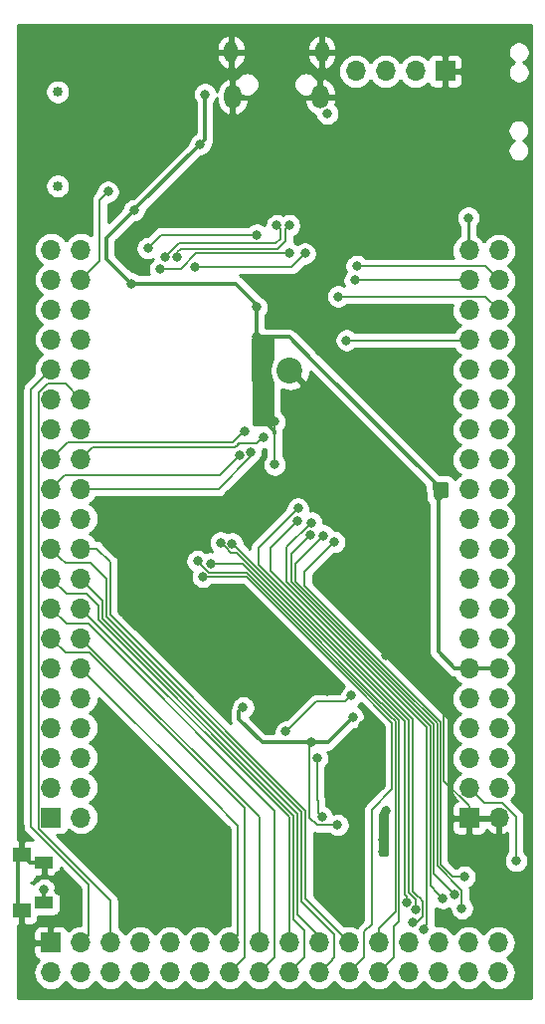
<source format=gbr>
G04 #@! TF.GenerationSoftware,KiCad,Pcbnew,(5.1.4)-1*
G04 #@! TF.CreationDate,2019-12-14T17:44:52+08:00*
G04 #@! TF.ProjectId,STM32F407VTE6-SOCKET,53544d33-3246-4343-9037-565445362d53,rev?*
G04 #@! TF.SameCoordinates,Original*
G04 #@! TF.FileFunction,Copper,L1,Top*
G04 #@! TF.FilePolarity,Positive*
%FSLAX46Y46*%
G04 Gerber Fmt 4.6, Leading zero omitted, Abs format (unit mm)*
G04 Created by KiCad (PCBNEW (5.1.4)-1) date 2019-12-14 17:44:52*
%MOMM*%
%LPD*%
G04 APERTURE LIST*
%ADD10C,2.200000*%
%ADD11O,1.700000X1.700000*%
%ADD12R,1.700000X1.700000*%
%ADD13O,1.450000X2.000000*%
%ADD14O,1.150000X1.800000*%
%ADD15C,0.850000*%
%ADD16R,1.500000X1.100000*%
%ADD17R,1.500000X1.200000*%
%ADD18C,0.800000*%
%ADD19C,0.150000*%
%ADD20C,0.127000*%
%ADD21C,0.170000*%
%ADD22C,0.300000*%
%ADD23C,0.210000*%
%ADD24C,0.190000*%
%ADD25C,0.250000*%
%ADD26C,0.200000*%
%ADD27C,0.254000*%
G04 APERTURE END LIST*
D10*
X123800000Y-126000000D03*
D11*
X129410000Y-100550000D03*
X131950000Y-100550000D03*
X134490000Y-100550000D03*
D12*
X137030000Y-100550000D03*
D13*
X118935000Y-102720000D03*
X126385000Y-102720000D03*
D14*
X118785000Y-98920000D03*
X126535000Y-98920000D03*
D11*
X141600000Y-115780000D03*
X139060000Y-115780000D03*
X141600000Y-118320000D03*
X139060000Y-118320000D03*
X141600000Y-120860000D03*
X139060000Y-120860000D03*
X141600000Y-123400000D03*
X139060000Y-123400000D03*
X141600000Y-125940000D03*
X139060000Y-125940000D03*
X141600000Y-128480000D03*
X139060000Y-128480000D03*
X141600000Y-131020000D03*
X139060000Y-131020000D03*
X141600000Y-133560000D03*
X139060000Y-133560000D03*
X141600000Y-136100000D03*
X139060000Y-136100000D03*
X141600000Y-138640000D03*
X139060000Y-138640000D03*
X141600000Y-141180000D03*
X139060000Y-141180000D03*
X141600000Y-143720000D03*
X139060000Y-143720000D03*
X141600000Y-146260000D03*
X139060000Y-146260000D03*
X141600000Y-148800000D03*
X139060000Y-148800000D03*
X141600000Y-151340000D03*
X139060000Y-151340000D03*
X141600000Y-153880000D03*
X139060000Y-153880000D03*
X141600000Y-156420000D03*
X139060000Y-156420000D03*
X141600000Y-158960000D03*
X139060000Y-158960000D03*
X141600000Y-161500000D03*
X139060000Y-161500000D03*
X141600000Y-164040000D03*
D12*
X139060000Y-164040000D03*
X103470000Y-163980000D03*
D11*
X106010000Y-163980000D03*
X103470000Y-161440000D03*
X106010000Y-161440000D03*
X103470000Y-158900000D03*
X106010000Y-158900000D03*
X103470000Y-156360000D03*
X106010000Y-156360000D03*
X103470000Y-153820000D03*
X106010000Y-153820000D03*
X103470000Y-151280000D03*
X106010000Y-151280000D03*
X103470000Y-148740000D03*
X106010000Y-148740000D03*
X103470000Y-146200000D03*
X106010000Y-146200000D03*
X103470000Y-143660000D03*
X106010000Y-143660000D03*
X103470000Y-141120000D03*
X106010000Y-141120000D03*
X103470000Y-138580000D03*
X106010000Y-138580000D03*
X103470000Y-136040000D03*
X106010000Y-136040000D03*
X103470000Y-133500000D03*
X106010000Y-133500000D03*
X103470000Y-130960000D03*
X106010000Y-130960000D03*
X103470000Y-128420000D03*
X106010000Y-128420000D03*
X103470000Y-125880000D03*
X106010000Y-125880000D03*
X103470000Y-123340000D03*
X106010000Y-123340000D03*
X103470000Y-120800000D03*
X106010000Y-120800000D03*
X103470000Y-118260000D03*
X106010000Y-118260000D03*
X103470000Y-115720000D03*
X106010000Y-115720000D03*
D15*
X104030000Y-110300000D03*
X104030000Y-102300000D03*
D12*
X103440000Y-174630000D03*
D11*
X103440000Y-177170000D03*
X105980000Y-174630000D03*
X105980000Y-177170000D03*
X108520000Y-174630000D03*
X108520000Y-177170000D03*
X111060000Y-174630000D03*
X111060000Y-177170000D03*
X113600000Y-174630000D03*
X113600000Y-177170000D03*
X116140000Y-174630000D03*
X116140000Y-177170000D03*
X118680000Y-174630000D03*
X118680000Y-177170000D03*
X121220000Y-174630000D03*
X121220000Y-177170000D03*
X123760000Y-174630000D03*
X123760000Y-177170000D03*
X126300000Y-174630000D03*
X126300000Y-177170000D03*
X128840000Y-174630000D03*
X128840000Y-177170000D03*
X131380000Y-174630000D03*
X131380000Y-177170000D03*
X133920000Y-174630000D03*
X133920000Y-177170000D03*
X136460000Y-174630000D03*
X136460000Y-177170000D03*
X139000000Y-174630000D03*
X139000000Y-177170000D03*
X141540000Y-174630000D03*
X141540000Y-177170000D03*
D16*
X102880000Y-167840000D03*
X102880000Y-171200000D03*
D17*
X100980000Y-167120000D03*
X100980000Y-171920000D03*
D18*
X127000000Y-104140000D03*
X107950000Y-168910000D03*
X105410000Y-170180000D03*
X104140000Y-170180000D03*
X104140000Y-168910000D03*
X127730000Y-161040000D03*
X127710000Y-159070000D03*
X136660000Y-153110000D03*
X127010000Y-153230000D03*
X112910000Y-108290000D03*
X120830000Y-155560000D03*
X131994838Y-150192000D03*
X133930000Y-135822010D03*
X134420000Y-141990000D03*
X109260000Y-115870000D03*
X130010000Y-156180000D03*
X127000000Y-106680000D03*
X129540000Y-106680000D03*
X127000000Y-109220000D03*
X129540000Y-109220000D03*
X127000000Y-111760000D03*
X134620000Y-106680000D03*
X134620000Y-109220000D03*
X134620000Y-111760000D03*
X132080000Y-111760000D03*
X132080000Y-114300000D03*
X134620000Y-114300000D03*
X129540000Y-114300000D03*
X134620000Y-104140000D03*
X129540000Y-104140000D03*
X127310000Y-123380000D03*
X110780000Y-141770000D03*
X110490000Y-168910000D03*
X113030000Y-168910000D03*
X115570000Y-168910000D03*
X118110000Y-168910000D03*
X110490000Y-167640000D03*
X113030000Y-167640000D03*
X115570000Y-167640000D03*
X118110000Y-167640000D03*
X129040500Y-153640000D03*
X102880000Y-170130000D03*
X123460000Y-156690000D03*
X132008000Y-163400000D03*
X131750000Y-166930000D03*
X125660000Y-157620000D03*
X129150000Y-155450000D03*
X116170000Y-106740000D03*
X116570000Y-102510000D03*
X119818015Y-154628015D03*
X136420000Y-136660000D03*
X120980000Y-123150000D03*
X110525000Y-112375000D03*
X127860000Y-164620000D03*
X131740000Y-165860000D03*
X110306034Y-118603966D03*
X122500000Y-134000000D03*
X122500000Y-130348010D03*
X121181989Y-129948011D03*
X120978995Y-120621005D03*
X143060000Y-167660000D03*
X126120000Y-158970000D03*
X126523030Y-163920000D03*
X139000000Y-113020000D03*
X129494537Y-117110000D03*
X129320001Y-118320000D03*
X127910000Y-119700000D03*
X124490000Y-137710000D03*
X134230000Y-172915999D03*
X124460000Y-138780000D03*
X135160000Y-173530000D03*
X128620000Y-123420000D03*
X136810000Y-170840000D03*
X125620000Y-138930000D03*
X137810000Y-170510000D03*
X125560000Y-139950000D03*
X138440000Y-171710000D03*
X126650000Y-140020000D03*
X138650000Y-169030000D03*
X127570000Y-140580000D03*
X119505000Y-133209912D03*
X120456864Y-132903384D03*
X119915010Y-131200020D03*
X121520000Y-131685010D03*
X116383108Y-143516892D03*
X115940000Y-142180000D03*
X117051892Y-142398108D03*
X117910000Y-140620000D03*
X133720000Y-171240000D03*
X118884421Y-140700637D03*
X134510990Y-171820000D03*
X108320000Y-110800000D03*
X115740000Y-117170000D03*
X125090000Y-116050000D03*
X111700000Y-115600000D03*
X120980000Y-114450000D03*
X114225258Y-116379742D03*
X123737173Y-113651290D03*
X113175258Y-116379742D03*
X122687173Y-113651290D03*
X112775258Y-117370000D03*
X123739990Y-116050010D03*
D19*
X127730000Y-161040000D02*
X127730000Y-159090000D01*
X127730000Y-159090000D02*
X127710000Y-159070000D01*
D20*
X130010000Y-156180000D02*
X130010000Y-156770000D01*
D21*
X136905050Y-153355050D02*
X136660000Y-153110000D01*
X136905050Y-160865050D02*
X136905050Y-153355050D01*
X139060000Y-164040000D02*
X139060000Y-163020000D01*
X139060000Y-163020000D02*
X136905050Y-160865050D01*
D20*
X131994838Y-149626315D02*
X131990000Y-149621477D01*
X131994838Y-150192000D02*
X131994838Y-149626315D01*
D22*
X109260000Y-115870000D02*
X109659999Y-115470001D01*
X109659999Y-115470001D02*
X110230000Y-114900000D01*
D20*
X130010000Y-156770000D02*
X127710000Y-159070000D01*
D22*
X100660000Y-167440000D02*
X100980000Y-167120000D01*
X100660000Y-171690000D02*
X100660000Y-167440000D01*
X100980000Y-171920000D02*
X100890000Y-171920000D01*
X100890000Y-171920000D02*
X100660000Y-171690000D01*
X101700000Y-167840000D02*
X100980000Y-167120000D01*
X102880000Y-167840000D02*
X101700000Y-167840000D01*
D21*
X123859999Y-156290001D02*
X123879999Y-156290001D01*
X123460000Y-156690000D02*
X123859999Y-156290001D01*
X123879999Y-156290001D02*
X126020000Y-154150000D01*
X126020000Y-154150000D02*
X128530500Y-154150000D01*
X128530500Y-154150000D02*
X129040500Y-153640000D01*
D22*
X102880000Y-171200000D02*
X102880000Y-170130000D01*
D19*
X132008000Y-163400000D02*
X132008000Y-166672000D01*
X132008000Y-166672000D02*
X131750000Y-166930000D01*
D22*
X125660000Y-157620000D02*
X127030000Y-157620000D01*
X127030000Y-157620000D02*
X129150000Y-155500000D01*
X129150000Y-155500000D02*
X129150000Y-155450000D01*
X139060000Y-151340000D02*
X141600000Y-151340000D01*
X137857919Y-151340000D02*
X136420000Y-149902081D01*
X139060000Y-151340000D02*
X137857919Y-151340000D01*
X116170000Y-106740000D02*
X116570000Y-106340000D01*
X116570000Y-106340000D02*
X116570000Y-102510000D01*
X110760000Y-112150000D02*
X110750000Y-112150000D01*
X110760000Y-112150000D02*
X116170000Y-106740000D01*
X125660000Y-157620000D02*
X125094315Y-157620000D01*
X125094315Y-157620000D02*
X121440000Y-157620000D01*
X121440000Y-157620000D02*
X119460000Y-155640000D01*
X119460000Y-154986030D02*
X119818015Y-154628015D01*
D23*
X136420000Y-135780000D02*
X136420000Y-135822010D01*
D22*
X136420000Y-136660000D02*
X136420000Y-135780000D01*
X136420000Y-149902081D02*
X136420000Y-136660000D01*
D23*
X120990000Y-124210000D02*
X120990000Y-123160000D01*
X120990000Y-123160000D02*
X120980000Y-123150000D01*
D22*
X119207990Y-118610000D02*
X118780000Y-118610000D01*
X118780000Y-118610000D02*
X111190000Y-118610000D01*
X120980000Y-122584315D02*
X120978995Y-122583310D01*
X120980000Y-123150000D02*
X120980000Y-122584315D01*
X120978995Y-120381005D02*
X119207990Y-118610000D01*
X110750000Y-112150000D02*
X110525000Y-112375000D01*
D23*
X127294315Y-164620000D02*
X126090000Y-164620000D01*
X127860000Y-164620000D02*
X127294315Y-164620000D01*
X126090000Y-164620000D02*
X125445046Y-163975046D01*
X131750000Y-166930000D02*
X131750000Y-165870000D01*
X131750000Y-165870000D02*
X131740000Y-165860000D01*
D22*
X109290000Y-113610000D02*
X109280000Y-113610000D01*
X110525000Y-112375000D02*
X109290000Y-113610000D01*
X109280000Y-113610000D02*
X108180000Y-114710000D01*
X108180000Y-114710000D02*
X108180000Y-116490000D01*
X108180000Y-116490000D02*
X109470000Y-117780000D01*
X110300000Y-118610000D02*
X111190000Y-118610000D01*
X109470000Y-117780000D02*
X110300000Y-118610000D01*
D23*
X125660000Y-157620000D02*
X125660000Y-157700000D01*
X125445046Y-157914954D02*
X125445046Y-158424954D01*
X125660000Y-157700000D02*
X125445046Y-157914954D01*
X125445046Y-163975046D02*
X125445046Y-158424954D01*
X125445046Y-158424954D02*
X125445046Y-158084954D01*
D22*
X119460000Y-155640000D02*
X119460000Y-154986030D01*
X136420000Y-135822010D02*
X125793995Y-125196005D01*
X125793995Y-125196005D02*
X125776005Y-125196005D01*
X125776005Y-125196005D02*
X123730000Y-123150000D01*
X123730000Y-123150000D02*
X120980000Y-123150000D01*
X122100001Y-129948011D02*
X121181989Y-129948011D01*
X122500000Y-130348010D02*
X122100001Y-129948011D01*
X122500000Y-131300000D02*
X122500000Y-131140000D01*
D24*
X122500000Y-131300000D02*
X122500000Y-130348010D01*
X122500000Y-134000000D02*
X122500000Y-131300000D01*
D22*
X122500000Y-131140000D02*
X121820000Y-130460000D01*
X120978995Y-122583310D02*
X120978995Y-120621005D01*
X120978995Y-120621005D02*
X120978995Y-120381005D01*
D21*
X139909999Y-162349999D02*
X139060000Y-161500000D01*
X143060000Y-167660000D02*
X143060000Y-163928238D01*
X139909999Y-162349999D02*
X139909999Y-162359999D01*
X140334119Y-162784119D02*
X141915881Y-162784119D01*
X139909999Y-162359999D02*
X140334119Y-162784119D01*
X143060000Y-163928238D02*
X141915881Y-162784119D01*
D23*
X127990001Y-173780001D02*
X127980001Y-173780001D01*
X128840000Y-174630000D02*
X127990001Y-173780001D01*
X127980001Y-173780001D02*
X125108036Y-170908036D01*
X125108036Y-170908036D02*
X125108036Y-163391620D01*
X125108036Y-163391620D02*
X108990000Y-147273584D01*
X108990000Y-147270000D02*
X108486030Y-146766030D01*
X108990000Y-147273584D02*
X108990000Y-147270000D01*
X108486030Y-142286030D02*
X107320000Y-141120000D01*
X108486030Y-146766030D02*
X108486030Y-142286030D01*
X107320000Y-141120000D02*
X106010000Y-141120000D01*
X126300000Y-174630000D02*
X126300000Y-174050000D01*
X107812010Y-145462010D02*
X107790000Y-145440000D01*
X107812010Y-147048802D02*
X107812010Y-145462010D01*
X124434018Y-163670810D02*
X107812010Y-147048802D01*
X107790000Y-145440000D02*
X106010000Y-143660000D01*
X125725000Y-173495000D02*
X124434018Y-172204018D01*
X125745000Y-173495000D02*
X125725000Y-173495000D01*
X124434018Y-172204018D02*
X124434018Y-163670810D01*
X126300000Y-174050000D02*
X125745000Y-173495000D01*
X127580000Y-173960000D02*
X127580000Y-175880000D01*
X124771028Y-171151028D02*
X127580000Y-173960000D01*
X127382001Y-176077999D02*
X127382001Y-176087999D01*
X124771027Y-163531215D02*
X124771028Y-171151028D01*
X108149020Y-146909208D02*
X124771027Y-163531215D01*
X103470000Y-141120000D02*
X104319999Y-141969999D01*
X104319999Y-141969999D02*
X104329999Y-141969999D01*
X104329999Y-141969999D02*
X104710000Y-142350000D01*
X127580000Y-175880000D02*
X127382001Y-176077999D01*
X104710000Y-142350000D02*
X106810000Y-142350000D01*
X106810000Y-142350000D02*
X108149020Y-143689020D01*
X127382001Y-176087999D02*
X126300000Y-177170000D01*
X108149020Y-143689020D02*
X108149020Y-146909208D01*
X123760000Y-163950000D02*
X106010000Y-146200000D01*
X123760000Y-174630000D02*
X123760000Y-163950000D01*
X123760000Y-177170000D02*
X125060000Y-175870000D01*
X125060000Y-175870000D02*
X125060000Y-173610000D01*
X125060000Y-173610000D02*
X124097010Y-172647010D01*
X124097010Y-172647010D02*
X124097009Y-163810405D01*
X124097009Y-163810405D02*
X107475000Y-147188396D01*
X107475000Y-147188396D02*
X107475000Y-145955000D01*
X107475000Y-145955000D02*
X106470000Y-144950000D01*
X106470000Y-144950000D02*
X104760000Y-144950000D01*
X104760000Y-144950000D02*
X103470000Y-143660000D01*
X106859999Y-149589999D02*
X106010000Y-148740000D01*
X121220000Y-174630000D02*
X121220000Y-163950000D01*
X121220000Y-163950000D02*
X106859999Y-149589999D01*
X104780000Y-147510000D02*
X103470000Y-146200000D01*
X106630000Y-147510000D02*
X104780000Y-147510000D01*
X122500000Y-163380000D02*
X106630000Y-147510000D01*
X121220000Y-177170000D02*
X122500000Y-175890000D01*
X122500000Y-175890000D02*
X122500000Y-163380000D01*
X118680000Y-174630000D02*
X118740000Y-174630000D01*
X118740000Y-174630000D02*
X119380000Y-173990000D01*
X119380000Y-164650000D02*
X117065000Y-162335000D01*
X119380000Y-173990000D02*
X119380000Y-164650000D01*
X117065000Y-162335000D02*
X106010000Y-151280000D01*
X118680000Y-177170000D02*
X119960000Y-175890000D01*
X119960000Y-175890000D02*
X119960000Y-163166604D01*
X119960000Y-163166604D02*
X106783396Y-149990000D01*
X104720000Y-149990000D02*
X103470000Y-148740000D01*
X106783396Y-149990000D02*
X104720000Y-149990000D01*
X105980000Y-174630000D02*
X106040000Y-174630000D01*
X106040000Y-174630000D02*
X106680000Y-173990000D01*
X106680000Y-169682460D02*
X105972929Y-168975389D01*
X106680000Y-173990000D02*
X106680000Y-169682460D01*
X101760000Y-127590000D02*
X103470000Y-125880000D01*
X101760000Y-164490000D02*
X101760000Y-127590000D01*
D24*
X101760000Y-164748318D02*
X105980000Y-168968318D01*
X101760000Y-164490000D02*
X101760000Y-164748318D01*
D19*
X126120000Y-162466498D02*
X126198040Y-162544538D01*
X126120000Y-158970000D02*
X126120000Y-162466498D01*
X126198040Y-162544538D02*
X126198040Y-163595010D01*
X126198040Y-163595010D02*
X126523030Y-163920000D01*
D25*
X139000000Y-115720000D02*
X139060000Y-115780000D01*
X139000000Y-113020000D02*
X139000000Y-115720000D01*
D23*
X140420000Y-117140000D02*
X141600000Y-118320000D01*
X129494537Y-116957515D02*
X129547515Y-116957515D01*
X129730000Y-117140000D02*
X133780000Y-117140000D01*
X129547515Y-116957515D02*
X129730000Y-117140000D01*
X133780000Y-117140000D02*
X140420000Y-117140000D01*
X129885686Y-118320000D02*
X132380000Y-118320000D01*
X129320001Y-118320000D02*
X129885686Y-118320000D01*
X132380000Y-118320000D02*
X139060000Y-118320000D01*
X140440000Y-119700000D02*
X141600000Y-120860000D01*
X127910000Y-119700000D02*
X130570000Y-119700000D01*
X129915000Y-119700000D02*
X130570000Y-119700000D01*
X130570000Y-119700000D02*
X140440000Y-119700000D01*
X134300001Y-170270001D02*
X134300001Y-170199999D01*
X134700000Y-170670000D02*
X134300001Y-170270001D01*
X134300001Y-155633397D02*
X131147009Y-152480405D01*
X134300001Y-170199999D02*
X134300001Y-155633397D01*
X131147009Y-152480405D02*
X121140000Y-142473396D01*
X121140000Y-142473396D02*
X121140000Y-141060000D01*
X121140000Y-141060000D02*
X124490000Y-137710000D01*
X134700000Y-170670000D02*
X134710000Y-170670000D01*
X134710000Y-170670000D02*
X134847999Y-170807999D01*
X134847999Y-170807999D02*
X134857999Y-170807999D01*
X134857999Y-170807999D02*
X135142990Y-171092990D01*
X135142990Y-171092990D02*
X135142990Y-172377010D01*
X135142990Y-172377010D02*
X134604001Y-172915999D01*
X134604001Y-172915999D02*
X134230000Y-172915999D01*
X135160000Y-173380000D02*
X135160000Y-173530000D01*
X135480000Y-173060000D02*
X135160000Y-173380000D01*
X135480000Y-156336792D02*
X135480000Y-173060000D01*
X122130000Y-142986792D02*
X135480000Y-156336792D01*
X124460000Y-138780000D02*
X122130000Y-141110000D01*
X122130000Y-141110000D02*
X122130000Y-142986792D01*
X139040000Y-123420000D02*
X139060000Y-123400000D01*
X130620000Y-123420000D02*
X131240000Y-123420000D01*
X131240000Y-123420000D02*
X139040000Y-123420000D01*
X129380000Y-123420000D02*
X128620000Y-123420000D01*
X129380000Y-123420000D02*
X131240000Y-123420000D01*
D19*
X123540000Y-141010000D02*
X125620000Y-138930000D01*
X136810000Y-170840000D02*
X136410001Y-170440001D01*
X136410001Y-170440001D02*
X136410001Y-170430001D01*
X136410001Y-170430001D02*
X135787010Y-169807010D01*
X135787010Y-169807010D02*
X135787010Y-156209626D01*
X135787010Y-156209626D02*
X123540000Y-143962616D01*
X123540000Y-143962616D02*
X123540000Y-141010000D01*
X137810000Y-170510000D02*
X137087010Y-169787010D01*
X137810000Y-170510000D02*
X136064020Y-168764020D01*
X136064020Y-156094885D02*
X135290000Y-155320865D01*
X136064020Y-168764020D02*
X136064020Y-156094885D01*
X135290000Y-155320865D02*
X124164567Y-144195433D01*
X124164567Y-144195433D02*
X123900000Y-143930866D01*
X123900000Y-142630000D02*
X123890000Y-142620000D01*
X123900000Y-143930866D02*
X123900000Y-142630000D01*
X123890000Y-142620000D02*
X123890000Y-141620000D01*
X123890000Y-141620000D02*
X125560000Y-139950000D01*
X138440000Y-171710000D02*
X138440000Y-170190000D01*
X138440000Y-170190000D02*
X136341030Y-168091030D01*
X136341030Y-155980144D02*
X133160884Y-152800000D01*
X136341030Y-168091030D02*
X136341030Y-155980144D01*
X133160884Y-152800000D02*
X124270000Y-143909116D01*
X124270000Y-143909116D02*
X124270000Y-142400000D01*
X124270000Y-142400000D02*
X126650000Y-140020000D01*
X138650000Y-169030000D02*
X137671750Y-169030000D01*
X137671750Y-169030000D02*
X136618040Y-167976290D01*
X136618040Y-155865403D02*
X136455769Y-155703134D01*
X136618040Y-167976290D02*
X136618040Y-155865403D01*
X136455769Y-155703134D02*
X125070000Y-144317365D01*
X125070000Y-144317365D02*
X125070000Y-143080000D01*
X125070000Y-143080000D02*
X127570000Y-140580000D01*
D23*
X104319999Y-135190001D02*
X103470000Y-136040000D01*
X104625001Y-134884999D02*
X104319999Y-135190001D01*
X117829913Y-134884999D02*
X104625001Y-134884999D01*
X119505000Y-133209912D02*
X117829913Y-134884999D01*
X120456864Y-132903384D02*
X120456864Y-133301450D01*
X120456864Y-133301450D02*
X117718314Y-136040000D01*
X117718314Y-136040000D02*
X107212081Y-136040000D01*
X107212081Y-136040000D02*
X106010000Y-136040000D01*
X104319999Y-132650001D02*
X103470000Y-133500000D01*
X104854999Y-132115001D02*
X118914999Y-132115001D01*
X104319999Y-132650001D02*
X104854999Y-132115001D01*
X118914999Y-132115001D02*
X119829980Y-131200020D01*
X119829980Y-131200020D02*
X119915010Y-131200020D01*
X106010000Y-133500000D02*
X106020000Y-133500000D01*
X106020000Y-133500000D02*
X106994989Y-132525011D01*
X119146499Y-132525011D02*
X119423364Y-132248146D01*
X118994989Y-132525011D02*
X119146499Y-132525011D01*
X106994989Y-132525011D02*
X118994989Y-132525011D01*
X121520000Y-131685010D02*
X121514990Y-131685010D01*
X119473127Y-132198383D02*
X119250755Y-132420755D01*
X121001617Y-132198383D02*
X119473127Y-132198383D01*
X121514990Y-131685010D02*
X121001617Y-132198383D01*
X119146499Y-132525011D02*
X119250755Y-132420755D01*
D19*
X119383108Y-143516892D02*
X120083324Y-143516892D01*
D21*
X116383108Y-143516892D02*
X119383108Y-143516892D01*
D19*
X120083324Y-143516892D02*
X128833216Y-152266784D01*
X128833216Y-152266784D02*
X132523979Y-155957548D01*
D20*
X130765990Y-173044010D02*
X130765990Y-163325990D01*
D21*
X132513979Y-161578001D02*
X130765990Y-163325990D01*
D20*
X130110000Y-173800000D02*
X130110000Y-173700000D01*
D23*
X130110000Y-175900000D02*
X130110000Y-173800000D01*
X128840000Y-177170000D02*
X130110000Y-175900000D01*
D20*
X130110000Y-173700000D02*
X130765990Y-173044010D01*
D19*
X132523979Y-157226021D02*
X132513979Y-157236021D01*
X132523979Y-156263979D02*
X132523979Y-157226021D01*
D21*
X132513979Y-157236021D02*
X132513979Y-161578001D01*
D19*
X132523979Y-156263979D02*
X132523979Y-156850000D01*
X132523979Y-155957548D02*
X132523979Y-156263979D01*
D20*
X116420000Y-142679842D02*
X116420000Y-142660000D01*
D23*
X116420000Y-142660000D02*
X115940000Y-142180000D01*
D20*
X116920158Y-143180000D02*
X116420000Y-142679842D01*
X118310000Y-143180000D02*
X116920158Y-143180000D01*
D21*
X131380000Y-173427919D02*
X131380000Y-174630000D01*
X132810989Y-171996930D02*
X131380000Y-173427919D01*
X132810989Y-156399341D02*
X132810989Y-171996930D01*
X118310000Y-143180000D02*
X119591648Y-143180000D01*
D19*
X132810989Y-155838665D02*
X132810989Y-156399341D01*
X132332324Y-155360000D02*
X132810989Y-155838665D01*
X132318182Y-155360000D02*
X132332324Y-155360000D01*
X119591648Y-143180000D02*
X120138182Y-143180000D01*
X120138182Y-143180000D02*
X132318182Y-155360000D01*
D23*
X131380000Y-177170000D02*
X132640000Y-175910000D01*
X118148108Y-142398108D02*
X117051892Y-142398108D01*
X132640000Y-175910000D02*
X132640000Y-174050000D01*
D21*
X119229790Y-142398108D02*
X117051892Y-142398108D01*
X132640000Y-173260000D02*
X133107999Y-172792001D01*
X132640000Y-174050000D02*
X132640000Y-173260000D01*
D19*
X119229790Y-142398108D02*
X119748040Y-142398108D01*
X123049966Y-145700034D02*
X123109966Y-145760034D01*
X119748040Y-142398108D02*
X123049966Y-145700034D01*
D21*
X133107999Y-172792001D02*
X133107999Y-156387999D01*
D19*
X133107999Y-155743925D02*
X133107999Y-156387999D01*
X131604142Y-154240068D02*
X133107999Y-155743925D01*
X131590000Y-154240068D02*
X131604142Y-154240068D01*
X123049966Y-145700034D02*
X131590000Y-154240068D01*
D23*
X104720000Y-127130000D02*
X106010000Y-128420000D01*
X103158638Y-127130000D02*
X104720000Y-127130000D01*
X102387999Y-127900639D02*
X103158638Y-127130000D01*
D24*
X102387999Y-164927999D02*
X102387999Y-164677999D01*
D23*
X102387999Y-164852001D02*
X102387999Y-164677999D01*
X102387999Y-164677999D02*
X102387999Y-127900639D01*
D24*
X108520000Y-171060000D02*
X108520000Y-174630000D01*
X102387999Y-164927999D02*
X108520000Y-171060000D01*
X102387999Y-164852001D02*
X102387999Y-164927999D01*
D23*
X117910000Y-140620000D02*
X118309999Y-141019999D01*
X133720000Y-170674315D02*
X133566991Y-170521306D01*
X133720000Y-171240000D02*
X133720000Y-170674315D01*
D21*
X118785000Y-141495000D02*
X119236682Y-141495000D01*
D23*
X118309999Y-141019999D02*
X118785000Y-141495000D01*
D19*
X133566991Y-155811167D02*
X133566991Y-156636991D01*
X124115824Y-146360000D02*
X133566991Y-155811167D01*
X124101682Y-146360000D02*
X124115824Y-146360000D01*
X119236682Y-141495000D02*
X124101682Y-146360000D01*
D23*
X133566991Y-170521306D02*
X133566991Y-156636991D01*
X119284420Y-141100636D02*
X119290636Y-141100636D01*
X118884421Y-140700637D02*
X119284420Y-141100636D01*
X119290636Y-141100636D02*
X130810000Y-152620000D01*
X130810000Y-152620000D02*
X133904001Y-155714001D01*
X133904001Y-170075999D02*
X133904001Y-170350605D01*
X133904001Y-155714001D02*
X133904001Y-170075999D01*
X134491698Y-171800708D02*
X134510990Y-171820000D01*
X134491698Y-170938302D02*
X134491698Y-171800708D01*
X133904001Y-170350605D02*
X134491698Y-170938302D01*
X106859999Y-117410001D02*
X106010000Y-118260000D01*
X107620000Y-116650000D02*
X106859999Y-117410001D01*
X107620000Y-111500000D02*
X107620000Y-116650000D01*
X108320000Y-110800000D02*
X107620000Y-111500000D01*
X115740000Y-117170000D02*
X123970000Y-117170000D01*
X123970000Y-117170000D02*
X125090000Y-116050000D01*
X112850000Y-114450000D02*
X113370000Y-114450000D01*
X111700000Y-115600000D02*
X112850000Y-114450000D01*
X113370000Y-114450000D02*
X120980000Y-114450000D01*
D26*
X123437173Y-113951290D02*
X123737173Y-113651290D01*
X123437173Y-114991027D02*
X123437173Y-113951290D01*
X122783200Y-115645000D02*
X123437173Y-114991027D01*
X114225258Y-115966139D02*
X114546397Y-115645000D01*
X114546397Y-115645000D02*
X122783200Y-115645000D01*
X114225258Y-116379742D02*
X114225258Y-115966139D01*
X122596800Y-115195000D02*
X122987173Y-114804627D01*
X114360000Y-115195000D02*
X122596800Y-115195000D01*
X113175258Y-116379742D02*
X114360000Y-115195000D01*
X122987173Y-113951290D02*
X122687173Y-113651290D01*
X122987173Y-114804627D02*
X122987173Y-113951290D01*
D23*
X112775258Y-117370000D02*
X114500000Y-117370000D01*
X114500000Y-117370000D02*
X114510000Y-117370000D01*
X115829990Y-116050010D02*
X123739990Y-116050010D01*
X114510000Y-117370000D02*
X115829990Y-116050010D01*
D27*
G36*
X132090989Y-167178054D02*
G01*
X131464490Y-167189875D01*
X131464490Y-163645723D01*
X132023213Y-163087000D01*
X132090989Y-163087000D01*
X132090989Y-167178054D01*
X132090989Y-167178054D01*
G37*
X132090989Y-167178054D02*
X131464490Y-167189875D01*
X131464490Y-163645723D01*
X132023213Y-163087000D01*
X132090989Y-163087000D01*
X132090989Y-167178054D01*
G36*
X137103000Y-136693000D02*
G01*
X136086077Y-136693000D01*
X136077931Y-135577000D01*
X137103000Y-135577000D01*
X137103000Y-136693000D01*
X137103000Y-136693000D01*
G37*
X137103000Y-136693000D02*
X136086077Y-136693000D01*
X136077931Y-135577000D01*
X137103000Y-135577000D01*
X137103000Y-136693000D01*
G36*
X122333000Y-125072603D02*
G01*
X122262463Y-125178169D01*
X122131675Y-125493919D01*
X122065000Y-125829117D01*
X122065000Y-126170883D01*
X122131675Y-126506081D01*
X122262463Y-126821831D01*
X122333000Y-126927397D01*
X122333000Y-130603000D01*
X120760878Y-130603000D01*
X120718947Y-130540246D01*
X120675772Y-130497071D01*
X120637672Y-123277000D01*
X122333000Y-123277000D01*
X122333000Y-125072603D01*
X122333000Y-125072603D01*
G37*
X122333000Y-125072603D02*
X122262463Y-125178169D01*
X122131675Y-125493919D01*
X122065000Y-125829117D01*
X122065000Y-126170883D01*
X122131675Y-126506081D01*
X122262463Y-126821831D01*
X122333000Y-126927397D01*
X122333000Y-130603000D01*
X120760878Y-130603000D01*
X120718947Y-130540246D01*
X120675772Y-130497071D01*
X120637672Y-123277000D01*
X122333000Y-123277000D01*
X122333000Y-125072603D01*
G36*
X144340000Y-179340000D02*
G01*
X100660000Y-179340000D01*
X100660000Y-173780000D01*
X101951928Y-173780000D01*
X101955000Y-174344250D01*
X102113750Y-174503000D01*
X103313000Y-174503000D01*
X103313000Y-173303750D01*
X103154250Y-173145000D01*
X102590000Y-173141928D01*
X102465518Y-173154188D01*
X102345820Y-173190498D01*
X102235506Y-173249463D01*
X102138815Y-173328815D01*
X102059463Y-173425506D01*
X102000498Y-173535820D01*
X101964188Y-173655518D01*
X101951928Y-173780000D01*
X100660000Y-173780000D01*
X100660000Y-173155227D01*
X100694250Y-173155000D01*
X100853000Y-172996250D01*
X100853000Y-172047000D01*
X100833000Y-172047000D01*
X100833000Y-171793000D01*
X100853000Y-171793000D01*
X100853000Y-171773000D01*
X101107000Y-171773000D01*
X101107000Y-171793000D01*
X101127000Y-171793000D01*
X101127000Y-172047000D01*
X101107000Y-172047000D01*
X101107000Y-172996250D01*
X101265750Y-173155000D01*
X101730000Y-173158072D01*
X101854482Y-173145812D01*
X101974180Y-173109502D01*
X102084494Y-173050537D01*
X102181185Y-172971185D01*
X102260537Y-172874494D01*
X102319502Y-172764180D01*
X102355812Y-172644482D01*
X102368072Y-172520000D01*
X102366782Y-172388072D01*
X103630000Y-172388072D01*
X103754482Y-172375812D01*
X103874180Y-172339502D01*
X103984494Y-172280537D01*
X104081185Y-172201185D01*
X104160537Y-172104494D01*
X104219502Y-171994180D01*
X104255812Y-171874482D01*
X104268072Y-171750000D01*
X104268072Y-170650000D01*
X104255812Y-170525518D01*
X104219502Y-170405820D01*
X104160537Y-170295506D01*
X104081185Y-170198815D01*
X103984494Y-170119463D01*
X103915000Y-170082317D01*
X103915000Y-170028061D01*
X103875226Y-169828102D01*
X103797205Y-169639744D01*
X103683937Y-169470226D01*
X103539774Y-169326063D01*
X103370256Y-169212795D01*
X103181898Y-169134774D01*
X102981939Y-169095000D01*
X102778061Y-169095000D01*
X102578102Y-169134774D01*
X102389744Y-169212795D01*
X102220226Y-169326063D01*
X102076063Y-169470226D01*
X101965034Y-169636392D01*
X101822889Y-169541414D01*
X101771191Y-169520000D01*
X101822889Y-169498586D01*
X101976028Y-169396262D01*
X102106262Y-169266028D01*
X102208586Y-169112889D01*
X102244031Y-169027317D01*
X102594250Y-169025000D01*
X102753000Y-168866250D01*
X102753000Y-167967000D01*
X102733000Y-167967000D01*
X102733000Y-167713000D01*
X102753000Y-167713000D01*
X102753000Y-167693000D01*
X103007000Y-167693000D01*
X103007000Y-167713000D01*
X103027000Y-167713000D01*
X103027000Y-167967000D01*
X103007000Y-167967000D01*
X103007000Y-168866250D01*
X103165750Y-169025000D01*
X103630000Y-169028072D01*
X103754482Y-169015812D01*
X103874180Y-168979502D01*
X103984494Y-168920537D01*
X104081185Y-168841185D01*
X104160537Y-168744494D01*
X104219502Y-168634180D01*
X104255812Y-168514482D01*
X104268072Y-168390000D01*
X104266881Y-168287575D01*
X105339578Y-169360272D01*
X105354666Y-169388499D01*
X105423969Y-169472946D01*
X105940001Y-169988979D01*
X105940000Y-173145000D01*
X105907050Y-173145000D01*
X105688889Y-173166487D01*
X105408966Y-173251401D01*
X105150986Y-173389294D01*
X104924866Y-173574866D01*
X104900393Y-173604687D01*
X104879502Y-173535820D01*
X104820537Y-173425506D01*
X104741185Y-173328815D01*
X104644494Y-173249463D01*
X104534180Y-173190498D01*
X104414482Y-173154188D01*
X104290000Y-173141928D01*
X103725750Y-173145000D01*
X103567000Y-173303750D01*
X103567000Y-174503000D01*
X103587000Y-174503000D01*
X103587000Y-174757000D01*
X103567000Y-174757000D01*
X103567000Y-174777000D01*
X103313000Y-174777000D01*
X103313000Y-174757000D01*
X102113750Y-174757000D01*
X101955000Y-174915750D01*
X101951928Y-175480000D01*
X101964188Y-175604482D01*
X102000498Y-175724180D01*
X102059463Y-175834494D01*
X102138815Y-175931185D01*
X102235506Y-176010537D01*
X102345820Y-176069502D01*
X102414687Y-176090393D01*
X102384866Y-176114866D01*
X102199294Y-176340986D01*
X102061401Y-176598966D01*
X101976487Y-176878889D01*
X101947815Y-177170000D01*
X101976487Y-177461111D01*
X102061401Y-177741034D01*
X102199294Y-177999014D01*
X102384866Y-178225134D01*
X102610986Y-178410706D01*
X102868966Y-178548599D01*
X103148889Y-178633513D01*
X103367050Y-178655000D01*
X103512950Y-178655000D01*
X103731111Y-178633513D01*
X104011034Y-178548599D01*
X104269014Y-178410706D01*
X104495134Y-178225134D01*
X104680706Y-177999014D01*
X104710000Y-177944209D01*
X104739294Y-177999014D01*
X104924866Y-178225134D01*
X105150986Y-178410706D01*
X105408966Y-178548599D01*
X105688889Y-178633513D01*
X105907050Y-178655000D01*
X106052950Y-178655000D01*
X106271111Y-178633513D01*
X106551034Y-178548599D01*
X106809014Y-178410706D01*
X107035134Y-178225134D01*
X107220706Y-177999014D01*
X107250000Y-177944209D01*
X107279294Y-177999014D01*
X107464866Y-178225134D01*
X107690986Y-178410706D01*
X107948966Y-178548599D01*
X108228889Y-178633513D01*
X108447050Y-178655000D01*
X108592950Y-178655000D01*
X108811111Y-178633513D01*
X109091034Y-178548599D01*
X109349014Y-178410706D01*
X109575134Y-178225134D01*
X109760706Y-177999014D01*
X109790000Y-177944209D01*
X109819294Y-177999014D01*
X110004866Y-178225134D01*
X110230986Y-178410706D01*
X110488966Y-178548599D01*
X110768889Y-178633513D01*
X110987050Y-178655000D01*
X111132950Y-178655000D01*
X111351111Y-178633513D01*
X111631034Y-178548599D01*
X111889014Y-178410706D01*
X112115134Y-178225134D01*
X112300706Y-177999014D01*
X112330000Y-177944209D01*
X112359294Y-177999014D01*
X112544866Y-178225134D01*
X112770986Y-178410706D01*
X113028966Y-178548599D01*
X113308889Y-178633513D01*
X113527050Y-178655000D01*
X113672950Y-178655000D01*
X113891111Y-178633513D01*
X114171034Y-178548599D01*
X114429014Y-178410706D01*
X114655134Y-178225134D01*
X114840706Y-177999014D01*
X114870000Y-177944209D01*
X114899294Y-177999014D01*
X115084866Y-178225134D01*
X115310986Y-178410706D01*
X115568966Y-178548599D01*
X115848889Y-178633513D01*
X116067050Y-178655000D01*
X116212950Y-178655000D01*
X116431111Y-178633513D01*
X116711034Y-178548599D01*
X116969014Y-178410706D01*
X117195134Y-178225134D01*
X117380706Y-177999014D01*
X117410000Y-177944209D01*
X117439294Y-177999014D01*
X117624866Y-178225134D01*
X117850986Y-178410706D01*
X118108966Y-178548599D01*
X118388889Y-178633513D01*
X118607050Y-178655000D01*
X118752950Y-178655000D01*
X118971111Y-178633513D01*
X119251034Y-178548599D01*
X119509014Y-178410706D01*
X119735134Y-178225134D01*
X119920706Y-177999014D01*
X119950000Y-177944209D01*
X119979294Y-177999014D01*
X120164866Y-178225134D01*
X120390986Y-178410706D01*
X120648966Y-178548599D01*
X120928889Y-178633513D01*
X121147050Y-178655000D01*
X121292950Y-178655000D01*
X121511111Y-178633513D01*
X121791034Y-178548599D01*
X122049014Y-178410706D01*
X122275134Y-178225134D01*
X122460706Y-177999014D01*
X122490000Y-177944209D01*
X122519294Y-177999014D01*
X122704866Y-178225134D01*
X122930986Y-178410706D01*
X123188966Y-178548599D01*
X123468889Y-178633513D01*
X123687050Y-178655000D01*
X123832950Y-178655000D01*
X124051111Y-178633513D01*
X124331034Y-178548599D01*
X124589014Y-178410706D01*
X124815134Y-178225134D01*
X125000706Y-177999014D01*
X125030000Y-177944209D01*
X125059294Y-177999014D01*
X125244866Y-178225134D01*
X125470986Y-178410706D01*
X125728966Y-178548599D01*
X126008889Y-178633513D01*
X126227050Y-178655000D01*
X126372950Y-178655000D01*
X126591111Y-178633513D01*
X126871034Y-178548599D01*
X127129014Y-178410706D01*
X127355134Y-178225134D01*
X127540706Y-177999014D01*
X127570000Y-177944209D01*
X127599294Y-177999014D01*
X127784866Y-178225134D01*
X128010986Y-178410706D01*
X128268966Y-178548599D01*
X128548889Y-178633513D01*
X128767050Y-178655000D01*
X128912950Y-178655000D01*
X129131111Y-178633513D01*
X129411034Y-178548599D01*
X129669014Y-178410706D01*
X129895134Y-178225134D01*
X130080706Y-177999014D01*
X130110000Y-177944209D01*
X130139294Y-177999014D01*
X130324866Y-178225134D01*
X130550986Y-178410706D01*
X130808966Y-178548599D01*
X131088889Y-178633513D01*
X131307050Y-178655000D01*
X131452950Y-178655000D01*
X131671111Y-178633513D01*
X131951034Y-178548599D01*
X132209014Y-178410706D01*
X132435134Y-178225134D01*
X132620706Y-177999014D01*
X132650000Y-177944209D01*
X132679294Y-177999014D01*
X132864866Y-178225134D01*
X133090986Y-178410706D01*
X133348966Y-178548599D01*
X133628889Y-178633513D01*
X133847050Y-178655000D01*
X133992950Y-178655000D01*
X134211111Y-178633513D01*
X134491034Y-178548599D01*
X134749014Y-178410706D01*
X134975134Y-178225134D01*
X135160706Y-177999014D01*
X135190000Y-177944209D01*
X135219294Y-177999014D01*
X135404866Y-178225134D01*
X135630986Y-178410706D01*
X135888966Y-178548599D01*
X136168889Y-178633513D01*
X136387050Y-178655000D01*
X136532950Y-178655000D01*
X136751111Y-178633513D01*
X137031034Y-178548599D01*
X137289014Y-178410706D01*
X137515134Y-178225134D01*
X137700706Y-177999014D01*
X137730000Y-177944209D01*
X137759294Y-177999014D01*
X137944866Y-178225134D01*
X138170986Y-178410706D01*
X138428966Y-178548599D01*
X138708889Y-178633513D01*
X138927050Y-178655000D01*
X139072950Y-178655000D01*
X139291111Y-178633513D01*
X139571034Y-178548599D01*
X139829014Y-178410706D01*
X140055134Y-178225134D01*
X140240706Y-177999014D01*
X140270000Y-177944209D01*
X140299294Y-177999014D01*
X140484866Y-178225134D01*
X140710986Y-178410706D01*
X140968966Y-178548599D01*
X141248889Y-178633513D01*
X141467050Y-178655000D01*
X141612950Y-178655000D01*
X141831111Y-178633513D01*
X142111034Y-178548599D01*
X142369014Y-178410706D01*
X142595134Y-178225134D01*
X142780706Y-177999014D01*
X142918599Y-177741034D01*
X143003513Y-177461111D01*
X143032185Y-177170000D01*
X143003513Y-176878889D01*
X142918599Y-176598966D01*
X142780706Y-176340986D01*
X142595134Y-176114866D01*
X142369014Y-175929294D01*
X142314209Y-175900000D01*
X142369014Y-175870706D01*
X142595134Y-175685134D01*
X142780706Y-175459014D01*
X142918599Y-175201034D01*
X143003513Y-174921111D01*
X143032185Y-174630000D01*
X143003513Y-174338889D01*
X142918599Y-174058966D01*
X142780706Y-173800986D01*
X142595134Y-173574866D01*
X142369014Y-173389294D01*
X142111034Y-173251401D01*
X141831111Y-173166487D01*
X141612950Y-173145000D01*
X141467050Y-173145000D01*
X141248889Y-173166487D01*
X140968966Y-173251401D01*
X140710986Y-173389294D01*
X140484866Y-173574866D01*
X140299294Y-173800986D01*
X140270000Y-173855791D01*
X140240706Y-173800986D01*
X140055134Y-173574866D01*
X139829014Y-173389294D01*
X139571034Y-173251401D01*
X139291111Y-173166487D01*
X139072950Y-173145000D01*
X138927050Y-173145000D01*
X138708889Y-173166487D01*
X138428966Y-173251401D01*
X138170986Y-173389294D01*
X137944866Y-173574866D01*
X137759294Y-173800986D01*
X137730000Y-173855791D01*
X137700706Y-173800986D01*
X137515134Y-173574866D01*
X137289014Y-173389294D01*
X137031034Y-173251401D01*
X136751111Y-173166487D01*
X136532950Y-173145000D01*
X136387050Y-173145000D01*
X136213524Y-173162091D01*
X136213559Y-173161738D01*
X136220000Y-173096347D01*
X136220000Y-173096341D01*
X136223579Y-173060001D01*
X136220000Y-173023661D01*
X136220000Y-171690558D01*
X136319744Y-171757205D01*
X136508102Y-171835226D01*
X136708061Y-171875000D01*
X136911939Y-171875000D01*
X137111898Y-171835226D01*
X137300256Y-171757205D01*
X137405000Y-171687217D01*
X137405000Y-171811939D01*
X137444774Y-172011898D01*
X137522795Y-172200256D01*
X137636063Y-172369774D01*
X137780226Y-172513937D01*
X137949744Y-172627205D01*
X138138102Y-172705226D01*
X138338061Y-172745000D01*
X138541939Y-172745000D01*
X138741898Y-172705226D01*
X138930256Y-172627205D01*
X139099774Y-172513937D01*
X139243937Y-172369774D01*
X139357205Y-172200256D01*
X139435226Y-172011898D01*
X139475000Y-171811939D01*
X139475000Y-171608061D01*
X139435226Y-171408102D01*
X139357205Y-171219744D01*
X139243937Y-171050226D01*
X139150000Y-170956289D01*
X139150000Y-170224875D01*
X139153435Y-170190000D01*
X139146641Y-170121021D01*
X139139727Y-170050816D01*
X139111864Y-169958965D01*
X139140256Y-169947205D01*
X139309774Y-169833937D01*
X139453937Y-169689774D01*
X139567205Y-169520256D01*
X139645226Y-169331898D01*
X139685000Y-169131939D01*
X139685000Y-168928061D01*
X139645226Y-168728102D01*
X139567205Y-168539744D01*
X139453937Y-168370226D01*
X139309774Y-168226063D01*
X139140256Y-168112795D01*
X138951898Y-168034774D01*
X138751939Y-167995000D01*
X138548061Y-167995000D01*
X138348102Y-168034774D01*
X138159744Y-168112795D01*
X137990226Y-168226063D01*
X137931065Y-168285224D01*
X137328040Y-167682199D01*
X137328040Y-164890000D01*
X137571928Y-164890000D01*
X137584188Y-165014482D01*
X137620498Y-165134180D01*
X137679463Y-165244494D01*
X137758815Y-165341185D01*
X137855506Y-165420537D01*
X137965820Y-165479502D01*
X138085518Y-165515812D01*
X138210000Y-165528072D01*
X138774250Y-165525000D01*
X138933000Y-165366250D01*
X138933000Y-164167000D01*
X139187000Y-164167000D01*
X139187000Y-165366250D01*
X139345750Y-165525000D01*
X139910000Y-165528072D01*
X140034482Y-165515812D01*
X140154180Y-165479502D01*
X140264494Y-165420537D01*
X140361185Y-165341185D01*
X140440537Y-165244494D01*
X140499502Y-165134180D01*
X140522498Y-165058374D01*
X140718645Y-165235178D01*
X140968748Y-165384157D01*
X141243109Y-165481481D01*
X141473000Y-165360814D01*
X141473000Y-164167000D01*
X139187000Y-164167000D01*
X138933000Y-164167000D01*
X137733750Y-164167000D01*
X137575000Y-164325750D01*
X137571928Y-164890000D01*
X137328040Y-164890000D01*
X137328040Y-155900275D01*
X137331475Y-155865398D01*
X137326117Y-155811002D01*
X137317767Y-155726219D01*
X137277168Y-155592383D01*
X137211240Y-155469040D01*
X137122515Y-155360928D01*
X137095415Y-155338687D01*
X136982482Y-155225756D01*
X136982476Y-155225749D01*
X125780000Y-144023274D01*
X125780000Y-143374091D01*
X127539091Y-141615000D01*
X127671939Y-141615000D01*
X127871898Y-141575226D01*
X128060256Y-141497205D01*
X128229774Y-141383937D01*
X128373937Y-141239774D01*
X128487205Y-141070256D01*
X128565226Y-140881898D01*
X128605000Y-140681939D01*
X128605000Y-140478061D01*
X128565226Y-140278102D01*
X128487205Y-140089744D01*
X128373937Y-139920226D01*
X128229774Y-139776063D01*
X128060256Y-139662795D01*
X127871898Y-139584774D01*
X127671939Y-139545000D01*
X127573524Y-139545000D01*
X127567205Y-139529744D01*
X127453937Y-139360226D01*
X127309774Y-139216063D01*
X127140256Y-139102795D01*
X126951898Y-139024774D01*
X126751939Y-138985000D01*
X126655000Y-138985000D01*
X126655000Y-138828061D01*
X126615226Y-138628102D01*
X126537205Y-138439744D01*
X126423937Y-138270226D01*
X126279774Y-138126063D01*
X126110256Y-138012795D01*
X125921898Y-137934774D01*
X125721939Y-137895000D01*
X125518061Y-137895000D01*
X125508084Y-137896985D01*
X125525000Y-137811939D01*
X125525000Y-137608061D01*
X125485226Y-137408102D01*
X125407205Y-137219744D01*
X125293937Y-137050226D01*
X125149774Y-136906063D01*
X124980256Y-136792795D01*
X124791898Y-136714774D01*
X124591939Y-136675000D01*
X124388061Y-136675000D01*
X124188102Y-136714774D01*
X123999744Y-136792795D01*
X123830226Y-136906063D01*
X123686063Y-137050226D01*
X123572795Y-137219744D01*
X123494774Y-137408102D01*
X123455000Y-137608061D01*
X123455000Y-137698482D01*
X120642441Y-140511042D01*
X120614211Y-140534210D01*
X120591043Y-140562440D01*
X120591040Y-140562443D01*
X120576632Y-140580000D01*
X120521737Y-140646889D01*
X120495011Y-140696890D01*
X120453022Y-140775445D01*
X120410708Y-140914935D01*
X120396421Y-141060000D01*
X120400001Y-141096350D01*
X120400001Y-141163484D01*
X119919421Y-140682904D01*
X119919421Y-140598698D01*
X119879647Y-140398739D01*
X119801626Y-140210381D01*
X119688358Y-140040863D01*
X119544195Y-139896700D01*
X119374677Y-139783432D01*
X119186319Y-139705411D01*
X118986360Y-139665637D01*
X118782482Y-139665637D01*
X118582523Y-139705411D01*
X118472424Y-139751016D01*
X118400256Y-139702795D01*
X118211898Y-139624774D01*
X118011939Y-139585000D01*
X117808061Y-139585000D01*
X117608102Y-139624774D01*
X117419744Y-139702795D01*
X117250226Y-139816063D01*
X117106063Y-139960226D01*
X116992795Y-140129744D01*
X116914774Y-140318102D01*
X116875000Y-140518061D01*
X116875000Y-140721939D01*
X116914774Y-140921898D01*
X116992795Y-141110256D01*
X117106063Y-141279774D01*
X117198228Y-141371939D01*
X117153831Y-141363108D01*
X116949953Y-141363108D01*
X116749994Y-141402882D01*
X116662737Y-141439026D01*
X116599774Y-141376063D01*
X116430256Y-141262795D01*
X116241898Y-141184774D01*
X116041939Y-141145000D01*
X115838061Y-141145000D01*
X115638102Y-141184774D01*
X115449744Y-141262795D01*
X115280226Y-141376063D01*
X115136063Y-141520226D01*
X115022795Y-141689744D01*
X114944774Y-141878102D01*
X114905000Y-142078061D01*
X114905000Y-142281939D01*
X114944774Y-142481898D01*
X115022795Y-142670256D01*
X115136063Y-142839774D01*
X115280226Y-142983937D01*
X115439506Y-143090364D01*
X115387882Y-143214994D01*
X115348108Y-143414953D01*
X115348108Y-143618831D01*
X115387882Y-143818790D01*
X115465903Y-144007148D01*
X115579171Y-144176666D01*
X115723334Y-144320829D01*
X115892852Y-144434097D01*
X116081210Y-144512118D01*
X116281169Y-144551892D01*
X116485047Y-144551892D01*
X116685006Y-144512118D01*
X116873364Y-144434097D01*
X117042882Y-144320829D01*
X117126819Y-144236892D01*
X119418470Y-144236892D01*
X119519999Y-144226892D01*
X119789233Y-144226892D01*
X128355831Y-152793491D01*
X128355842Y-152793500D01*
X128391324Y-152828982D01*
X128380726Y-152836063D01*
X128236563Y-152980226D01*
X128123295Y-153149744D01*
X128045274Y-153338102D01*
X128026994Y-153430000D01*
X126055361Y-153430000D01*
X126019999Y-153426517D01*
X125878855Y-153440419D01*
X125743135Y-153481589D01*
X125618054Y-153548446D01*
X125508420Y-153638420D01*
X125485878Y-153665888D01*
X123496767Y-155655000D01*
X123358061Y-155655000D01*
X123158102Y-155694774D01*
X122969744Y-155772795D01*
X122800226Y-155886063D01*
X122656063Y-156030226D01*
X122542795Y-156199744D01*
X122464774Y-156388102D01*
X122425000Y-156588061D01*
X122425000Y-156791939D01*
X122433565Y-156835000D01*
X121765157Y-156835000D01*
X120408444Y-155478287D01*
X120477789Y-155431952D01*
X120621952Y-155287789D01*
X120735220Y-155118271D01*
X120813241Y-154929913D01*
X120853015Y-154729954D01*
X120853015Y-154526076D01*
X120813241Y-154326117D01*
X120735220Y-154137759D01*
X120621952Y-153968241D01*
X120477789Y-153824078D01*
X120308271Y-153710810D01*
X120119913Y-153632789D01*
X119919954Y-153593015D01*
X119716076Y-153593015D01*
X119516117Y-153632789D01*
X119327759Y-153710810D01*
X119158241Y-153824078D01*
X119014078Y-153968241D01*
X118900810Y-154137759D01*
X118822789Y-154326117D01*
X118783015Y-154526076D01*
X118783015Y-154587318D01*
X118772265Y-154607430D01*
X118731246Y-154684171D01*
X118706181Y-154766800D01*
X118686359Y-154832143D01*
X118675000Y-154947469D01*
X118675000Y-154947477D01*
X118671203Y-154986030D01*
X118675000Y-155024583D01*
X118675000Y-155601447D01*
X118671203Y-155640000D01*
X118675000Y-155678553D01*
X118675000Y-155678560D01*
X118686359Y-155793886D01*
X118731246Y-155941859D01*
X118761621Y-155998688D01*
X109555367Y-146792434D01*
X109538960Y-146772442D01*
X109538957Y-146772439D01*
X109515790Y-146744210D01*
X109487560Y-146721042D01*
X109226030Y-146459513D01*
X109226030Y-142322366D01*
X109229609Y-142286029D01*
X109226030Y-142249692D01*
X109226030Y-142249683D01*
X109215322Y-142140965D01*
X109173008Y-142001474D01*
X109104294Y-141872919D01*
X109048479Y-141804909D01*
X109034989Y-141788471D01*
X109034988Y-141788470D01*
X109011820Y-141760240D01*
X108983590Y-141737072D01*
X107868962Y-140622445D01*
X107845790Y-140594210D01*
X107733111Y-140501736D01*
X107604556Y-140433022D01*
X107465065Y-140390708D01*
X107356347Y-140380000D01*
X107356340Y-140380000D01*
X107320000Y-140376421D01*
X107297554Y-140378632D01*
X107250706Y-140290986D01*
X107065134Y-140064866D01*
X106839014Y-139879294D01*
X106784209Y-139850000D01*
X106839014Y-139820706D01*
X107065134Y-139635134D01*
X107250706Y-139409014D01*
X107388599Y-139151034D01*
X107473513Y-138871111D01*
X107502185Y-138580000D01*
X107473513Y-138288889D01*
X107388599Y-138008966D01*
X107250706Y-137750986D01*
X107065134Y-137524866D01*
X106839014Y-137339294D01*
X106784209Y-137310000D01*
X106839014Y-137280706D01*
X107065134Y-137095134D01*
X107250706Y-136869014D01*
X107298285Y-136780000D01*
X117681974Y-136780000D01*
X117718314Y-136783579D01*
X117754654Y-136780000D01*
X117754661Y-136780000D01*
X117863379Y-136769292D01*
X118002870Y-136726978D01*
X118131425Y-136658264D01*
X118244104Y-136565790D01*
X118267276Y-136537555D01*
X120954424Y-133850408D01*
X120982654Y-133827240D01*
X121037884Y-133759943D01*
X121116638Y-133707321D01*
X121260801Y-133563158D01*
X121374069Y-133393640D01*
X121452090Y-133205282D01*
X121491864Y-133005323D01*
X121491864Y-132801445D01*
X121483639Y-132760093D01*
X121527407Y-132724173D01*
X121530824Y-132720010D01*
X121621939Y-132720010D01*
X121770000Y-132690559D01*
X121770000Y-133266289D01*
X121696063Y-133340226D01*
X121582795Y-133509744D01*
X121504774Y-133698102D01*
X121465000Y-133898061D01*
X121465000Y-134101939D01*
X121504774Y-134301898D01*
X121582795Y-134490256D01*
X121696063Y-134659774D01*
X121840226Y-134803937D01*
X122009744Y-134917205D01*
X122198102Y-134995226D01*
X122398061Y-135035000D01*
X122601939Y-135035000D01*
X122801898Y-134995226D01*
X122990256Y-134917205D01*
X123159774Y-134803937D01*
X123303937Y-134659774D01*
X123417205Y-134490256D01*
X123495226Y-134301898D01*
X123535000Y-134101939D01*
X123535000Y-133898061D01*
X123495226Y-133698102D01*
X123417205Y-133509744D01*
X123303937Y-133340226D01*
X123230000Y-133266289D01*
X123230000Y-131597752D01*
X123273641Y-131453887D01*
X123285000Y-131338561D01*
X123285000Y-131178552D01*
X123288797Y-131139999D01*
X123285000Y-131101446D01*
X123285000Y-131101440D01*
X123278300Y-131033421D01*
X123303937Y-131007784D01*
X123417205Y-130838266D01*
X123495226Y-130649908D01*
X123535000Y-130449949D01*
X123535000Y-130246071D01*
X123495226Y-130046112D01*
X123417205Y-129857754D01*
X123303937Y-129688236D01*
X123159774Y-129544073D01*
X123095000Y-129500793D01*
X123095000Y-127586762D01*
X123187384Y-127632216D01*
X123517585Y-127720369D01*
X123858639Y-127742409D01*
X124197439Y-127697489D01*
X124520966Y-127587336D01*
X124719274Y-127481338D01*
X124827107Y-127206712D01*
X123800000Y-126179605D01*
X123785858Y-126193748D01*
X123606253Y-126014143D01*
X123620395Y-126000000D01*
X123606253Y-125985858D01*
X123785858Y-125806253D01*
X123800000Y-125820395D01*
X123814143Y-125806253D01*
X123993748Y-125985858D01*
X123979605Y-126000000D01*
X125006712Y-127027107D01*
X125281338Y-126919274D01*
X125432216Y-126612616D01*
X125520369Y-126282415D01*
X125535537Y-126047704D01*
X135317756Y-135829924D01*
X135325017Y-136824635D01*
X135337201Y-136943882D01*
X135373336Y-137063004D01*
X135432017Y-137172787D01*
X135510987Y-137269013D01*
X135607213Y-137347983D01*
X135635001Y-137362836D01*
X135635000Y-149863528D01*
X135631203Y-149902081D01*
X135635000Y-149940634D01*
X135635000Y-149940641D01*
X135646359Y-150055967D01*
X135691246Y-150203940D01*
X135764138Y-150340313D01*
X135862236Y-150459845D01*
X135892190Y-150484428D01*
X137275572Y-151867810D01*
X137300155Y-151897764D01*
X137419686Y-151995862D01*
X137553329Y-152067295D01*
X137556059Y-152068754D01*
X137704032Y-152113642D01*
X137778945Y-152121020D01*
X137794457Y-152122547D01*
X137819294Y-152169014D01*
X138004866Y-152395134D01*
X138230986Y-152580706D01*
X138285791Y-152610000D01*
X138230986Y-152639294D01*
X138004866Y-152824866D01*
X137819294Y-153050986D01*
X137681401Y-153308966D01*
X137596487Y-153588889D01*
X137567815Y-153880000D01*
X137596487Y-154171111D01*
X137681401Y-154451034D01*
X137819294Y-154709014D01*
X138004866Y-154935134D01*
X138230986Y-155120706D01*
X138285791Y-155150000D01*
X138230986Y-155179294D01*
X138004866Y-155364866D01*
X137819294Y-155590986D01*
X137681401Y-155848966D01*
X137596487Y-156128889D01*
X137567815Y-156420000D01*
X137596487Y-156711111D01*
X137681401Y-156991034D01*
X137819294Y-157249014D01*
X138004866Y-157475134D01*
X138230986Y-157660706D01*
X138285791Y-157690000D01*
X138230986Y-157719294D01*
X138004866Y-157904866D01*
X137819294Y-158130986D01*
X137681401Y-158388966D01*
X137596487Y-158668889D01*
X137567815Y-158960000D01*
X137596487Y-159251111D01*
X137681401Y-159531034D01*
X137819294Y-159789014D01*
X138004866Y-160015134D01*
X138230986Y-160200706D01*
X138285791Y-160230000D01*
X138230986Y-160259294D01*
X138004866Y-160444866D01*
X137819294Y-160670986D01*
X137681401Y-160928966D01*
X137596487Y-161208889D01*
X137567815Y-161500000D01*
X137596487Y-161791111D01*
X137681401Y-162071034D01*
X137819294Y-162329014D01*
X138004866Y-162555134D01*
X138034687Y-162579607D01*
X137965820Y-162600498D01*
X137855506Y-162659463D01*
X137758815Y-162738815D01*
X137679463Y-162835506D01*
X137620498Y-162945820D01*
X137584188Y-163065518D01*
X137571928Y-163190000D01*
X137575000Y-163754250D01*
X137733750Y-163913000D01*
X138933000Y-163913000D01*
X138933000Y-163893000D01*
X139187000Y-163893000D01*
X139187000Y-163913000D01*
X141473000Y-163913000D01*
X141473000Y-163893000D01*
X141727000Y-163893000D01*
X141727000Y-163913000D01*
X141747000Y-163913000D01*
X141747000Y-164167000D01*
X141727000Y-164167000D01*
X141727000Y-165360814D01*
X141956891Y-165481481D01*
X142231252Y-165384157D01*
X142340001Y-165319379D01*
X142340000Y-166916289D01*
X142256063Y-167000226D01*
X142142795Y-167169744D01*
X142064774Y-167358102D01*
X142025000Y-167558061D01*
X142025000Y-167761939D01*
X142064774Y-167961898D01*
X142142795Y-168150256D01*
X142256063Y-168319774D01*
X142400226Y-168463937D01*
X142569744Y-168577205D01*
X142758102Y-168655226D01*
X142958061Y-168695000D01*
X143161939Y-168695000D01*
X143361898Y-168655226D01*
X143550256Y-168577205D01*
X143719774Y-168463937D01*
X143863937Y-168319774D01*
X143977205Y-168150256D01*
X144055226Y-167961898D01*
X144095000Y-167761939D01*
X144095000Y-167558061D01*
X144055226Y-167358102D01*
X143977205Y-167169744D01*
X143863937Y-167000226D01*
X143780000Y-166916289D01*
X143780000Y-163963600D01*
X143783483Y-163928238D01*
X143772416Y-163815874D01*
X143769581Y-163787093D01*
X143728411Y-163651373D01*
X143661554Y-163526292D01*
X143571580Y-163416658D01*
X143544105Y-163394110D01*
X142677669Y-162527674D01*
X142840706Y-162329014D01*
X142978599Y-162071034D01*
X143063513Y-161791111D01*
X143092185Y-161500000D01*
X143063513Y-161208889D01*
X142978599Y-160928966D01*
X142840706Y-160670986D01*
X142655134Y-160444866D01*
X142429014Y-160259294D01*
X142374209Y-160230000D01*
X142429014Y-160200706D01*
X142655134Y-160015134D01*
X142840706Y-159789014D01*
X142978599Y-159531034D01*
X143063513Y-159251111D01*
X143092185Y-158960000D01*
X143063513Y-158668889D01*
X142978599Y-158388966D01*
X142840706Y-158130986D01*
X142655134Y-157904866D01*
X142429014Y-157719294D01*
X142374209Y-157690000D01*
X142429014Y-157660706D01*
X142655134Y-157475134D01*
X142840706Y-157249014D01*
X142978599Y-156991034D01*
X143063513Y-156711111D01*
X143092185Y-156420000D01*
X143063513Y-156128889D01*
X142978599Y-155848966D01*
X142840706Y-155590986D01*
X142655134Y-155364866D01*
X142429014Y-155179294D01*
X142374209Y-155150000D01*
X142429014Y-155120706D01*
X142655134Y-154935134D01*
X142840706Y-154709014D01*
X142978599Y-154451034D01*
X143063513Y-154171111D01*
X143092185Y-153880000D01*
X143063513Y-153588889D01*
X142978599Y-153308966D01*
X142840706Y-153050986D01*
X142655134Y-152824866D01*
X142429014Y-152639294D01*
X142374209Y-152610000D01*
X142429014Y-152580706D01*
X142655134Y-152395134D01*
X142840706Y-152169014D01*
X142978599Y-151911034D01*
X143063513Y-151631111D01*
X143092185Y-151340000D01*
X143063513Y-151048889D01*
X142978599Y-150768966D01*
X142840706Y-150510986D01*
X142655134Y-150284866D01*
X142429014Y-150099294D01*
X142374209Y-150070000D01*
X142429014Y-150040706D01*
X142655134Y-149855134D01*
X142840706Y-149629014D01*
X142978599Y-149371034D01*
X143063513Y-149091111D01*
X143092185Y-148800000D01*
X143063513Y-148508889D01*
X142978599Y-148228966D01*
X142840706Y-147970986D01*
X142655134Y-147744866D01*
X142429014Y-147559294D01*
X142374209Y-147530000D01*
X142429014Y-147500706D01*
X142655134Y-147315134D01*
X142840706Y-147089014D01*
X142978599Y-146831034D01*
X143063513Y-146551111D01*
X143092185Y-146260000D01*
X143063513Y-145968889D01*
X142978599Y-145688966D01*
X142840706Y-145430986D01*
X142655134Y-145204866D01*
X142429014Y-145019294D01*
X142374209Y-144990000D01*
X142429014Y-144960706D01*
X142655134Y-144775134D01*
X142840706Y-144549014D01*
X142978599Y-144291034D01*
X143063513Y-144011111D01*
X143092185Y-143720000D01*
X143063513Y-143428889D01*
X142978599Y-143148966D01*
X142840706Y-142890986D01*
X142655134Y-142664866D01*
X142429014Y-142479294D01*
X142374209Y-142450000D01*
X142429014Y-142420706D01*
X142655134Y-142235134D01*
X142840706Y-142009014D01*
X142978599Y-141751034D01*
X143063513Y-141471111D01*
X143092185Y-141180000D01*
X143063513Y-140888889D01*
X142978599Y-140608966D01*
X142840706Y-140350986D01*
X142655134Y-140124866D01*
X142429014Y-139939294D01*
X142374209Y-139910000D01*
X142429014Y-139880706D01*
X142655134Y-139695134D01*
X142840706Y-139469014D01*
X142978599Y-139211034D01*
X143063513Y-138931111D01*
X143092185Y-138640000D01*
X143063513Y-138348889D01*
X142978599Y-138068966D01*
X142840706Y-137810986D01*
X142655134Y-137584866D01*
X142429014Y-137399294D01*
X142374209Y-137370000D01*
X142429014Y-137340706D01*
X142655134Y-137155134D01*
X142840706Y-136929014D01*
X142978599Y-136671034D01*
X143063513Y-136391111D01*
X143092185Y-136100000D01*
X143063513Y-135808889D01*
X142978599Y-135528966D01*
X142840706Y-135270986D01*
X142655134Y-135044866D01*
X142429014Y-134859294D01*
X142374209Y-134830000D01*
X142429014Y-134800706D01*
X142655134Y-134615134D01*
X142840706Y-134389014D01*
X142978599Y-134131034D01*
X143063513Y-133851111D01*
X143092185Y-133560000D01*
X143063513Y-133268889D01*
X142978599Y-132988966D01*
X142840706Y-132730986D01*
X142655134Y-132504866D01*
X142429014Y-132319294D01*
X142374209Y-132290000D01*
X142429014Y-132260706D01*
X142655134Y-132075134D01*
X142840706Y-131849014D01*
X142978599Y-131591034D01*
X143063513Y-131311111D01*
X143092185Y-131020000D01*
X143063513Y-130728889D01*
X142978599Y-130448966D01*
X142840706Y-130190986D01*
X142655134Y-129964866D01*
X142429014Y-129779294D01*
X142374209Y-129750000D01*
X142429014Y-129720706D01*
X142655134Y-129535134D01*
X142840706Y-129309014D01*
X142978599Y-129051034D01*
X143063513Y-128771111D01*
X143092185Y-128480000D01*
X143063513Y-128188889D01*
X142978599Y-127908966D01*
X142840706Y-127650986D01*
X142655134Y-127424866D01*
X142429014Y-127239294D01*
X142374209Y-127210000D01*
X142429014Y-127180706D01*
X142655134Y-126995134D01*
X142840706Y-126769014D01*
X142978599Y-126511034D01*
X143063513Y-126231111D01*
X143092185Y-125940000D01*
X143063513Y-125648889D01*
X142978599Y-125368966D01*
X142840706Y-125110986D01*
X142655134Y-124884866D01*
X142429014Y-124699294D01*
X142374209Y-124670000D01*
X142429014Y-124640706D01*
X142655134Y-124455134D01*
X142840706Y-124229014D01*
X142978599Y-123971034D01*
X143063513Y-123691111D01*
X143092185Y-123400000D01*
X143063513Y-123108889D01*
X142978599Y-122828966D01*
X142840706Y-122570986D01*
X142655134Y-122344866D01*
X142429014Y-122159294D01*
X142374209Y-122130000D01*
X142429014Y-122100706D01*
X142655134Y-121915134D01*
X142840706Y-121689014D01*
X142978599Y-121431034D01*
X143063513Y-121151111D01*
X143092185Y-120860000D01*
X143063513Y-120568889D01*
X142978599Y-120288966D01*
X142840706Y-120030986D01*
X142655134Y-119804866D01*
X142429014Y-119619294D01*
X142374209Y-119590000D01*
X142429014Y-119560706D01*
X142655134Y-119375134D01*
X142840706Y-119149014D01*
X142978599Y-118891034D01*
X143063513Y-118611111D01*
X143092185Y-118320000D01*
X143063513Y-118028889D01*
X142978599Y-117748966D01*
X142840706Y-117490986D01*
X142655134Y-117264866D01*
X142429014Y-117079294D01*
X142374209Y-117050000D01*
X142429014Y-117020706D01*
X142655134Y-116835134D01*
X142840706Y-116609014D01*
X142978599Y-116351034D01*
X143063513Y-116071111D01*
X143092185Y-115780000D01*
X143063513Y-115488889D01*
X142978599Y-115208966D01*
X142840706Y-114950986D01*
X142655134Y-114724866D01*
X142429014Y-114539294D01*
X142171034Y-114401401D01*
X141891111Y-114316487D01*
X141672950Y-114295000D01*
X141527050Y-114295000D01*
X141308889Y-114316487D01*
X141028966Y-114401401D01*
X140770986Y-114539294D01*
X140544866Y-114724866D01*
X140359294Y-114950986D01*
X140330000Y-115005791D01*
X140300706Y-114950986D01*
X140115134Y-114724866D01*
X139889014Y-114539294D01*
X139760000Y-114470335D01*
X139760000Y-113723711D01*
X139803937Y-113679774D01*
X139917205Y-113510256D01*
X139995226Y-113321898D01*
X140035000Y-113121939D01*
X140035000Y-112918061D01*
X139995226Y-112718102D01*
X139917205Y-112529744D01*
X139803937Y-112360226D01*
X139659774Y-112216063D01*
X139490256Y-112102795D01*
X139301898Y-112024774D01*
X139101939Y-111985000D01*
X138898061Y-111985000D01*
X138698102Y-112024774D01*
X138509744Y-112102795D01*
X138340226Y-112216063D01*
X138196063Y-112360226D01*
X138082795Y-112529744D01*
X138004774Y-112718102D01*
X137965000Y-112918061D01*
X137965000Y-113121939D01*
X138004774Y-113321898D01*
X138082795Y-113510256D01*
X138196063Y-113679774D01*
X138240000Y-113723711D01*
X138240001Y-114534476D01*
X138230986Y-114539294D01*
X138004866Y-114724866D01*
X137819294Y-114950986D01*
X137681401Y-115208966D01*
X137596487Y-115488889D01*
X137567815Y-115780000D01*
X137596487Y-116071111D01*
X137681401Y-116351034D01*
X137707574Y-116400000D01*
X130248248Y-116400000D01*
X130154311Y-116306063D01*
X129984793Y-116192795D01*
X129796435Y-116114774D01*
X129596476Y-116075000D01*
X129392598Y-116075000D01*
X129192639Y-116114774D01*
X129004281Y-116192795D01*
X128834763Y-116306063D01*
X128690600Y-116450226D01*
X128577332Y-116619744D01*
X128499311Y-116808102D01*
X128459537Y-117008061D01*
X128459537Y-117211939D01*
X128499311Y-117411898D01*
X128576952Y-117599338D01*
X128516064Y-117660226D01*
X128402796Y-117829744D01*
X128324775Y-118018102D01*
X128285001Y-118218061D01*
X128285001Y-118421939D01*
X128324775Y-118621898D01*
X128389591Y-118778378D01*
X128211898Y-118704774D01*
X128011939Y-118665000D01*
X127808061Y-118665000D01*
X127608102Y-118704774D01*
X127419744Y-118782795D01*
X127250226Y-118896063D01*
X127106063Y-119040226D01*
X126992795Y-119209744D01*
X126914774Y-119398102D01*
X126875000Y-119598061D01*
X126875000Y-119801939D01*
X126914774Y-120001898D01*
X126992795Y-120190256D01*
X127106063Y-120359774D01*
X127250226Y-120503937D01*
X127419744Y-120617205D01*
X127608102Y-120695226D01*
X127808061Y-120735000D01*
X128011939Y-120735000D01*
X128211898Y-120695226D01*
X128400256Y-120617205D01*
X128569774Y-120503937D01*
X128633711Y-120440000D01*
X137635585Y-120440000D01*
X137596487Y-120568889D01*
X137567815Y-120860000D01*
X137596487Y-121151111D01*
X137681401Y-121431034D01*
X137819294Y-121689014D01*
X138004866Y-121915134D01*
X138230986Y-122100706D01*
X138285791Y-122130000D01*
X138230986Y-122159294D01*
X138004866Y-122344866D01*
X137819294Y-122570986D01*
X137761025Y-122680000D01*
X129343711Y-122680000D01*
X129279774Y-122616063D01*
X129110256Y-122502795D01*
X128921898Y-122424774D01*
X128721939Y-122385000D01*
X128518061Y-122385000D01*
X128318102Y-122424774D01*
X128129744Y-122502795D01*
X127960226Y-122616063D01*
X127816063Y-122760226D01*
X127702795Y-122929744D01*
X127624774Y-123118102D01*
X127585000Y-123318061D01*
X127585000Y-123521939D01*
X127624774Y-123721898D01*
X127702795Y-123910256D01*
X127816063Y-124079774D01*
X127960226Y-124223937D01*
X128129744Y-124337205D01*
X128318102Y-124415226D01*
X128518061Y-124455000D01*
X128721939Y-124455000D01*
X128921898Y-124415226D01*
X129110256Y-124337205D01*
X129279774Y-124223937D01*
X129343711Y-124160000D01*
X137782405Y-124160000D01*
X137819294Y-124229014D01*
X138004866Y-124455134D01*
X138230986Y-124640706D01*
X138285791Y-124670000D01*
X138230986Y-124699294D01*
X138004866Y-124884866D01*
X137819294Y-125110986D01*
X137681401Y-125368966D01*
X137596487Y-125648889D01*
X137567815Y-125940000D01*
X137596487Y-126231111D01*
X137681401Y-126511034D01*
X137819294Y-126769014D01*
X138004866Y-126995134D01*
X138230986Y-127180706D01*
X138285791Y-127210000D01*
X138230986Y-127239294D01*
X138004866Y-127424866D01*
X137819294Y-127650986D01*
X137681401Y-127908966D01*
X137596487Y-128188889D01*
X137567815Y-128480000D01*
X137596487Y-128771111D01*
X137681401Y-129051034D01*
X137819294Y-129309014D01*
X138004866Y-129535134D01*
X138230986Y-129720706D01*
X138285791Y-129750000D01*
X138230986Y-129779294D01*
X138004866Y-129964866D01*
X137819294Y-130190986D01*
X137681401Y-130448966D01*
X137596487Y-130728889D01*
X137567815Y-131020000D01*
X137596487Y-131311111D01*
X137681401Y-131591034D01*
X137819294Y-131849014D01*
X138004866Y-132075134D01*
X138230986Y-132260706D01*
X138285791Y-132290000D01*
X138230986Y-132319294D01*
X138004866Y-132504866D01*
X137819294Y-132730986D01*
X137681401Y-132988966D01*
X137596487Y-133268889D01*
X137567815Y-133560000D01*
X137596487Y-133851111D01*
X137681401Y-134131034D01*
X137819294Y-134389014D01*
X138004866Y-134615134D01*
X138230986Y-134800706D01*
X138285791Y-134830000D01*
X138230986Y-134859294D01*
X138004866Y-135044866D01*
X137831546Y-135256057D01*
X137816664Y-135206996D01*
X137757983Y-135097213D01*
X137679013Y-135000987D01*
X137582787Y-134922017D01*
X137473004Y-134863336D01*
X137353882Y-134827201D01*
X137230000Y-134815000D01*
X136523148Y-134815000D01*
X126376342Y-124668195D01*
X126351759Y-124638241D01*
X126232228Y-124540143D01*
X126228088Y-124537930D01*
X124312347Y-122622190D01*
X124287764Y-122592236D01*
X124168233Y-122494138D01*
X124031860Y-122421246D01*
X123883887Y-122376359D01*
X123768561Y-122365000D01*
X123768553Y-122365000D01*
X123730000Y-122361203D01*
X123691447Y-122365000D01*
X121763995Y-122365000D01*
X121763995Y-121299716D01*
X121782932Y-121280779D01*
X121896200Y-121111261D01*
X121974221Y-120922903D01*
X122013995Y-120722944D01*
X122013995Y-120519066D01*
X121974221Y-120319107D01*
X121896200Y-120130749D01*
X121782932Y-119961231D01*
X121638769Y-119817068D01*
X121469251Y-119703800D01*
X121371428Y-119663280D01*
X119790337Y-118082190D01*
X119765754Y-118052236D01*
X119646223Y-117954138D01*
X119563646Y-117910000D01*
X123933660Y-117910000D01*
X123970000Y-117913579D01*
X124006340Y-117910000D01*
X124006347Y-117910000D01*
X124115065Y-117899292D01*
X124254556Y-117856978D01*
X124383111Y-117788264D01*
X124495790Y-117695790D01*
X124518962Y-117667555D01*
X125101518Y-117085000D01*
X125191939Y-117085000D01*
X125391898Y-117045226D01*
X125580256Y-116967205D01*
X125749774Y-116853937D01*
X125893937Y-116709774D01*
X126007205Y-116540256D01*
X126085226Y-116351898D01*
X126125000Y-116151939D01*
X126125000Y-115948061D01*
X126085226Y-115748102D01*
X126007205Y-115559744D01*
X125893937Y-115390226D01*
X125749774Y-115246063D01*
X125580256Y-115132795D01*
X125391898Y-115054774D01*
X125191939Y-115015000D01*
X124988061Y-115015000D01*
X124788102Y-115054774D01*
X124599744Y-115132795D01*
X124430226Y-115246063D01*
X124414990Y-115261299D01*
X124399764Y-115246073D01*
X124230246Y-115132805D01*
X124164449Y-115105551D01*
X124172173Y-115027132D01*
X124172173Y-115027123D01*
X124175728Y-114991028D01*
X124172173Y-114954933D01*
X124172173Y-114591383D01*
X124227429Y-114568495D01*
X124396947Y-114455227D01*
X124541110Y-114311064D01*
X124654378Y-114141546D01*
X124732399Y-113953188D01*
X124772173Y-113753229D01*
X124772173Y-113549351D01*
X124732399Y-113349392D01*
X124654378Y-113161034D01*
X124541110Y-112991516D01*
X124396947Y-112847353D01*
X124227429Y-112734085D01*
X124039071Y-112656064D01*
X123839112Y-112616290D01*
X123635234Y-112616290D01*
X123435275Y-112656064D01*
X123246917Y-112734085D01*
X123212173Y-112757300D01*
X123177429Y-112734085D01*
X122989071Y-112656064D01*
X122789112Y-112616290D01*
X122585234Y-112616290D01*
X122385275Y-112656064D01*
X122196917Y-112734085D01*
X122027399Y-112847353D01*
X121883236Y-112991516D01*
X121769968Y-113161034D01*
X121691947Y-113349392D01*
X121652173Y-113549351D01*
X121652173Y-113658462D01*
X121639774Y-113646063D01*
X121470256Y-113532795D01*
X121281898Y-113454774D01*
X121081939Y-113415000D01*
X120878061Y-113415000D01*
X120678102Y-113454774D01*
X120489744Y-113532795D01*
X120320226Y-113646063D01*
X120256289Y-113710000D01*
X112886340Y-113710000D01*
X112850000Y-113706421D01*
X112813660Y-113710000D01*
X112813653Y-113710000D01*
X112704935Y-113720708D01*
X112565444Y-113763022D01*
X112436889Y-113831736D01*
X112352442Y-113901040D01*
X112352440Y-113901042D01*
X112324210Y-113924210D01*
X112301042Y-113952440D01*
X111688483Y-114565000D01*
X111598061Y-114565000D01*
X111398102Y-114604774D01*
X111209744Y-114682795D01*
X111040226Y-114796063D01*
X110896063Y-114940226D01*
X110782795Y-115109744D01*
X110704774Y-115298102D01*
X110665000Y-115498061D01*
X110665000Y-115701939D01*
X110704774Y-115901898D01*
X110782795Y-116090256D01*
X110896063Y-116259774D01*
X111040226Y-116403937D01*
X111209744Y-116517205D01*
X111398102Y-116595226D01*
X111598061Y-116635000D01*
X111801939Y-116635000D01*
X112001898Y-116595226D01*
X112150592Y-116533634D01*
X112152167Y-116541552D01*
X112115484Y-116566063D01*
X111971321Y-116710226D01*
X111858053Y-116879744D01*
X111780032Y-117068102D01*
X111740258Y-117268061D01*
X111740258Y-117471939D01*
X111780032Y-117671898D01*
X111843449Y-117825000D01*
X110990779Y-117825000D01*
X110965808Y-117800029D01*
X110796290Y-117686761D01*
X110607932Y-117608740D01*
X110407973Y-117568966D01*
X110369123Y-117568966D01*
X110052349Y-117252192D01*
X110052345Y-117252187D01*
X108965000Y-116164843D01*
X108965000Y-115035157D01*
X109762046Y-114238112D01*
X109847764Y-114167764D01*
X109872347Y-114137810D01*
X110600157Y-113410000D01*
X110626939Y-113410000D01*
X110826898Y-113370226D01*
X111015256Y-113292205D01*
X111184774Y-113178937D01*
X111328937Y-113034774D01*
X111442205Y-112865256D01*
X111520226Y-112676898D01*
X111560000Y-112476939D01*
X111560000Y-112460157D01*
X116245158Y-107775000D01*
X116271939Y-107775000D01*
X116471898Y-107735226D01*
X116660256Y-107657205D01*
X116829774Y-107543937D01*
X116973937Y-107399774D01*
X117087205Y-107230256D01*
X117165226Y-107041898D01*
X117205000Y-106841939D01*
X117205000Y-106803653D01*
X117225862Y-106778233D01*
X117298754Y-106641860D01*
X117333194Y-106528328D01*
X117343641Y-106493888D01*
X117345854Y-106471414D01*
X117355000Y-106378561D01*
X117355000Y-106378554D01*
X117358797Y-106340001D01*
X117355000Y-106301448D01*
X117355000Y-105507911D01*
X142335000Y-105507911D01*
X142335000Y-105692089D01*
X142370932Y-105872729D01*
X142441414Y-106042889D01*
X142543738Y-106196028D01*
X142673972Y-106326262D01*
X142827111Y-106428586D01*
X142878809Y-106450000D01*
X142827111Y-106471414D01*
X142673972Y-106573738D01*
X142543738Y-106703972D01*
X142441414Y-106857111D01*
X142370932Y-107027271D01*
X142335000Y-107207911D01*
X142335000Y-107392089D01*
X142370932Y-107572729D01*
X142441414Y-107742889D01*
X142543738Y-107896028D01*
X142673972Y-108026262D01*
X142827111Y-108128586D01*
X142997271Y-108199068D01*
X143177911Y-108235000D01*
X143362089Y-108235000D01*
X143542729Y-108199068D01*
X143712889Y-108128586D01*
X143866028Y-108026262D01*
X143996262Y-107896028D01*
X144098586Y-107742889D01*
X144169068Y-107572729D01*
X144205000Y-107392089D01*
X144205000Y-107207911D01*
X144169068Y-107027271D01*
X144098586Y-106857111D01*
X143996262Y-106703972D01*
X143866028Y-106573738D01*
X143712889Y-106471414D01*
X143661191Y-106450000D01*
X143712889Y-106428586D01*
X143866028Y-106326262D01*
X143996262Y-106196028D01*
X144098586Y-106042889D01*
X144169068Y-105872729D01*
X144205000Y-105692089D01*
X144205000Y-105507911D01*
X144169068Y-105327271D01*
X144098586Y-105157111D01*
X143996262Y-105003972D01*
X143866028Y-104873738D01*
X143712889Y-104771414D01*
X143542729Y-104700932D01*
X143362089Y-104665000D01*
X143177911Y-104665000D01*
X142997271Y-104700932D01*
X142827111Y-104771414D01*
X142673972Y-104873738D01*
X142543738Y-105003972D01*
X142441414Y-105157111D01*
X142370932Y-105327271D01*
X142335000Y-105507911D01*
X117355000Y-105507911D01*
X117355000Y-103188711D01*
X117373937Y-103169774D01*
X117487205Y-103000256D01*
X117565226Y-102811898D01*
X117575000Y-102762760D01*
X117575000Y-103122000D01*
X117625908Y-103384883D01*
X117727124Y-103632783D01*
X117874758Y-103856173D01*
X118063137Y-104046469D01*
X118285021Y-104196357D01*
X118531883Y-104300078D01*
X118597742Y-104312519D01*
X118808000Y-104189518D01*
X118808000Y-102847000D01*
X119062000Y-102847000D01*
X119062000Y-104189518D01*
X119272258Y-104312519D01*
X119338117Y-104300078D01*
X119584979Y-104196357D01*
X119806863Y-104046469D01*
X119995242Y-103856173D01*
X120142876Y-103632783D01*
X120244092Y-103384883D01*
X120295000Y-103122000D01*
X120295000Y-102847000D01*
X125025000Y-102847000D01*
X125025000Y-103122000D01*
X125075908Y-103384883D01*
X125177124Y-103632783D01*
X125324758Y-103856173D01*
X125513137Y-104046469D01*
X125735021Y-104196357D01*
X125976079Y-104297640D01*
X126004774Y-104441898D01*
X126082795Y-104630256D01*
X126196063Y-104799774D01*
X126340226Y-104943937D01*
X126509744Y-105057205D01*
X126698102Y-105135226D01*
X126898061Y-105175000D01*
X127101939Y-105175000D01*
X127301898Y-105135226D01*
X127490256Y-105057205D01*
X127659774Y-104943937D01*
X127803937Y-104799774D01*
X127917205Y-104630256D01*
X127995226Y-104441898D01*
X128035000Y-104241939D01*
X128035000Y-104038061D01*
X127995226Y-103838102D01*
X127917205Y-103649744D01*
X127803937Y-103480226D01*
X127696445Y-103372734D01*
X127745000Y-103122000D01*
X127745000Y-102847000D01*
X126512000Y-102847000D01*
X126512000Y-102867000D01*
X126258000Y-102867000D01*
X126258000Y-102847000D01*
X125025000Y-102847000D01*
X120295000Y-102847000D01*
X119062000Y-102847000D01*
X118808000Y-102847000D01*
X118788000Y-102847000D01*
X118788000Y-102593000D01*
X118808000Y-102593000D01*
X118808000Y-101250482D01*
X119062000Y-101250482D01*
X119062000Y-102593000D01*
X119691211Y-102593000D01*
X119762007Y-102630841D01*
X119957105Y-102690024D01*
X120109162Y-102705000D01*
X120210838Y-102705000D01*
X120362895Y-102690024D01*
X120557993Y-102630841D01*
X120737797Y-102534734D01*
X120895396Y-102405396D01*
X121024734Y-102247797D01*
X121120841Y-102067993D01*
X121180024Y-101872895D01*
X121200007Y-101670000D01*
X124119993Y-101670000D01*
X124139976Y-101872895D01*
X124199159Y-102067993D01*
X124295266Y-102247797D01*
X124424604Y-102405396D01*
X124582203Y-102534734D01*
X124762007Y-102630841D01*
X124957105Y-102690024D01*
X125109162Y-102705000D01*
X125210838Y-102705000D01*
X125362895Y-102690024D01*
X125557993Y-102630841D01*
X125628789Y-102593000D01*
X126258000Y-102593000D01*
X126258000Y-101250482D01*
X126512000Y-101250482D01*
X126512000Y-102593000D01*
X127745000Y-102593000D01*
X127745000Y-102318000D01*
X127694092Y-102055117D01*
X127592876Y-101807217D01*
X127445242Y-101583827D01*
X127256863Y-101393531D01*
X127034979Y-101243643D01*
X126788117Y-101139922D01*
X126722258Y-101127481D01*
X126512000Y-101250482D01*
X126258000Y-101250482D01*
X126047742Y-101127481D01*
X126043971Y-101128193D01*
X126024734Y-101092203D01*
X125895396Y-100934604D01*
X125737797Y-100805266D01*
X125557993Y-100709159D01*
X125362895Y-100649976D01*
X125210838Y-100635000D01*
X125109162Y-100635000D01*
X124957105Y-100649976D01*
X124762007Y-100709159D01*
X124582203Y-100805266D01*
X124424604Y-100934604D01*
X124295266Y-101092203D01*
X124199159Y-101272007D01*
X124139976Y-101467105D01*
X124119993Y-101670000D01*
X121200007Y-101670000D01*
X121180024Y-101467105D01*
X121120841Y-101272007D01*
X121024734Y-101092203D01*
X120895396Y-100934604D01*
X120737797Y-100805266D01*
X120557993Y-100709159D01*
X120362895Y-100649976D01*
X120210838Y-100635000D01*
X120109162Y-100635000D01*
X119957105Y-100649976D01*
X119762007Y-100709159D01*
X119582203Y-100805266D01*
X119424604Y-100934604D01*
X119295266Y-101092203D01*
X119276029Y-101128193D01*
X119272258Y-101127481D01*
X119062000Y-101250482D01*
X118808000Y-101250482D01*
X118597742Y-101127481D01*
X118531883Y-101139922D01*
X118285021Y-101243643D01*
X118063137Y-101393531D01*
X117874758Y-101583827D01*
X117727124Y-101807217D01*
X117625908Y-102055117D01*
X117580962Y-102287213D01*
X117565226Y-102208102D01*
X117487205Y-102019744D01*
X117373937Y-101850226D01*
X117229774Y-101706063D01*
X117060256Y-101592795D01*
X116871898Y-101514774D01*
X116671939Y-101475000D01*
X116468061Y-101475000D01*
X116268102Y-101514774D01*
X116079744Y-101592795D01*
X115910226Y-101706063D01*
X115766063Y-101850226D01*
X115652795Y-102019744D01*
X115574774Y-102208102D01*
X115535000Y-102408061D01*
X115535000Y-102611939D01*
X115574774Y-102811898D01*
X115652795Y-103000256D01*
X115766063Y-103169774D01*
X115785001Y-103188712D01*
X115785000Y-105779196D01*
X115679744Y-105822795D01*
X115510226Y-105936063D01*
X115366063Y-106080226D01*
X115252795Y-106249744D01*
X115174774Y-106438102D01*
X115135000Y-106638061D01*
X115135000Y-106664842D01*
X110459843Y-111340000D01*
X110423061Y-111340000D01*
X110223102Y-111379774D01*
X110034744Y-111457795D01*
X109865226Y-111571063D01*
X109721063Y-111715226D01*
X109607795Y-111884744D01*
X109529774Y-112073102D01*
X109490000Y-112273061D01*
X109490000Y-112299843D01*
X108807959Y-112981884D01*
X108781559Y-113003550D01*
X108752187Y-113027655D01*
X108752184Y-113027658D01*
X108722236Y-113052236D01*
X108697658Y-113082185D01*
X108360000Y-113419842D01*
X108360000Y-111835000D01*
X108421939Y-111835000D01*
X108621898Y-111795226D01*
X108810256Y-111717205D01*
X108979774Y-111603937D01*
X109123937Y-111459774D01*
X109237205Y-111290256D01*
X109315226Y-111101898D01*
X109355000Y-110901939D01*
X109355000Y-110698061D01*
X109315226Y-110498102D01*
X109237205Y-110309744D01*
X109123937Y-110140226D01*
X108979774Y-109996063D01*
X108810256Y-109882795D01*
X108621898Y-109804774D01*
X108421939Y-109765000D01*
X108218061Y-109765000D01*
X108018102Y-109804774D01*
X107829744Y-109882795D01*
X107660226Y-109996063D01*
X107516063Y-110140226D01*
X107402795Y-110309744D01*
X107324774Y-110498102D01*
X107285000Y-110698061D01*
X107285000Y-110788483D01*
X107122445Y-110951038D01*
X107094210Y-110974210D01*
X107001736Y-111086890D01*
X106982245Y-111123356D01*
X106933022Y-111215445D01*
X106901529Y-111319265D01*
X106890708Y-111354936D01*
X106880000Y-111463654D01*
X106880000Y-111463660D01*
X106876421Y-111500000D01*
X106880000Y-111536340D01*
X106880001Y-114512931D01*
X106839014Y-114479294D01*
X106581034Y-114341401D01*
X106301111Y-114256487D01*
X106082950Y-114235000D01*
X105937050Y-114235000D01*
X105718889Y-114256487D01*
X105438966Y-114341401D01*
X105180986Y-114479294D01*
X104954866Y-114664866D01*
X104769294Y-114890986D01*
X104740000Y-114945791D01*
X104710706Y-114890986D01*
X104525134Y-114664866D01*
X104299014Y-114479294D01*
X104041034Y-114341401D01*
X103761111Y-114256487D01*
X103542950Y-114235000D01*
X103397050Y-114235000D01*
X103178889Y-114256487D01*
X102898966Y-114341401D01*
X102640986Y-114479294D01*
X102414866Y-114664866D01*
X102229294Y-114890986D01*
X102091401Y-115148966D01*
X102006487Y-115428889D01*
X101977815Y-115720000D01*
X102006487Y-116011111D01*
X102091401Y-116291034D01*
X102229294Y-116549014D01*
X102414866Y-116775134D01*
X102640986Y-116960706D01*
X102695791Y-116990000D01*
X102640986Y-117019294D01*
X102414866Y-117204866D01*
X102229294Y-117430986D01*
X102091401Y-117688966D01*
X102006487Y-117968889D01*
X101977815Y-118260000D01*
X102006487Y-118551111D01*
X102091401Y-118831034D01*
X102229294Y-119089014D01*
X102414866Y-119315134D01*
X102640986Y-119500706D01*
X102695791Y-119530000D01*
X102640986Y-119559294D01*
X102414866Y-119744866D01*
X102229294Y-119970986D01*
X102091401Y-120228966D01*
X102006487Y-120508889D01*
X101977815Y-120800000D01*
X102006487Y-121091111D01*
X102091401Y-121371034D01*
X102229294Y-121629014D01*
X102414866Y-121855134D01*
X102640986Y-122040706D01*
X102695791Y-122070000D01*
X102640986Y-122099294D01*
X102414866Y-122284866D01*
X102229294Y-122510986D01*
X102091401Y-122768966D01*
X102006487Y-123048889D01*
X101977815Y-123340000D01*
X102006487Y-123631111D01*
X102091401Y-123911034D01*
X102229294Y-124169014D01*
X102414866Y-124395134D01*
X102640986Y-124580706D01*
X102695791Y-124610000D01*
X102640986Y-124639294D01*
X102414866Y-124824866D01*
X102229294Y-125050986D01*
X102091401Y-125308966D01*
X102006487Y-125588889D01*
X101977815Y-125880000D01*
X102006487Y-126171111D01*
X102035786Y-126267697D01*
X101262441Y-127041042D01*
X101234211Y-127064210D01*
X101211043Y-127092440D01*
X101211040Y-127092443D01*
X101182008Y-127127819D01*
X101141737Y-127176889D01*
X101122082Y-127213661D01*
X101073022Y-127305445D01*
X101030708Y-127444935D01*
X101016421Y-127590000D01*
X101020001Y-127626350D01*
X101020000Y-164526346D01*
X101030000Y-164627876D01*
X101030000Y-164712463D01*
X101026469Y-164748318D01*
X101030000Y-164784173D01*
X101030000Y-164784178D01*
X101032240Y-164806920D01*
X101040562Y-164891422D01*
X101062140Y-164962554D01*
X101082305Y-165029029D01*
X101150090Y-165155847D01*
X101241316Y-165267003D01*
X101269168Y-165289861D01*
X101881774Y-165902467D01*
X101854482Y-165894188D01*
X101730000Y-165881928D01*
X101265750Y-165885000D01*
X101107000Y-166043750D01*
X101107000Y-166993000D01*
X101127000Y-166993000D01*
X101127000Y-167247000D01*
X101107000Y-167247000D01*
X101107000Y-167267000D01*
X100853000Y-167267000D01*
X100853000Y-167247000D01*
X100833000Y-167247000D01*
X100833000Y-166993000D01*
X100853000Y-166993000D01*
X100853000Y-166043750D01*
X100694250Y-165885000D01*
X100660000Y-165884773D01*
X100660000Y-110195599D01*
X102970000Y-110195599D01*
X102970000Y-110404401D01*
X103010735Y-110609191D01*
X103090640Y-110802098D01*
X103206644Y-110975711D01*
X103354289Y-111123356D01*
X103527902Y-111239360D01*
X103720809Y-111319265D01*
X103925599Y-111360000D01*
X104134401Y-111360000D01*
X104339191Y-111319265D01*
X104532098Y-111239360D01*
X104705711Y-111123356D01*
X104853356Y-110975711D01*
X104969360Y-110802098D01*
X105049265Y-110609191D01*
X105090000Y-110404401D01*
X105090000Y-110195599D01*
X105049265Y-109990809D01*
X104969360Y-109797902D01*
X104853356Y-109624289D01*
X104705711Y-109476644D01*
X104532098Y-109360640D01*
X104339191Y-109280735D01*
X104134401Y-109240000D01*
X103925599Y-109240000D01*
X103720809Y-109280735D01*
X103527902Y-109360640D01*
X103354289Y-109476644D01*
X103206644Y-109624289D01*
X103090640Y-109797902D01*
X103010735Y-109990809D01*
X102970000Y-110195599D01*
X100660000Y-110195599D01*
X100660000Y-102195599D01*
X102970000Y-102195599D01*
X102970000Y-102404401D01*
X103010735Y-102609191D01*
X103090640Y-102802098D01*
X103206644Y-102975711D01*
X103354289Y-103123356D01*
X103527902Y-103239360D01*
X103720809Y-103319265D01*
X103925599Y-103360000D01*
X104134401Y-103360000D01*
X104339191Y-103319265D01*
X104532098Y-103239360D01*
X104705711Y-103123356D01*
X104853356Y-102975711D01*
X104969360Y-102802098D01*
X105049265Y-102609191D01*
X105090000Y-102404401D01*
X105090000Y-102195599D01*
X105049265Y-101990809D01*
X104969360Y-101797902D01*
X104853356Y-101624289D01*
X104705711Y-101476644D01*
X104532098Y-101360640D01*
X104339191Y-101280735D01*
X104134401Y-101240000D01*
X103925599Y-101240000D01*
X103720809Y-101280735D01*
X103527902Y-101360640D01*
X103354289Y-101476644D01*
X103206644Y-101624289D01*
X103090640Y-101797902D01*
X103010735Y-101990809D01*
X102970000Y-102195599D01*
X100660000Y-102195599D01*
X100660000Y-100550000D01*
X127917815Y-100550000D01*
X127946487Y-100841111D01*
X128031401Y-101121034D01*
X128169294Y-101379014D01*
X128354866Y-101605134D01*
X128580986Y-101790706D01*
X128838966Y-101928599D01*
X129118889Y-102013513D01*
X129337050Y-102035000D01*
X129482950Y-102035000D01*
X129701111Y-102013513D01*
X129981034Y-101928599D01*
X130239014Y-101790706D01*
X130465134Y-101605134D01*
X130650706Y-101379014D01*
X130680000Y-101324209D01*
X130709294Y-101379014D01*
X130894866Y-101605134D01*
X131120986Y-101790706D01*
X131378966Y-101928599D01*
X131658889Y-102013513D01*
X131877050Y-102035000D01*
X132022950Y-102035000D01*
X132241111Y-102013513D01*
X132521034Y-101928599D01*
X132779014Y-101790706D01*
X133005134Y-101605134D01*
X133190706Y-101379014D01*
X133220000Y-101324209D01*
X133249294Y-101379014D01*
X133434866Y-101605134D01*
X133660986Y-101790706D01*
X133918966Y-101928599D01*
X134198889Y-102013513D01*
X134417050Y-102035000D01*
X134562950Y-102035000D01*
X134781111Y-102013513D01*
X135061034Y-101928599D01*
X135319014Y-101790706D01*
X135545134Y-101605134D01*
X135569607Y-101575313D01*
X135590498Y-101644180D01*
X135649463Y-101754494D01*
X135728815Y-101851185D01*
X135825506Y-101930537D01*
X135935820Y-101989502D01*
X136055518Y-102025812D01*
X136180000Y-102038072D01*
X136744250Y-102035000D01*
X136903000Y-101876250D01*
X136903000Y-100677000D01*
X137157000Y-100677000D01*
X137157000Y-101876250D01*
X137315750Y-102035000D01*
X137880000Y-102038072D01*
X138004482Y-102025812D01*
X138124180Y-101989502D01*
X138234494Y-101930537D01*
X138331185Y-101851185D01*
X138410537Y-101754494D01*
X138469502Y-101644180D01*
X138505812Y-101524482D01*
X138518072Y-101400000D01*
X138515000Y-100835750D01*
X138356250Y-100677000D01*
X137157000Y-100677000D01*
X136903000Y-100677000D01*
X136883000Y-100677000D01*
X136883000Y-100423000D01*
X136903000Y-100423000D01*
X136903000Y-99223750D01*
X137157000Y-99223750D01*
X137157000Y-100423000D01*
X138356250Y-100423000D01*
X138515000Y-100264250D01*
X138518072Y-99700000D01*
X138505812Y-99575518D01*
X138469502Y-99455820D01*
X138410537Y-99345506D01*
X138331185Y-99248815D01*
X138234494Y-99169463D01*
X138124180Y-99110498D01*
X138004482Y-99074188D01*
X137880000Y-99061928D01*
X137315750Y-99065000D01*
X137157000Y-99223750D01*
X136903000Y-99223750D01*
X136744250Y-99065000D01*
X136180000Y-99061928D01*
X136055518Y-99074188D01*
X135935820Y-99110498D01*
X135825506Y-99169463D01*
X135728815Y-99248815D01*
X135649463Y-99345506D01*
X135590498Y-99455820D01*
X135569607Y-99524687D01*
X135545134Y-99494866D01*
X135319014Y-99309294D01*
X135061034Y-99171401D01*
X134781111Y-99086487D01*
X134562950Y-99065000D01*
X134417050Y-99065000D01*
X134198889Y-99086487D01*
X133918966Y-99171401D01*
X133660986Y-99309294D01*
X133434866Y-99494866D01*
X133249294Y-99720986D01*
X133220000Y-99775791D01*
X133190706Y-99720986D01*
X133005134Y-99494866D01*
X132779014Y-99309294D01*
X132521034Y-99171401D01*
X132241111Y-99086487D01*
X132022950Y-99065000D01*
X131877050Y-99065000D01*
X131658889Y-99086487D01*
X131378966Y-99171401D01*
X131120986Y-99309294D01*
X130894866Y-99494866D01*
X130709294Y-99720986D01*
X130680000Y-99775791D01*
X130650706Y-99720986D01*
X130465134Y-99494866D01*
X130239014Y-99309294D01*
X129981034Y-99171401D01*
X129701111Y-99086487D01*
X129482950Y-99065000D01*
X129337050Y-99065000D01*
X129118889Y-99086487D01*
X128838966Y-99171401D01*
X128580986Y-99309294D01*
X128354866Y-99494866D01*
X128169294Y-99720986D01*
X128031401Y-99978966D01*
X127946487Y-100258889D01*
X127917815Y-100550000D01*
X100660000Y-100550000D01*
X100660000Y-99047000D01*
X117575000Y-99047000D01*
X117575000Y-99372000D01*
X117623026Y-99605619D01*
X117715706Y-99825380D01*
X117849479Y-100022837D01*
X118019203Y-100190402D01*
X118218356Y-100321636D01*
X118439285Y-100411496D01*
X118471323Y-100413635D01*
X118658000Y-100288550D01*
X118658000Y-99047000D01*
X118912000Y-99047000D01*
X118912000Y-100288550D01*
X119098677Y-100413635D01*
X119130715Y-100411496D01*
X119351644Y-100321636D01*
X119550797Y-100190402D01*
X119720521Y-100022837D01*
X119854294Y-99825380D01*
X119946974Y-99605619D01*
X119995000Y-99372000D01*
X119995000Y-99047000D01*
X125325000Y-99047000D01*
X125325000Y-99372000D01*
X125373026Y-99605619D01*
X125465706Y-99825380D01*
X125599479Y-100022837D01*
X125769203Y-100190402D01*
X125968356Y-100321636D01*
X126189285Y-100411496D01*
X126221323Y-100413635D01*
X126408000Y-100288550D01*
X126408000Y-99047000D01*
X126662000Y-99047000D01*
X126662000Y-100288550D01*
X126848677Y-100413635D01*
X126880715Y-100411496D01*
X127101644Y-100321636D01*
X127300797Y-100190402D01*
X127470521Y-100022837D01*
X127604294Y-99825380D01*
X127696974Y-99605619D01*
X127745000Y-99372000D01*
X127745000Y-99047000D01*
X126662000Y-99047000D01*
X126408000Y-99047000D01*
X125325000Y-99047000D01*
X119995000Y-99047000D01*
X118912000Y-99047000D01*
X118658000Y-99047000D01*
X117575000Y-99047000D01*
X100660000Y-99047000D01*
X100660000Y-98847911D01*
X142355000Y-98847911D01*
X142355000Y-99032089D01*
X142390932Y-99212729D01*
X142461414Y-99382889D01*
X142563738Y-99536028D01*
X142693972Y-99666262D01*
X142847111Y-99768586D01*
X142898809Y-99790000D01*
X142847111Y-99811414D01*
X142693972Y-99913738D01*
X142563738Y-100043972D01*
X142461414Y-100197111D01*
X142390932Y-100367271D01*
X142355000Y-100547911D01*
X142355000Y-100732089D01*
X142390932Y-100912729D01*
X142461414Y-101082889D01*
X142563738Y-101236028D01*
X142693972Y-101366262D01*
X142847111Y-101468586D01*
X143017271Y-101539068D01*
X143197911Y-101575000D01*
X143382089Y-101575000D01*
X143562729Y-101539068D01*
X143732889Y-101468586D01*
X143886028Y-101366262D01*
X144016262Y-101236028D01*
X144118586Y-101082889D01*
X144189068Y-100912729D01*
X144225000Y-100732089D01*
X144225000Y-100547911D01*
X144189068Y-100367271D01*
X144118586Y-100197111D01*
X144016262Y-100043972D01*
X143886028Y-99913738D01*
X143732889Y-99811414D01*
X143681191Y-99790000D01*
X143732889Y-99768586D01*
X143886028Y-99666262D01*
X144016262Y-99536028D01*
X144118586Y-99382889D01*
X144189068Y-99212729D01*
X144225000Y-99032089D01*
X144225000Y-98847911D01*
X144189068Y-98667271D01*
X144118586Y-98497111D01*
X144016262Y-98343972D01*
X143886028Y-98213738D01*
X143732889Y-98111414D01*
X143562729Y-98040932D01*
X143382089Y-98005000D01*
X143197911Y-98005000D01*
X143017271Y-98040932D01*
X142847111Y-98111414D01*
X142693972Y-98213738D01*
X142563738Y-98343972D01*
X142461414Y-98497111D01*
X142390932Y-98667271D01*
X142355000Y-98847911D01*
X100660000Y-98847911D01*
X100660000Y-98468000D01*
X117575000Y-98468000D01*
X117575000Y-98793000D01*
X118658000Y-98793000D01*
X118658000Y-97551450D01*
X118912000Y-97551450D01*
X118912000Y-98793000D01*
X119995000Y-98793000D01*
X119995000Y-98468000D01*
X125325000Y-98468000D01*
X125325000Y-98793000D01*
X126408000Y-98793000D01*
X126408000Y-97551450D01*
X126662000Y-97551450D01*
X126662000Y-98793000D01*
X127745000Y-98793000D01*
X127745000Y-98468000D01*
X127696974Y-98234381D01*
X127604294Y-98014620D01*
X127470521Y-97817163D01*
X127300797Y-97649598D01*
X127101644Y-97518364D01*
X126880715Y-97428504D01*
X126848677Y-97426365D01*
X126662000Y-97551450D01*
X126408000Y-97551450D01*
X126221323Y-97426365D01*
X126189285Y-97428504D01*
X125968356Y-97518364D01*
X125769203Y-97649598D01*
X125599479Y-97817163D01*
X125465706Y-98014620D01*
X125373026Y-98234381D01*
X125325000Y-98468000D01*
X119995000Y-98468000D01*
X119946974Y-98234381D01*
X119854294Y-98014620D01*
X119720521Y-97817163D01*
X119550797Y-97649598D01*
X119351644Y-97518364D01*
X119130715Y-97428504D01*
X119098677Y-97426365D01*
X118912000Y-97551450D01*
X118658000Y-97551450D01*
X118471323Y-97426365D01*
X118439285Y-97428504D01*
X118218356Y-97518364D01*
X118019203Y-97649598D01*
X117849479Y-97817163D01*
X117715706Y-98014620D01*
X117623026Y-98234381D01*
X117575000Y-98468000D01*
X100660000Y-98468000D01*
X100660000Y-96660000D01*
X144340001Y-96660000D01*
X144340000Y-179340000D01*
X144340000Y-179340000D01*
G37*
X144340000Y-179340000D02*
X100660000Y-179340000D01*
X100660000Y-173780000D01*
X101951928Y-173780000D01*
X101955000Y-174344250D01*
X102113750Y-174503000D01*
X103313000Y-174503000D01*
X103313000Y-173303750D01*
X103154250Y-173145000D01*
X102590000Y-173141928D01*
X102465518Y-173154188D01*
X102345820Y-173190498D01*
X102235506Y-173249463D01*
X102138815Y-173328815D01*
X102059463Y-173425506D01*
X102000498Y-173535820D01*
X101964188Y-173655518D01*
X101951928Y-173780000D01*
X100660000Y-173780000D01*
X100660000Y-173155227D01*
X100694250Y-173155000D01*
X100853000Y-172996250D01*
X100853000Y-172047000D01*
X100833000Y-172047000D01*
X100833000Y-171793000D01*
X100853000Y-171793000D01*
X100853000Y-171773000D01*
X101107000Y-171773000D01*
X101107000Y-171793000D01*
X101127000Y-171793000D01*
X101127000Y-172047000D01*
X101107000Y-172047000D01*
X101107000Y-172996250D01*
X101265750Y-173155000D01*
X101730000Y-173158072D01*
X101854482Y-173145812D01*
X101974180Y-173109502D01*
X102084494Y-173050537D01*
X102181185Y-172971185D01*
X102260537Y-172874494D01*
X102319502Y-172764180D01*
X102355812Y-172644482D01*
X102368072Y-172520000D01*
X102366782Y-172388072D01*
X103630000Y-172388072D01*
X103754482Y-172375812D01*
X103874180Y-172339502D01*
X103984494Y-172280537D01*
X104081185Y-172201185D01*
X104160537Y-172104494D01*
X104219502Y-171994180D01*
X104255812Y-171874482D01*
X104268072Y-171750000D01*
X104268072Y-170650000D01*
X104255812Y-170525518D01*
X104219502Y-170405820D01*
X104160537Y-170295506D01*
X104081185Y-170198815D01*
X103984494Y-170119463D01*
X103915000Y-170082317D01*
X103915000Y-170028061D01*
X103875226Y-169828102D01*
X103797205Y-169639744D01*
X103683937Y-169470226D01*
X103539774Y-169326063D01*
X103370256Y-169212795D01*
X103181898Y-169134774D01*
X102981939Y-169095000D01*
X102778061Y-169095000D01*
X102578102Y-169134774D01*
X102389744Y-169212795D01*
X102220226Y-169326063D01*
X102076063Y-169470226D01*
X101965034Y-169636392D01*
X101822889Y-169541414D01*
X101771191Y-169520000D01*
X101822889Y-169498586D01*
X101976028Y-169396262D01*
X102106262Y-169266028D01*
X102208586Y-169112889D01*
X102244031Y-169027317D01*
X102594250Y-169025000D01*
X102753000Y-168866250D01*
X102753000Y-167967000D01*
X102733000Y-167967000D01*
X102733000Y-167713000D01*
X102753000Y-167713000D01*
X102753000Y-167693000D01*
X103007000Y-167693000D01*
X103007000Y-167713000D01*
X103027000Y-167713000D01*
X103027000Y-167967000D01*
X103007000Y-167967000D01*
X103007000Y-168866250D01*
X103165750Y-169025000D01*
X103630000Y-169028072D01*
X103754482Y-169015812D01*
X103874180Y-168979502D01*
X103984494Y-168920537D01*
X104081185Y-168841185D01*
X104160537Y-168744494D01*
X104219502Y-168634180D01*
X104255812Y-168514482D01*
X104268072Y-168390000D01*
X104266881Y-168287575D01*
X105339578Y-169360272D01*
X105354666Y-169388499D01*
X105423969Y-169472946D01*
X105940001Y-169988979D01*
X105940000Y-173145000D01*
X105907050Y-173145000D01*
X105688889Y-173166487D01*
X105408966Y-173251401D01*
X105150986Y-173389294D01*
X104924866Y-173574866D01*
X104900393Y-173604687D01*
X104879502Y-173535820D01*
X104820537Y-173425506D01*
X104741185Y-173328815D01*
X104644494Y-173249463D01*
X104534180Y-173190498D01*
X104414482Y-173154188D01*
X104290000Y-173141928D01*
X103725750Y-173145000D01*
X103567000Y-173303750D01*
X103567000Y-174503000D01*
X103587000Y-174503000D01*
X103587000Y-174757000D01*
X103567000Y-174757000D01*
X103567000Y-174777000D01*
X103313000Y-174777000D01*
X103313000Y-174757000D01*
X102113750Y-174757000D01*
X101955000Y-174915750D01*
X101951928Y-175480000D01*
X101964188Y-175604482D01*
X102000498Y-175724180D01*
X102059463Y-175834494D01*
X102138815Y-175931185D01*
X102235506Y-176010537D01*
X102345820Y-176069502D01*
X102414687Y-176090393D01*
X102384866Y-176114866D01*
X102199294Y-176340986D01*
X102061401Y-176598966D01*
X101976487Y-176878889D01*
X101947815Y-177170000D01*
X101976487Y-177461111D01*
X102061401Y-177741034D01*
X102199294Y-177999014D01*
X102384866Y-178225134D01*
X102610986Y-178410706D01*
X102868966Y-178548599D01*
X103148889Y-178633513D01*
X103367050Y-178655000D01*
X103512950Y-178655000D01*
X103731111Y-178633513D01*
X104011034Y-178548599D01*
X104269014Y-178410706D01*
X104495134Y-178225134D01*
X104680706Y-177999014D01*
X104710000Y-177944209D01*
X104739294Y-177999014D01*
X104924866Y-178225134D01*
X105150986Y-178410706D01*
X105408966Y-178548599D01*
X105688889Y-178633513D01*
X105907050Y-178655000D01*
X106052950Y-178655000D01*
X106271111Y-178633513D01*
X106551034Y-178548599D01*
X106809014Y-178410706D01*
X107035134Y-178225134D01*
X107220706Y-177999014D01*
X107250000Y-177944209D01*
X107279294Y-177999014D01*
X107464866Y-178225134D01*
X107690986Y-178410706D01*
X107948966Y-178548599D01*
X108228889Y-178633513D01*
X108447050Y-178655000D01*
X108592950Y-178655000D01*
X108811111Y-178633513D01*
X109091034Y-178548599D01*
X109349014Y-178410706D01*
X109575134Y-178225134D01*
X109760706Y-177999014D01*
X109790000Y-177944209D01*
X109819294Y-177999014D01*
X110004866Y-178225134D01*
X110230986Y-178410706D01*
X110488966Y-178548599D01*
X110768889Y-178633513D01*
X110987050Y-178655000D01*
X111132950Y-178655000D01*
X111351111Y-178633513D01*
X111631034Y-178548599D01*
X111889014Y-178410706D01*
X112115134Y-178225134D01*
X112300706Y-177999014D01*
X112330000Y-177944209D01*
X112359294Y-177999014D01*
X112544866Y-178225134D01*
X112770986Y-178410706D01*
X113028966Y-178548599D01*
X113308889Y-178633513D01*
X113527050Y-178655000D01*
X113672950Y-178655000D01*
X113891111Y-178633513D01*
X114171034Y-178548599D01*
X114429014Y-178410706D01*
X114655134Y-178225134D01*
X114840706Y-177999014D01*
X114870000Y-177944209D01*
X114899294Y-177999014D01*
X115084866Y-178225134D01*
X115310986Y-178410706D01*
X115568966Y-178548599D01*
X115848889Y-178633513D01*
X116067050Y-178655000D01*
X116212950Y-178655000D01*
X116431111Y-178633513D01*
X116711034Y-178548599D01*
X116969014Y-178410706D01*
X117195134Y-178225134D01*
X117380706Y-177999014D01*
X117410000Y-177944209D01*
X117439294Y-177999014D01*
X117624866Y-178225134D01*
X117850986Y-178410706D01*
X118108966Y-178548599D01*
X118388889Y-178633513D01*
X118607050Y-178655000D01*
X118752950Y-178655000D01*
X118971111Y-178633513D01*
X119251034Y-178548599D01*
X119509014Y-178410706D01*
X119735134Y-178225134D01*
X119920706Y-177999014D01*
X119950000Y-177944209D01*
X119979294Y-177999014D01*
X120164866Y-178225134D01*
X120390986Y-178410706D01*
X120648966Y-178548599D01*
X120928889Y-178633513D01*
X121147050Y-178655000D01*
X121292950Y-178655000D01*
X121511111Y-178633513D01*
X121791034Y-178548599D01*
X122049014Y-178410706D01*
X122275134Y-178225134D01*
X122460706Y-177999014D01*
X122490000Y-177944209D01*
X122519294Y-177999014D01*
X122704866Y-178225134D01*
X122930986Y-178410706D01*
X123188966Y-178548599D01*
X123468889Y-178633513D01*
X123687050Y-178655000D01*
X123832950Y-178655000D01*
X124051111Y-178633513D01*
X124331034Y-178548599D01*
X124589014Y-178410706D01*
X124815134Y-178225134D01*
X125000706Y-177999014D01*
X125030000Y-177944209D01*
X125059294Y-177999014D01*
X125244866Y-178225134D01*
X125470986Y-178410706D01*
X125728966Y-178548599D01*
X126008889Y-178633513D01*
X126227050Y-178655000D01*
X126372950Y-178655000D01*
X126591111Y-178633513D01*
X126871034Y-178548599D01*
X127129014Y-178410706D01*
X127355134Y-178225134D01*
X127540706Y-177999014D01*
X127570000Y-177944209D01*
X127599294Y-177999014D01*
X127784866Y-178225134D01*
X128010986Y-178410706D01*
X128268966Y-178548599D01*
X128548889Y-178633513D01*
X128767050Y-178655000D01*
X128912950Y-178655000D01*
X129131111Y-178633513D01*
X129411034Y-178548599D01*
X129669014Y-178410706D01*
X129895134Y-178225134D01*
X130080706Y-177999014D01*
X130110000Y-177944209D01*
X130139294Y-177999014D01*
X130324866Y-178225134D01*
X130550986Y-178410706D01*
X130808966Y-178548599D01*
X131088889Y-178633513D01*
X131307050Y-178655000D01*
X131452950Y-178655000D01*
X131671111Y-178633513D01*
X131951034Y-178548599D01*
X132209014Y-178410706D01*
X132435134Y-178225134D01*
X132620706Y-177999014D01*
X132650000Y-177944209D01*
X132679294Y-177999014D01*
X132864866Y-178225134D01*
X133090986Y-178410706D01*
X133348966Y-178548599D01*
X133628889Y-178633513D01*
X133847050Y-178655000D01*
X133992950Y-178655000D01*
X134211111Y-178633513D01*
X134491034Y-178548599D01*
X134749014Y-178410706D01*
X134975134Y-178225134D01*
X135160706Y-177999014D01*
X135190000Y-177944209D01*
X135219294Y-177999014D01*
X135404866Y-178225134D01*
X135630986Y-178410706D01*
X135888966Y-178548599D01*
X136168889Y-178633513D01*
X136387050Y-178655000D01*
X136532950Y-178655000D01*
X136751111Y-178633513D01*
X137031034Y-178548599D01*
X137289014Y-178410706D01*
X137515134Y-178225134D01*
X137700706Y-177999014D01*
X137730000Y-177944209D01*
X137759294Y-177999014D01*
X137944866Y-178225134D01*
X138170986Y-178410706D01*
X138428966Y-178548599D01*
X138708889Y-178633513D01*
X138927050Y-178655000D01*
X139072950Y-178655000D01*
X139291111Y-178633513D01*
X139571034Y-178548599D01*
X139829014Y-178410706D01*
X140055134Y-178225134D01*
X140240706Y-177999014D01*
X140270000Y-177944209D01*
X140299294Y-177999014D01*
X140484866Y-178225134D01*
X140710986Y-178410706D01*
X140968966Y-178548599D01*
X141248889Y-178633513D01*
X141467050Y-178655000D01*
X141612950Y-178655000D01*
X141831111Y-178633513D01*
X142111034Y-178548599D01*
X142369014Y-178410706D01*
X142595134Y-178225134D01*
X142780706Y-177999014D01*
X142918599Y-177741034D01*
X143003513Y-177461111D01*
X143032185Y-177170000D01*
X143003513Y-176878889D01*
X142918599Y-176598966D01*
X142780706Y-176340986D01*
X142595134Y-176114866D01*
X142369014Y-175929294D01*
X142314209Y-175900000D01*
X142369014Y-175870706D01*
X142595134Y-175685134D01*
X142780706Y-175459014D01*
X142918599Y-175201034D01*
X143003513Y-174921111D01*
X143032185Y-174630000D01*
X143003513Y-174338889D01*
X142918599Y-174058966D01*
X142780706Y-173800986D01*
X142595134Y-173574866D01*
X142369014Y-173389294D01*
X142111034Y-173251401D01*
X141831111Y-173166487D01*
X141612950Y-173145000D01*
X141467050Y-173145000D01*
X141248889Y-173166487D01*
X140968966Y-173251401D01*
X140710986Y-173389294D01*
X140484866Y-173574866D01*
X140299294Y-173800986D01*
X140270000Y-173855791D01*
X140240706Y-173800986D01*
X140055134Y-173574866D01*
X139829014Y-173389294D01*
X139571034Y-173251401D01*
X139291111Y-173166487D01*
X139072950Y-173145000D01*
X138927050Y-173145000D01*
X138708889Y-173166487D01*
X138428966Y-173251401D01*
X138170986Y-173389294D01*
X137944866Y-173574866D01*
X137759294Y-173800986D01*
X137730000Y-173855791D01*
X137700706Y-173800986D01*
X137515134Y-173574866D01*
X137289014Y-173389294D01*
X137031034Y-173251401D01*
X136751111Y-173166487D01*
X136532950Y-173145000D01*
X136387050Y-173145000D01*
X136213524Y-173162091D01*
X136213559Y-173161738D01*
X136220000Y-173096347D01*
X136220000Y-173096341D01*
X136223579Y-173060001D01*
X136220000Y-173023661D01*
X136220000Y-171690558D01*
X136319744Y-171757205D01*
X136508102Y-171835226D01*
X136708061Y-171875000D01*
X136911939Y-171875000D01*
X137111898Y-171835226D01*
X137300256Y-171757205D01*
X137405000Y-171687217D01*
X137405000Y-171811939D01*
X137444774Y-172011898D01*
X137522795Y-172200256D01*
X137636063Y-172369774D01*
X137780226Y-172513937D01*
X137949744Y-172627205D01*
X138138102Y-172705226D01*
X138338061Y-172745000D01*
X138541939Y-172745000D01*
X138741898Y-172705226D01*
X138930256Y-172627205D01*
X139099774Y-172513937D01*
X139243937Y-172369774D01*
X139357205Y-172200256D01*
X139435226Y-172011898D01*
X139475000Y-171811939D01*
X139475000Y-171608061D01*
X139435226Y-171408102D01*
X139357205Y-171219744D01*
X139243937Y-171050226D01*
X139150000Y-170956289D01*
X139150000Y-170224875D01*
X139153435Y-170190000D01*
X139146641Y-170121021D01*
X139139727Y-170050816D01*
X139111864Y-169958965D01*
X139140256Y-169947205D01*
X139309774Y-169833937D01*
X139453937Y-169689774D01*
X139567205Y-169520256D01*
X139645226Y-169331898D01*
X139685000Y-169131939D01*
X139685000Y-168928061D01*
X139645226Y-168728102D01*
X139567205Y-168539744D01*
X139453937Y-168370226D01*
X139309774Y-168226063D01*
X139140256Y-168112795D01*
X138951898Y-168034774D01*
X138751939Y-167995000D01*
X138548061Y-167995000D01*
X138348102Y-168034774D01*
X138159744Y-168112795D01*
X137990226Y-168226063D01*
X137931065Y-168285224D01*
X137328040Y-167682199D01*
X137328040Y-164890000D01*
X137571928Y-164890000D01*
X137584188Y-165014482D01*
X137620498Y-165134180D01*
X137679463Y-165244494D01*
X137758815Y-165341185D01*
X137855506Y-165420537D01*
X137965820Y-165479502D01*
X138085518Y-165515812D01*
X138210000Y-165528072D01*
X138774250Y-165525000D01*
X138933000Y-165366250D01*
X138933000Y-164167000D01*
X139187000Y-164167000D01*
X139187000Y-165366250D01*
X139345750Y-165525000D01*
X139910000Y-165528072D01*
X140034482Y-165515812D01*
X140154180Y-165479502D01*
X140264494Y-165420537D01*
X140361185Y-165341185D01*
X140440537Y-165244494D01*
X140499502Y-165134180D01*
X140522498Y-165058374D01*
X140718645Y-165235178D01*
X140968748Y-165384157D01*
X141243109Y-165481481D01*
X141473000Y-165360814D01*
X141473000Y-164167000D01*
X139187000Y-164167000D01*
X138933000Y-164167000D01*
X137733750Y-164167000D01*
X137575000Y-164325750D01*
X137571928Y-164890000D01*
X137328040Y-164890000D01*
X137328040Y-155900275D01*
X137331475Y-155865398D01*
X137326117Y-155811002D01*
X137317767Y-155726219D01*
X137277168Y-155592383D01*
X137211240Y-155469040D01*
X137122515Y-155360928D01*
X137095415Y-155338687D01*
X136982482Y-155225756D01*
X136982476Y-155225749D01*
X125780000Y-144023274D01*
X125780000Y-143374091D01*
X127539091Y-141615000D01*
X127671939Y-141615000D01*
X127871898Y-141575226D01*
X128060256Y-141497205D01*
X128229774Y-141383937D01*
X128373937Y-141239774D01*
X128487205Y-141070256D01*
X128565226Y-140881898D01*
X128605000Y-140681939D01*
X128605000Y-140478061D01*
X128565226Y-140278102D01*
X128487205Y-140089744D01*
X128373937Y-139920226D01*
X128229774Y-139776063D01*
X128060256Y-139662795D01*
X127871898Y-139584774D01*
X127671939Y-139545000D01*
X127573524Y-139545000D01*
X127567205Y-139529744D01*
X127453937Y-139360226D01*
X127309774Y-139216063D01*
X127140256Y-139102795D01*
X126951898Y-139024774D01*
X126751939Y-138985000D01*
X126655000Y-138985000D01*
X126655000Y-138828061D01*
X126615226Y-138628102D01*
X126537205Y-138439744D01*
X126423937Y-138270226D01*
X126279774Y-138126063D01*
X126110256Y-138012795D01*
X125921898Y-137934774D01*
X125721939Y-137895000D01*
X125518061Y-137895000D01*
X125508084Y-137896985D01*
X125525000Y-137811939D01*
X125525000Y-137608061D01*
X125485226Y-137408102D01*
X125407205Y-137219744D01*
X125293937Y-137050226D01*
X125149774Y-136906063D01*
X124980256Y-136792795D01*
X124791898Y-136714774D01*
X124591939Y-136675000D01*
X124388061Y-136675000D01*
X124188102Y-136714774D01*
X123999744Y-136792795D01*
X123830226Y-136906063D01*
X123686063Y-137050226D01*
X123572795Y-137219744D01*
X123494774Y-137408102D01*
X123455000Y-137608061D01*
X123455000Y-137698482D01*
X120642441Y-140511042D01*
X120614211Y-140534210D01*
X120591043Y-140562440D01*
X120591040Y-140562443D01*
X120576632Y-140580000D01*
X120521737Y-140646889D01*
X120495011Y-140696890D01*
X120453022Y-140775445D01*
X120410708Y-140914935D01*
X120396421Y-141060000D01*
X120400001Y-141096350D01*
X120400001Y-141163484D01*
X119919421Y-140682904D01*
X119919421Y-140598698D01*
X119879647Y-140398739D01*
X119801626Y-140210381D01*
X119688358Y-140040863D01*
X119544195Y-139896700D01*
X119374677Y-139783432D01*
X119186319Y-139705411D01*
X118986360Y-139665637D01*
X118782482Y-139665637D01*
X118582523Y-139705411D01*
X118472424Y-139751016D01*
X118400256Y-139702795D01*
X118211898Y-139624774D01*
X118011939Y-139585000D01*
X117808061Y-139585000D01*
X117608102Y-139624774D01*
X117419744Y-139702795D01*
X117250226Y-139816063D01*
X117106063Y-139960226D01*
X116992795Y-140129744D01*
X116914774Y-140318102D01*
X116875000Y-140518061D01*
X116875000Y-140721939D01*
X116914774Y-140921898D01*
X116992795Y-141110256D01*
X117106063Y-141279774D01*
X117198228Y-141371939D01*
X117153831Y-141363108D01*
X116949953Y-141363108D01*
X116749994Y-141402882D01*
X116662737Y-141439026D01*
X116599774Y-141376063D01*
X116430256Y-141262795D01*
X116241898Y-141184774D01*
X116041939Y-141145000D01*
X115838061Y-141145000D01*
X115638102Y-141184774D01*
X115449744Y-141262795D01*
X115280226Y-141376063D01*
X115136063Y-141520226D01*
X115022795Y-141689744D01*
X114944774Y-141878102D01*
X114905000Y-142078061D01*
X114905000Y-142281939D01*
X114944774Y-142481898D01*
X115022795Y-142670256D01*
X115136063Y-142839774D01*
X115280226Y-142983937D01*
X115439506Y-143090364D01*
X115387882Y-143214994D01*
X115348108Y-143414953D01*
X115348108Y-143618831D01*
X115387882Y-143818790D01*
X115465903Y-144007148D01*
X115579171Y-144176666D01*
X115723334Y-144320829D01*
X115892852Y-144434097D01*
X116081210Y-144512118D01*
X116281169Y-144551892D01*
X116485047Y-144551892D01*
X116685006Y-144512118D01*
X116873364Y-144434097D01*
X117042882Y-144320829D01*
X117126819Y-144236892D01*
X119418470Y-144236892D01*
X119519999Y-144226892D01*
X119789233Y-144226892D01*
X128355831Y-152793491D01*
X128355842Y-152793500D01*
X128391324Y-152828982D01*
X128380726Y-152836063D01*
X128236563Y-152980226D01*
X128123295Y-153149744D01*
X128045274Y-153338102D01*
X128026994Y-153430000D01*
X126055361Y-153430000D01*
X126019999Y-153426517D01*
X125878855Y-153440419D01*
X125743135Y-153481589D01*
X125618054Y-153548446D01*
X125508420Y-153638420D01*
X125485878Y-153665888D01*
X123496767Y-155655000D01*
X123358061Y-155655000D01*
X123158102Y-155694774D01*
X122969744Y-155772795D01*
X122800226Y-155886063D01*
X122656063Y-156030226D01*
X122542795Y-156199744D01*
X122464774Y-156388102D01*
X122425000Y-156588061D01*
X122425000Y-156791939D01*
X122433565Y-156835000D01*
X121765157Y-156835000D01*
X120408444Y-155478287D01*
X120477789Y-155431952D01*
X120621952Y-155287789D01*
X120735220Y-155118271D01*
X120813241Y-154929913D01*
X120853015Y-154729954D01*
X120853015Y-154526076D01*
X120813241Y-154326117D01*
X120735220Y-154137759D01*
X120621952Y-153968241D01*
X120477789Y-153824078D01*
X120308271Y-153710810D01*
X120119913Y-153632789D01*
X119919954Y-153593015D01*
X119716076Y-153593015D01*
X119516117Y-153632789D01*
X119327759Y-153710810D01*
X119158241Y-153824078D01*
X119014078Y-153968241D01*
X118900810Y-154137759D01*
X118822789Y-154326117D01*
X118783015Y-154526076D01*
X118783015Y-154587318D01*
X118772265Y-154607430D01*
X118731246Y-154684171D01*
X118706181Y-154766800D01*
X118686359Y-154832143D01*
X118675000Y-154947469D01*
X118675000Y-154947477D01*
X118671203Y-154986030D01*
X118675000Y-155024583D01*
X118675000Y-155601447D01*
X118671203Y-155640000D01*
X118675000Y-155678553D01*
X118675000Y-155678560D01*
X118686359Y-155793886D01*
X118731246Y-155941859D01*
X118761621Y-155998688D01*
X109555367Y-146792434D01*
X109538960Y-146772442D01*
X109538957Y-146772439D01*
X109515790Y-146744210D01*
X109487560Y-146721042D01*
X109226030Y-146459513D01*
X109226030Y-142322366D01*
X109229609Y-142286029D01*
X109226030Y-142249692D01*
X109226030Y-142249683D01*
X109215322Y-142140965D01*
X109173008Y-142001474D01*
X109104294Y-141872919D01*
X109048479Y-141804909D01*
X109034989Y-141788471D01*
X109034988Y-141788470D01*
X109011820Y-141760240D01*
X108983590Y-141737072D01*
X107868962Y-140622445D01*
X107845790Y-140594210D01*
X107733111Y-140501736D01*
X107604556Y-140433022D01*
X107465065Y-140390708D01*
X107356347Y-140380000D01*
X107356340Y-140380000D01*
X107320000Y-140376421D01*
X107297554Y-140378632D01*
X107250706Y-140290986D01*
X107065134Y-140064866D01*
X106839014Y-139879294D01*
X106784209Y-139850000D01*
X106839014Y-139820706D01*
X107065134Y-139635134D01*
X107250706Y-139409014D01*
X107388599Y-139151034D01*
X107473513Y-138871111D01*
X107502185Y-138580000D01*
X107473513Y-138288889D01*
X107388599Y-138008966D01*
X107250706Y-137750986D01*
X107065134Y-137524866D01*
X106839014Y-137339294D01*
X106784209Y-137310000D01*
X106839014Y-137280706D01*
X107065134Y-137095134D01*
X107250706Y-136869014D01*
X107298285Y-136780000D01*
X117681974Y-136780000D01*
X117718314Y-136783579D01*
X117754654Y-136780000D01*
X117754661Y-136780000D01*
X117863379Y-136769292D01*
X118002870Y-136726978D01*
X118131425Y-136658264D01*
X118244104Y-136565790D01*
X118267276Y-136537555D01*
X120954424Y-133850408D01*
X120982654Y-133827240D01*
X121037884Y-133759943D01*
X121116638Y-133707321D01*
X121260801Y-133563158D01*
X121374069Y-133393640D01*
X121452090Y-133205282D01*
X121491864Y-133005323D01*
X121491864Y-132801445D01*
X121483639Y-132760093D01*
X121527407Y-132724173D01*
X121530824Y-132720010D01*
X121621939Y-132720010D01*
X121770000Y-132690559D01*
X121770000Y-133266289D01*
X121696063Y-133340226D01*
X121582795Y-133509744D01*
X121504774Y-133698102D01*
X121465000Y-133898061D01*
X121465000Y-134101939D01*
X121504774Y-134301898D01*
X121582795Y-134490256D01*
X121696063Y-134659774D01*
X121840226Y-134803937D01*
X122009744Y-134917205D01*
X122198102Y-134995226D01*
X122398061Y-135035000D01*
X122601939Y-135035000D01*
X122801898Y-134995226D01*
X122990256Y-134917205D01*
X123159774Y-134803937D01*
X123303937Y-134659774D01*
X123417205Y-134490256D01*
X123495226Y-134301898D01*
X123535000Y-134101939D01*
X123535000Y-133898061D01*
X123495226Y-133698102D01*
X123417205Y-133509744D01*
X123303937Y-133340226D01*
X123230000Y-133266289D01*
X123230000Y-131597752D01*
X123273641Y-131453887D01*
X123285000Y-131338561D01*
X123285000Y-131178552D01*
X123288797Y-131139999D01*
X123285000Y-131101446D01*
X123285000Y-131101440D01*
X123278300Y-131033421D01*
X123303937Y-131007784D01*
X123417205Y-130838266D01*
X123495226Y-130649908D01*
X123535000Y-130449949D01*
X123535000Y-130246071D01*
X123495226Y-130046112D01*
X123417205Y-129857754D01*
X123303937Y-129688236D01*
X123159774Y-129544073D01*
X123095000Y-129500793D01*
X123095000Y-127586762D01*
X123187384Y-127632216D01*
X123517585Y-127720369D01*
X123858639Y-127742409D01*
X124197439Y-127697489D01*
X124520966Y-127587336D01*
X124719274Y-127481338D01*
X124827107Y-127206712D01*
X123800000Y-126179605D01*
X123785858Y-126193748D01*
X123606253Y-126014143D01*
X123620395Y-126000000D01*
X123606253Y-125985858D01*
X123785858Y-125806253D01*
X123800000Y-125820395D01*
X123814143Y-125806253D01*
X123993748Y-125985858D01*
X123979605Y-126000000D01*
X125006712Y-127027107D01*
X125281338Y-126919274D01*
X125432216Y-126612616D01*
X125520369Y-126282415D01*
X125535537Y-126047704D01*
X135317756Y-135829924D01*
X135325017Y-136824635D01*
X135337201Y-136943882D01*
X135373336Y-137063004D01*
X135432017Y-137172787D01*
X135510987Y-137269013D01*
X135607213Y-137347983D01*
X135635001Y-137362836D01*
X135635000Y-149863528D01*
X135631203Y-149902081D01*
X135635000Y-149940634D01*
X135635000Y-149940641D01*
X135646359Y-150055967D01*
X135691246Y-150203940D01*
X135764138Y-150340313D01*
X135862236Y-150459845D01*
X135892190Y-150484428D01*
X137275572Y-151867810D01*
X137300155Y-151897764D01*
X137419686Y-151995862D01*
X137553329Y-152067295D01*
X137556059Y-152068754D01*
X137704032Y-152113642D01*
X137778945Y-152121020D01*
X137794457Y-152122547D01*
X137819294Y-152169014D01*
X138004866Y-152395134D01*
X138230986Y-152580706D01*
X138285791Y-152610000D01*
X138230986Y-152639294D01*
X138004866Y-152824866D01*
X137819294Y-153050986D01*
X137681401Y-153308966D01*
X137596487Y-153588889D01*
X137567815Y-153880000D01*
X137596487Y-154171111D01*
X137681401Y-154451034D01*
X137819294Y-154709014D01*
X138004866Y-154935134D01*
X138230986Y-155120706D01*
X138285791Y-155150000D01*
X138230986Y-155179294D01*
X138004866Y-155364866D01*
X137819294Y-155590986D01*
X137681401Y-155848966D01*
X137596487Y-156128889D01*
X137567815Y-156420000D01*
X137596487Y-156711111D01*
X137681401Y-156991034D01*
X137819294Y-157249014D01*
X138004866Y-157475134D01*
X138230986Y-157660706D01*
X138285791Y-157690000D01*
X138230986Y-157719294D01*
X138004866Y-157904866D01*
X137819294Y-158130986D01*
X137681401Y-158388966D01*
X137596487Y-158668889D01*
X137567815Y-158960000D01*
X137596487Y-159251111D01*
X137681401Y-159531034D01*
X137819294Y-159789014D01*
X138004866Y-160015134D01*
X138230986Y-160200706D01*
X138285791Y-160230000D01*
X138230986Y-160259294D01*
X138004866Y-160444866D01*
X137819294Y-160670986D01*
X137681401Y-160928966D01*
X137596487Y-161208889D01*
X137567815Y-161500000D01*
X137596487Y-161791111D01*
X137681401Y-162071034D01*
X137819294Y-162329014D01*
X138004866Y-162555134D01*
X138034687Y-162579607D01*
X137965820Y-162600498D01*
X137855506Y-162659463D01*
X137758815Y-162738815D01*
X137679463Y-162835506D01*
X137620498Y-162945820D01*
X137584188Y-163065518D01*
X137571928Y-163190000D01*
X137575000Y-163754250D01*
X137733750Y-163913000D01*
X138933000Y-163913000D01*
X138933000Y-163893000D01*
X139187000Y-163893000D01*
X139187000Y-163913000D01*
X141473000Y-163913000D01*
X141473000Y-163893000D01*
X141727000Y-163893000D01*
X141727000Y-163913000D01*
X141747000Y-163913000D01*
X141747000Y-164167000D01*
X141727000Y-164167000D01*
X141727000Y-165360814D01*
X141956891Y-165481481D01*
X142231252Y-165384157D01*
X142340001Y-165319379D01*
X142340000Y-166916289D01*
X142256063Y-167000226D01*
X142142795Y-167169744D01*
X142064774Y-167358102D01*
X142025000Y-167558061D01*
X142025000Y-167761939D01*
X142064774Y-167961898D01*
X142142795Y-168150256D01*
X142256063Y-168319774D01*
X142400226Y-168463937D01*
X142569744Y-168577205D01*
X142758102Y-168655226D01*
X142958061Y-168695000D01*
X143161939Y-168695000D01*
X143361898Y-168655226D01*
X143550256Y-168577205D01*
X143719774Y-168463937D01*
X143863937Y-168319774D01*
X143977205Y-168150256D01*
X144055226Y-167961898D01*
X144095000Y-167761939D01*
X144095000Y-167558061D01*
X144055226Y-167358102D01*
X143977205Y-167169744D01*
X143863937Y-167000226D01*
X143780000Y-166916289D01*
X143780000Y-163963600D01*
X143783483Y-163928238D01*
X143772416Y-163815874D01*
X143769581Y-163787093D01*
X143728411Y-163651373D01*
X143661554Y-163526292D01*
X143571580Y-163416658D01*
X143544105Y-163394110D01*
X142677669Y-162527674D01*
X142840706Y-162329014D01*
X142978599Y-162071034D01*
X143063513Y-161791111D01*
X143092185Y-161500000D01*
X143063513Y-161208889D01*
X142978599Y-160928966D01*
X142840706Y-160670986D01*
X142655134Y-160444866D01*
X142429014Y-160259294D01*
X142374209Y-160230000D01*
X142429014Y-160200706D01*
X142655134Y-160015134D01*
X142840706Y-159789014D01*
X142978599Y-159531034D01*
X143063513Y-159251111D01*
X143092185Y-158960000D01*
X143063513Y-158668889D01*
X142978599Y-158388966D01*
X142840706Y-158130986D01*
X142655134Y-157904866D01*
X142429014Y-157719294D01*
X142374209Y-157690000D01*
X142429014Y-157660706D01*
X142655134Y-157475134D01*
X142840706Y-157249014D01*
X142978599Y-156991034D01*
X143063513Y-156711111D01*
X143092185Y-156420000D01*
X143063513Y-156128889D01*
X142978599Y-155848966D01*
X142840706Y-155590986D01*
X142655134Y-155364866D01*
X142429014Y-155179294D01*
X142374209Y-155150000D01*
X142429014Y-155120706D01*
X142655134Y-154935134D01*
X142840706Y-154709014D01*
X142978599Y-154451034D01*
X143063513Y-154171111D01*
X143092185Y-153880000D01*
X143063513Y-153588889D01*
X142978599Y-153308966D01*
X142840706Y-153050986D01*
X142655134Y-152824866D01*
X142429014Y-152639294D01*
X142374209Y-152610000D01*
X142429014Y-152580706D01*
X142655134Y-152395134D01*
X142840706Y-152169014D01*
X142978599Y-151911034D01*
X143063513Y-151631111D01*
X143092185Y-151340000D01*
X143063513Y-151048889D01*
X142978599Y-150768966D01*
X142840706Y-150510986D01*
X142655134Y-150284866D01*
X142429014Y-150099294D01*
X142374209Y-150070000D01*
X142429014Y-150040706D01*
X142655134Y-149855134D01*
X142840706Y-149629014D01*
X142978599Y-149371034D01*
X143063513Y-149091111D01*
X143092185Y-148800000D01*
X143063513Y-148508889D01*
X142978599Y-148228966D01*
X142840706Y-147970986D01*
X142655134Y-147744866D01*
X142429014Y-147559294D01*
X142374209Y-147530000D01*
X142429014Y-147500706D01*
X142655134Y-147315134D01*
X142840706Y-147089014D01*
X142978599Y-146831034D01*
X143063513Y-146551111D01*
X143092185Y-146260000D01*
X143063513Y-145968889D01*
X142978599Y-145688966D01*
X142840706Y-145430986D01*
X142655134Y-145204866D01*
X142429014Y-145019294D01*
X142374209Y-144990000D01*
X142429014Y-144960706D01*
X142655134Y-144775134D01*
X142840706Y-144549014D01*
X142978599Y-144291034D01*
X143063513Y-144011111D01*
X143092185Y-143720000D01*
X143063513Y-143428889D01*
X142978599Y-143148966D01*
X142840706Y-142890986D01*
X142655134Y-142664866D01*
X142429014Y-142479294D01*
X142374209Y-142450000D01*
X142429014Y-142420706D01*
X142655134Y-142235134D01*
X142840706Y-142009014D01*
X142978599Y-141751034D01*
X143063513Y-141471111D01*
X143092185Y-141180000D01*
X143063513Y-140888889D01*
X142978599Y-140608966D01*
X142840706Y-140350986D01*
X142655134Y-140124866D01*
X142429014Y-139939294D01*
X142374209Y-139910000D01*
X142429014Y-139880706D01*
X142655134Y-139695134D01*
X142840706Y-139469014D01*
X142978599Y-139211034D01*
X143063513Y-138931111D01*
X143092185Y-138640000D01*
X143063513Y-138348889D01*
X142978599Y-138068966D01*
X142840706Y-137810986D01*
X142655134Y-137584866D01*
X142429014Y-137399294D01*
X142374209Y-137370000D01*
X142429014Y-137340706D01*
X142655134Y-137155134D01*
X142840706Y-136929014D01*
X142978599Y-136671034D01*
X143063513Y-136391111D01*
X143092185Y-136100000D01*
X143063513Y-135808889D01*
X142978599Y-135528966D01*
X142840706Y-135270986D01*
X142655134Y-135044866D01*
X142429014Y-134859294D01*
X142374209Y-134830000D01*
X142429014Y-134800706D01*
X142655134Y-134615134D01*
X142840706Y-134389014D01*
X142978599Y-134131034D01*
X143063513Y-133851111D01*
X143092185Y-133560000D01*
X143063513Y-133268889D01*
X142978599Y-132988966D01*
X142840706Y-132730986D01*
X142655134Y-132504866D01*
X142429014Y-132319294D01*
X142374209Y-132290000D01*
X142429014Y-132260706D01*
X142655134Y-132075134D01*
X142840706Y-131849014D01*
X142978599Y-131591034D01*
X143063513Y-131311111D01*
X143092185Y-131020000D01*
X143063513Y-130728889D01*
X142978599Y-130448966D01*
X142840706Y-130190986D01*
X142655134Y-129964866D01*
X142429014Y-129779294D01*
X142374209Y-129750000D01*
X142429014Y-129720706D01*
X142655134Y-129535134D01*
X142840706Y-129309014D01*
X142978599Y-129051034D01*
X143063513Y-128771111D01*
X143092185Y-128480000D01*
X143063513Y-128188889D01*
X142978599Y-127908966D01*
X142840706Y-127650986D01*
X142655134Y-127424866D01*
X142429014Y-127239294D01*
X142374209Y-127210000D01*
X142429014Y-127180706D01*
X142655134Y-126995134D01*
X142840706Y-126769014D01*
X142978599Y-126511034D01*
X143063513Y-126231111D01*
X143092185Y-125940000D01*
X143063513Y-125648889D01*
X142978599Y-125368966D01*
X142840706Y-125110986D01*
X142655134Y-124884866D01*
X142429014Y-124699294D01*
X142374209Y-124670000D01*
X142429014Y-124640706D01*
X142655134Y-124455134D01*
X142840706Y-124229014D01*
X142978599Y-123971034D01*
X143063513Y-123691111D01*
X143092185Y-123400000D01*
X143063513Y-123108889D01*
X142978599Y-122828966D01*
X142840706Y-122570986D01*
X142655134Y-122344866D01*
X142429014Y-122159294D01*
X142374209Y-122130000D01*
X142429014Y-122100706D01*
X142655134Y-121915134D01*
X142840706Y-121689014D01*
X142978599Y-121431034D01*
X143063513Y-121151111D01*
X143092185Y-120860000D01*
X143063513Y-120568889D01*
X142978599Y-120288966D01*
X142840706Y-120030986D01*
X142655134Y-119804866D01*
X142429014Y-119619294D01*
X142374209Y-119590000D01*
X142429014Y-119560706D01*
X142655134Y-119375134D01*
X142840706Y-119149014D01*
X142978599Y-118891034D01*
X143063513Y-118611111D01*
X143092185Y-118320000D01*
X143063513Y-118028889D01*
X142978599Y-117748966D01*
X142840706Y-117490986D01*
X142655134Y-117264866D01*
X142429014Y-117079294D01*
X142374209Y-117050000D01*
X142429014Y-117020706D01*
X142655134Y-116835134D01*
X142840706Y-116609014D01*
X142978599Y-116351034D01*
X143063513Y-116071111D01*
X143092185Y-115780000D01*
X143063513Y-115488889D01*
X142978599Y-115208966D01*
X142840706Y-114950986D01*
X142655134Y-114724866D01*
X142429014Y-114539294D01*
X142171034Y-114401401D01*
X141891111Y-114316487D01*
X141672950Y-114295000D01*
X141527050Y-114295000D01*
X141308889Y-114316487D01*
X141028966Y-114401401D01*
X140770986Y-114539294D01*
X140544866Y-114724866D01*
X140359294Y-114950986D01*
X140330000Y-115005791D01*
X140300706Y-114950986D01*
X140115134Y-114724866D01*
X139889014Y-114539294D01*
X139760000Y-114470335D01*
X139760000Y-113723711D01*
X139803937Y-113679774D01*
X139917205Y-113510256D01*
X139995226Y-113321898D01*
X140035000Y-113121939D01*
X140035000Y-112918061D01*
X139995226Y-112718102D01*
X139917205Y-112529744D01*
X139803937Y-112360226D01*
X139659774Y-112216063D01*
X139490256Y-112102795D01*
X139301898Y-112024774D01*
X139101939Y-111985000D01*
X138898061Y-111985000D01*
X138698102Y-112024774D01*
X138509744Y-112102795D01*
X138340226Y-112216063D01*
X138196063Y-112360226D01*
X138082795Y-112529744D01*
X138004774Y-112718102D01*
X137965000Y-112918061D01*
X137965000Y-113121939D01*
X138004774Y-113321898D01*
X138082795Y-113510256D01*
X138196063Y-113679774D01*
X138240000Y-113723711D01*
X138240001Y-114534476D01*
X138230986Y-114539294D01*
X138004866Y-114724866D01*
X137819294Y-114950986D01*
X137681401Y-115208966D01*
X137596487Y-115488889D01*
X137567815Y-115780000D01*
X137596487Y-116071111D01*
X137681401Y-116351034D01*
X137707574Y-116400000D01*
X130248248Y-116400000D01*
X130154311Y-116306063D01*
X129984793Y-116192795D01*
X129796435Y-116114774D01*
X129596476Y-116075000D01*
X129392598Y-116075000D01*
X129192639Y-116114774D01*
X129004281Y-116192795D01*
X128834763Y-116306063D01*
X128690600Y-116450226D01*
X128577332Y-116619744D01*
X128499311Y-116808102D01*
X128459537Y-117008061D01*
X128459537Y-117211939D01*
X128499311Y-117411898D01*
X128576952Y-117599338D01*
X128516064Y-117660226D01*
X128402796Y-117829744D01*
X128324775Y-118018102D01*
X128285001Y-118218061D01*
X128285001Y-118421939D01*
X128324775Y-118621898D01*
X128389591Y-118778378D01*
X128211898Y-118704774D01*
X128011939Y-118665000D01*
X127808061Y-118665000D01*
X127608102Y-118704774D01*
X127419744Y-118782795D01*
X127250226Y-118896063D01*
X127106063Y-119040226D01*
X126992795Y-119209744D01*
X126914774Y-119398102D01*
X126875000Y-119598061D01*
X126875000Y-119801939D01*
X126914774Y-120001898D01*
X126992795Y-120190256D01*
X127106063Y-120359774D01*
X127250226Y-120503937D01*
X127419744Y-120617205D01*
X127608102Y-120695226D01*
X127808061Y-120735000D01*
X128011939Y-120735000D01*
X128211898Y-120695226D01*
X128400256Y-120617205D01*
X128569774Y-120503937D01*
X128633711Y-120440000D01*
X137635585Y-120440000D01*
X137596487Y-120568889D01*
X137567815Y-120860000D01*
X137596487Y-121151111D01*
X137681401Y-121431034D01*
X137819294Y-121689014D01*
X138004866Y-121915134D01*
X138230986Y-122100706D01*
X138285791Y-122130000D01*
X138230986Y-122159294D01*
X138004866Y-122344866D01*
X137819294Y-122570986D01*
X137761025Y-122680000D01*
X129343711Y-122680000D01*
X129279774Y-122616063D01*
X129110256Y-122502795D01*
X128921898Y-122424774D01*
X128721939Y-122385000D01*
X128518061Y-122385000D01*
X128318102Y-122424774D01*
X128129744Y-122502795D01*
X127960226Y-122616063D01*
X127816063Y-122760226D01*
X127702795Y-122929744D01*
X127624774Y-123118102D01*
X127585000Y-123318061D01*
X127585000Y-123521939D01*
X127624774Y-123721898D01*
X127702795Y-123910256D01*
X127816063Y-124079774D01*
X127960226Y-124223937D01*
X128129744Y-124337205D01*
X128318102Y-124415226D01*
X128518061Y-124455000D01*
X128721939Y-124455000D01*
X128921898Y-124415226D01*
X129110256Y-124337205D01*
X129279774Y-124223937D01*
X129343711Y-124160000D01*
X137782405Y-124160000D01*
X137819294Y-124229014D01*
X138004866Y-124455134D01*
X138230986Y-124640706D01*
X138285791Y-124670000D01*
X138230986Y-124699294D01*
X138004866Y-124884866D01*
X137819294Y-125110986D01*
X137681401Y-125368966D01*
X137596487Y-125648889D01*
X137567815Y-125940000D01*
X137596487Y-126231111D01*
X137681401Y-126511034D01*
X137819294Y-126769014D01*
X138004866Y-126995134D01*
X138230986Y-127180706D01*
X138285791Y-127210000D01*
X138230986Y-127239294D01*
X138004866Y-127424866D01*
X137819294Y-127650986D01*
X137681401Y-127908966D01*
X137596487Y-128188889D01*
X137567815Y-128480000D01*
X137596487Y-128771111D01*
X137681401Y-129051034D01*
X137819294Y-129309014D01*
X138004866Y-129535134D01*
X138230986Y-129720706D01*
X138285791Y-129750000D01*
X138230986Y-129779294D01*
X138004866Y-129964866D01*
X137819294Y-130190986D01*
X137681401Y-130448966D01*
X137596487Y-130728889D01*
X137567815Y-131020000D01*
X137596487Y-131311111D01*
X137681401Y-131591034D01*
X137819294Y-131849014D01*
X138004866Y-132075134D01*
X138230986Y-132260706D01*
X138285791Y-132290000D01*
X138230986Y-132319294D01*
X138004866Y-132504866D01*
X137819294Y-132730986D01*
X137681401Y-132988966D01*
X137596487Y-133268889D01*
X137567815Y-133560000D01*
X137596487Y-133851111D01*
X137681401Y-134131034D01*
X137819294Y-134389014D01*
X138004866Y-134615134D01*
X138230986Y-134800706D01*
X138285791Y-134830000D01*
X138230986Y-134859294D01*
X138004866Y-135044866D01*
X137831546Y-135256057D01*
X137816664Y-135206996D01*
X137757983Y-135097213D01*
X137679013Y-135000987D01*
X137582787Y-134922017D01*
X137473004Y-134863336D01*
X137353882Y-134827201D01*
X137230000Y-134815000D01*
X136523148Y-134815000D01*
X126376342Y-124668195D01*
X126351759Y-124638241D01*
X126232228Y-124540143D01*
X126228088Y-124537930D01*
X124312347Y-122622190D01*
X124287764Y-122592236D01*
X124168233Y-122494138D01*
X124031860Y-122421246D01*
X123883887Y-122376359D01*
X123768561Y-122365000D01*
X123768553Y-122365000D01*
X123730000Y-122361203D01*
X123691447Y-122365000D01*
X121763995Y-122365000D01*
X121763995Y-121299716D01*
X121782932Y-121280779D01*
X121896200Y-121111261D01*
X121974221Y-120922903D01*
X122013995Y-120722944D01*
X122013995Y-120519066D01*
X121974221Y-120319107D01*
X121896200Y-120130749D01*
X121782932Y-119961231D01*
X121638769Y-119817068D01*
X121469251Y-119703800D01*
X121371428Y-119663280D01*
X119790337Y-118082190D01*
X119765754Y-118052236D01*
X119646223Y-117954138D01*
X119563646Y-117910000D01*
X123933660Y-117910000D01*
X123970000Y-117913579D01*
X124006340Y-117910000D01*
X124006347Y-117910000D01*
X124115065Y-117899292D01*
X124254556Y-117856978D01*
X124383111Y-117788264D01*
X124495790Y-117695790D01*
X124518962Y-117667555D01*
X125101518Y-117085000D01*
X125191939Y-117085000D01*
X125391898Y-117045226D01*
X125580256Y-116967205D01*
X125749774Y-116853937D01*
X125893937Y-116709774D01*
X126007205Y-116540256D01*
X126085226Y-116351898D01*
X126125000Y-116151939D01*
X126125000Y-115948061D01*
X126085226Y-115748102D01*
X126007205Y-115559744D01*
X125893937Y-115390226D01*
X125749774Y-115246063D01*
X125580256Y-115132795D01*
X125391898Y-115054774D01*
X125191939Y-115015000D01*
X124988061Y-115015000D01*
X124788102Y-115054774D01*
X124599744Y-115132795D01*
X124430226Y-115246063D01*
X124414990Y-115261299D01*
X124399764Y-115246073D01*
X124230246Y-115132805D01*
X124164449Y-115105551D01*
X124172173Y-115027132D01*
X124172173Y-115027123D01*
X124175728Y-114991028D01*
X124172173Y-114954933D01*
X124172173Y-114591383D01*
X124227429Y-114568495D01*
X124396947Y-114455227D01*
X124541110Y-114311064D01*
X124654378Y-114141546D01*
X124732399Y-113953188D01*
X124772173Y-113753229D01*
X124772173Y-113549351D01*
X124732399Y-113349392D01*
X124654378Y-113161034D01*
X124541110Y-112991516D01*
X124396947Y-112847353D01*
X124227429Y-112734085D01*
X124039071Y-112656064D01*
X123839112Y-112616290D01*
X123635234Y-112616290D01*
X123435275Y-112656064D01*
X123246917Y-112734085D01*
X123212173Y-112757300D01*
X123177429Y-112734085D01*
X122989071Y-112656064D01*
X122789112Y-112616290D01*
X122585234Y-112616290D01*
X122385275Y-112656064D01*
X122196917Y-112734085D01*
X122027399Y-112847353D01*
X121883236Y-112991516D01*
X121769968Y-113161034D01*
X121691947Y-113349392D01*
X121652173Y-113549351D01*
X121652173Y-113658462D01*
X121639774Y-113646063D01*
X121470256Y-113532795D01*
X121281898Y-113454774D01*
X121081939Y-113415000D01*
X120878061Y-113415000D01*
X120678102Y-113454774D01*
X120489744Y-113532795D01*
X120320226Y-113646063D01*
X120256289Y-113710000D01*
X112886340Y-113710000D01*
X112850000Y-113706421D01*
X112813660Y-113710000D01*
X112813653Y-113710000D01*
X112704935Y-113720708D01*
X112565444Y-113763022D01*
X112436889Y-113831736D01*
X112352442Y-113901040D01*
X112352440Y-113901042D01*
X112324210Y-113924210D01*
X112301042Y-113952440D01*
X111688483Y-114565000D01*
X111598061Y-114565000D01*
X111398102Y-114604774D01*
X111209744Y-114682795D01*
X111040226Y-114796063D01*
X110896063Y-114940226D01*
X110782795Y-115109744D01*
X110704774Y-115298102D01*
X110665000Y-115498061D01*
X110665000Y-115701939D01*
X110704774Y-115901898D01*
X110782795Y-116090256D01*
X110896063Y-116259774D01*
X111040226Y-116403937D01*
X111209744Y-116517205D01*
X111398102Y-116595226D01*
X111598061Y-116635000D01*
X111801939Y-116635000D01*
X112001898Y-116595226D01*
X112150592Y-116533634D01*
X112152167Y-116541552D01*
X112115484Y-116566063D01*
X111971321Y-116710226D01*
X111858053Y-116879744D01*
X111780032Y-117068102D01*
X111740258Y-117268061D01*
X111740258Y-117471939D01*
X111780032Y-117671898D01*
X111843449Y-117825000D01*
X110990779Y-117825000D01*
X110965808Y-117800029D01*
X110796290Y-117686761D01*
X110607932Y-117608740D01*
X110407973Y-117568966D01*
X110369123Y-117568966D01*
X110052349Y-117252192D01*
X110052345Y-117252187D01*
X108965000Y-116164843D01*
X108965000Y-115035157D01*
X109762046Y-114238112D01*
X109847764Y-114167764D01*
X109872347Y-114137810D01*
X110600157Y-113410000D01*
X110626939Y-113410000D01*
X110826898Y-113370226D01*
X111015256Y-113292205D01*
X111184774Y-113178937D01*
X111328937Y-113034774D01*
X111442205Y-112865256D01*
X111520226Y-112676898D01*
X111560000Y-112476939D01*
X111560000Y-112460157D01*
X116245158Y-107775000D01*
X116271939Y-107775000D01*
X116471898Y-107735226D01*
X116660256Y-107657205D01*
X116829774Y-107543937D01*
X116973937Y-107399774D01*
X117087205Y-107230256D01*
X117165226Y-107041898D01*
X117205000Y-106841939D01*
X117205000Y-106803653D01*
X117225862Y-106778233D01*
X117298754Y-106641860D01*
X117333194Y-106528328D01*
X117343641Y-106493888D01*
X117345854Y-106471414D01*
X117355000Y-106378561D01*
X117355000Y-106378554D01*
X117358797Y-106340001D01*
X117355000Y-106301448D01*
X117355000Y-105507911D01*
X142335000Y-105507911D01*
X142335000Y-105692089D01*
X142370932Y-105872729D01*
X142441414Y-106042889D01*
X142543738Y-106196028D01*
X142673972Y-106326262D01*
X142827111Y-106428586D01*
X142878809Y-106450000D01*
X142827111Y-106471414D01*
X142673972Y-106573738D01*
X142543738Y-106703972D01*
X142441414Y-106857111D01*
X142370932Y-107027271D01*
X142335000Y-107207911D01*
X142335000Y-107392089D01*
X142370932Y-107572729D01*
X142441414Y-107742889D01*
X142543738Y-107896028D01*
X142673972Y-108026262D01*
X142827111Y-108128586D01*
X142997271Y-108199068D01*
X143177911Y-108235000D01*
X143362089Y-108235000D01*
X143542729Y-108199068D01*
X143712889Y-108128586D01*
X143866028Y-108026262D01*
X143996262Y-107896028D01*
X144098586Y-107742889D01*
X144169068Y-107572729D01*
X144205000Y-107392089D01*
X144205000Y-107207911D01*
X144169068Y-107027271D01*
X144098586Y-106857111D01*
X143996262Y-106703972D01*
X143866028Y-106573738D01*
X143712889Y-106471414D01*
X143661191Y-106450000D01*
X143712889Y-106428586D01*
X143866028Y-106326262D01*
X143996262Y-106196028D01*
X144098586Y-106042889D01*
X144169068Y-105872729D01*
X144205000Y-105692089D01*
X144205000Y-105507911D01*
X144169068Y-105327271D01*
X144098586Y-105157111D01*
X143996262Y-105003972D01*
X143866028Y-104873738D01*
X143712889Y-104771414D01*
X143542729Y-104700932D01*
X143362089Y-104665000D01*
X143177911Y-104665000D01*
X142997271Y-104700932D01*
X142827111Y-104771414D01*
X142673972Y-104873738D01*
X142543738Y-105003972D01*
X142441414Y-105157111D01*
X142370932Y-105327271D01*
X142335000Y-105507911D01*
X117355000Y-105507911D01*
X117355000Y-103188711D01*
X117373937Y-103169774D01*
X117487205Y-103000256D01*
X117565226Y-102811898D01*
X117575000Y-102762760D01*
X117575000Y-103122000D01*
X117625908Y-103384883D01*
X117727124Y-103632783D01*
X117874758Y-103856173D01*
X118063137Y-104046469D01*
X118285021Y-104196357D01*
X118531883Y-104300078D01*
X118597742Y-104312519D01*
X118808000Y-104189518D01*
X118808000Y-102847000D01*
X119062000Y-102847000D01*
X119062000Y-104189518D01*
X119272258Y-104312519D01*
X119338117Y-104300078D01*
X119584979Y-104196357D01*
X119806863Y-104046469D01*
X119995242Y-103856173D01*
X120142876Y-103632783D01*
X120244092Y-103384883D01*
X120295000Y-103122000D01*
X120295000Y-102847000D01*
X125025000Y-102847000D01*
X125025000Y-103122000D01*
X125075908Y-103384883D01*
X125177124Y-103632783D01*
X125324758Y-103856173D01*
X125513137Y-104046469D01*
X125735021Y-104196357D01*
X125976079Y-104297640D01*
X126004774Y-104441898D01*
X126082795Y-104630256D01*
X126196063Y-104799774D01*
X126340226Y-104943937D01*
X126509744Y-105057205D01*
X126698102Y-105135226D01*
X126898061Y-105175000D01*
X127101939Y-105175000D01*
X127301898Y-105135226D01*
X127490256Y-105057205D01*
X127659774Y-104943937D01*
X127803937Y-104799774D01*
X127917205Y-104630256D01*
X127995226Y-104441898D01*
X128035000Y-104241939D01*
X128035000Y-104038061D01*
X127995226Y-103838102D01*
X127917205Y-103649744D01*
X127803937Y-103480226D01*
X127696445Y-103372734D01*
X127745000Y-103122000D01*
X127745000Y-102847000D01*
X126512000Y-102847000D01*
X126512000Y-102867000D01*
X126258000Y-102867000D01*
X126258000Y-102847000D01*
X125025000Y-102847000D01*
X120295000Y-102847000D01*
X119062000Y-102847000D01*
X118808000Y-102847000D01*
X118788000Y-102847000D01*
X118788000Y-102593000D01*
X118808000Y-102593000D01*
X118808000Y-101250482D01*
X119062000Y-101250482D01*
X119062000Y-102593000D01*
X119691211Y-102593000D01*
X119762007Y-102630841D01*
X119957105Y-102690024D01*
X120109162Y-102705000D01*
X120210838Y-102705000D01*
X120362895Y-102690024D01*
X120557993Y-102630841D01*
X120737797Y-102534734D01*
X120895396Y-102405396D01*
X121024734Y-102247797D01*
X121120841Y-102067993D01*
X121180024Y-101872895D01*
X121200007Y-101670000D01*
X124119993Y-101670000D01*
X124139976Y-101872895D01*
X124199159Y-102067993D01*
X124295266Y-102247797D01*
X124424604Y-102405396D01*
X124582203Y-102534734D01*
X124762007Y-102630841D01*
X124957105Y-102690024D01*
X125109162Y-102705000D01*
X125210838Y-102705000D01*
X125362895Y-102690024D01*
X125557993Y-102630841D01*
X125628789Y-102593000D01*
X126258000Y-102593000D01*
X126258000Y-101250482D01*
X126512000Y-101250482D01*
X126512000Y-102593000D01*
X127745000Y-102593000D01*
X127745000Y-102318000D01*
X127694092Y-102055117D01*
X127592876Y-101807217D01*
X127445242Y-101583827D01*
X127256863Y-101393531D01*
X127034979Y-101243643D01*
X126788117Y-101139922D01*
X126722258Y-101127481D01*
X126512000Y-101250482D01*
X126258000Y-101250482D01*
X126047742Y-101127481D01*
X126043971Y-101128193D01*
X126024734Y-101092203D01*
X125895396Y-100934604D01*
X125737797Y-100805266D01*
X125557993Y-100709159D01*
X125362895Y-100649976D01*
X125210838Y-100635000D01*
X125109162Y-100635000D01*
X124957105Y-100649976D01*
X124762007Y-100709159D01*
X124582203Y-100805266D01*
X124424604Y-100934604D01*
X124295266Y-101092203D01*
X124199159Y-101272007D01*
X124139976Y-101467105D01*
X124119993Y-101670000D01*
X121200007Y-101670000D01*
X121180024Y-101467105D01*
X121120841Y-101272007D01*
X121024734Y-101092203D01*
X120895396Y-100934604D01*
X120737797Y-100805266D01*
X120557993Y-100709159D01*
X120362895Y-100649976D01*
X120210838Y-100635000D01*
X120109162Y-100635000D01*
X119957105Y-100649976D01*
X119762007Y-100709159D01*
X119582203Y-100805266D01*
X119424604Y-100934604D01*
X119295266Y-101092203D01*
X119276029Y-101128193D01*
X119272258Y-101127481D01*
X119062000Y-101250482D01*
X118808000Y-101250482D01*
X118597742Y-101127481D01*
X118531883Y-101139922D01*
X118285021Y-101243643D01*
X118063137Y-101393531D01*
X117874758Y-101583827D01*
X117727124Y-101807217D01*
X117625908Y-102055117D01*
X117580962Y-102287213D01*
X117565226Y-102208102D01*
X117487205Y-102019744D01*
X117373937Y-101850226D01*
X117229774Y-101706063D01*
X117060256Y-101592795D01*
X116871898Y-101514774D01*
X116671939Y-101475000D01*
X116468061Y-101475000D01*
X116268102Y-101514774D01*
X116079744Y-101592795D01*
X115910226Y-101706063D01*
X115766063Y-101850226D01*
X115652795Y-102019744D01*
X115574774Y-102208102D01*
X115535000Y-102408061D01*
X115535000Y-102611939D01*
X115574774Y-102811898D01*
X115652795Y-103000256D01*
X115766063Y-103169774D01*
X115785001Y-103188712D01*
X115785000Y-105779196D01*
X115679744Y-105822795D01*
X115510226Y-105936063D01*
X115366063Y-106080226D01*
X115252795Y-106249744D01*
X115174774Y-106438102D01*
X115135000Y-106638061D01*
X115135000Y-106664842D01*
X110459843Y-111340000D01*
X110423061Y-111340000D01*
X110223102Y-111379774D01*
X110034744Y-111457795D01*
X109865226Y-111571063D01*
X109721063Y-111715226D01*
X109607795Y-111884744D01*
X109529774Y-112073102D01*
X109490000Y-112273061D01*
X109490000Y-112299843D01*
X108807959Y-112981884D01*
X108781559Y-113003550D01*
X108752187Y-113027655D01*
X108752184Y-113027658D01*
X108722236Y-113052236D01*
X108697658Y-113082185D01*
X108360000Y-113419842D01*
X108360000Y-111835000D01*
X108421939Y-111835000D01*
X108621898Y-111795226D01*
X108810256Y-111717205D01*
X108979774Y-111603937D01*
X109123937Y-111459774D01*
X109237205Y-111290256D01*
X109315226Y-111101898D01*
X109355000Y-110901939D01*
X109355000Y-110698061D01*
X109315226Y-110498102D01*
X109237205Y-110309744D01*
X109123937Y-110140226D01*
X108979774Y-109996063D01*
X108810256Y-109882795D01*
X108621898Y-109804774D01*
X108421939Y-109765000D01*
X108218061Y-109765000D01*
X108018102Y-109804774D01*
X107829744Y-109882795D01*
X107660226Y-109996063D01*
X107516063Y-110140226D01*
X107402795Y-110309744D01*
X107324774Y-110498102D01*
X107285000Y-110698061D01*
X107285000Y-110788483D01*
X107122445Y-110951038D01*
X107094210Y-110974210D01*
X107001736Y-111086890D01*
X106982245Y-111123356D01*
X106933022Y-111215445D01*
X106901529Y-111319265D01*
X106890708Y-111354936D01*
X106880000Y-111463654D01*
X106880000Y-111463660D01*
X106876421Y-111500000D01*
X106880000Y-111536340D01*
X106880001Y-114512931D01*
X106839014Y-114479294D01*
X106581034Y-114341401D01*
X106301111Y-114256487D01*
X106082950Y-114235000D01*
X105937050Y-114235000D01*
X105718889Y-114256487D01*
X105438966Y-114341401D01*
X105180986Y-114479294D01*
X104954866Y-114664866D01*
X104769294Y-114890986D01*
X104740000Y-114945791D01*
X104710706Y-114890986D01*
X104525134Y-114664866D01*
X104299014Y-114479294D01*
X104041034Y-114341401D01*
X103761111Y-114256487D01*
X103542950Y-114235000D01*
X103397050Y-114235000D01*
X103178889Y-114256487D01*
X102898966Y-114341401D01*
X102640986Y-114479294D01*
X102414866Y-114664866D01*
X102229294Y-114890986D01*
X102091401Y-115148966D01*
X102006487Y-115428889D01*
X101977815Y-115720000D01*
X102006487Y-116011111D01*
X102091401Y-116291034D01*
X102229294Y-116549014D01*
X102414866Y-116775134D01*
X102640986Y-116960706D01*
X102695791Y-116990000D01*
X102640986Y-117019294D01*
X102414866Y-117204866D01*
X102229294Y-117430986D01*
X102091401Y-117688966D01*
X102006487Y-117968889D01*
X101977815Y-118260000D01*
X102006487Y-118551111D01*
X102091401Y-118831034D01*
X102229294Y-119089014D01*
X102414866Y-119315134D01*
X102640986Y-119500706D01*
X102695791Y-119530000D01*
X102640986Y-119559294D01*
X102414866Y-119744866D01*
X102229294Y-119970986D01*
X102091401Y-120228966D01*
X102006487Y-120508889D01*
X101977815Y-120800000D01*
X102006487Y-121091111D01*
X102091401Y-121371034D01*
X102229294Y-121629014D01*
X102414866Y-121855134D01*
X102640986Y-122040706D01*
X102695791Y-122070000D01*
X102640986Y-122099294D01*
X102414866Y-122284866D01*
X102229294Y-122510986D01*
X102091401Y-122768966D01*
X102006487Y-123048889D01*
X101977815Y-123340000D01*
X102006487Y-123631111D01*
X102091401Y-123911034D01*
X102229294Y-124169014D01*
X102414866Y-124395134D01*
X102640986Y-124580706D01*
X102695791Y-124610000D01*
X102640986Y-124639294D01*
X102414866Y-124824866D01*
X102229294Y-125050986D01*
X102091401Y-125308966D01*
X102006487Y-125588889D01*
X101977815Y-125880000D01*
X102006487Y-126171111D01*
X102035786Y-126267697D01*
X101262441Y-127041042D01*
X101234211Y-127064210D01*
X101211043Y-127092440D01*
X101211040Y-127092443D01*
X101182008Y-127127819D01*
X101141737Y-127176889D01*
X101122082Y-127213661D01*
X101073022Y-127305445D01*
X101030708Y-127444935D01*
X101016421Y-127590000D01*
X101020001Y-127626350D01*
X101020000Y-164526346D01*
X101030000Y-164627876D01*
X101030000Y-164712463D01*
X101026469Y-164748318D01*
X101030000Y-164784173D01*
X101030000Y-164784178D01*
X101032240Y-164806920D01*
X101040562Y-164891422D01*
X101062140Y-164962554D01*
X101082305Y-165029029D01*
X101150090Y-165155847D01*
X101241316Y-165267003D01*
X101269168Y-165289861D01*
X101881774Y-165902467D01*
X101854482Y-165894188D01*
X101730000Y-165881928D01*
X101265750Y-165885000D01*
X101107000Y-166043750D01*
X101107000Y-166993000D01*
X101127000Y-166993000D01*
X101127000Y-167247000D01*
X101107000Y-167247000D01*
X101107000Y-167267000D01*
X100853000Y-167267000D01*
X100853000Y-167247000D01*
X100833000Y-167247000D01*
X100833000Y-166993000D01*
X100853000Y-166993000D01*
X100853000Y-166043750D01*
X100694250Y-165885000D01*
X100660000Y-165884773D01*
X100660000Y-110195599D01*
X102970000Y-110195599D01*
X102970000Y-110404401D01*
X103010735Y-110609191D01*
X103090640Y-110802098D01*
X103206644Y-110975711D01*
X103354289Y-111123356D01*
X103527902Y-111239360D01*
X103720809Y-111319265D01*
X103925599Y-111360000D01*
X104134401Y-111360000D01*
X104339191Y-111319265D01*
X104532098Y-111239360D01*
X104705711Y-111123356D01*
X104853356Y-110975711D01*
X104969360Y-110802098D01*
X105049265Y-110609191D01*
X105090000Y-110404401D01*
X105090000Y-110195599D01*
X105049265Y-109990809D01*
X104969360Y-109797902D01*
X104853356Y-109624289D01*
X104705711Y-109476644D01*
X104532098Y-109360640D01*
X104339191Y-109280735D01*
X104134401Y-109240000D01*
X103925599Y-109240000D01*
X103720809Y-109280735D01*
X103527902Y-109360640D01*
X103354289Y-109476644D01*
X103206644Y-109624289D01*
X103090640Y-109797902D01*
X103010735Y-109990809D01*
X102970000Y-110195599D01*
X100660000Y-110195599D01*
X100660000Y-102195599D01*
X102970000Y-102195599D01*
X102970000Y-102404401D01*
X103010735Y-102609191D01*
X103090640Y-102802098D01*
X103206644Y-102975711D01*
X103354289Y-103123356D01*
X103527902Y-103239360D01*
X103720809Y-103319265D01*
X103925599Y-103360000D01*
X104134401Y-103360000D01*
X104339191Y-103319265D01*
X104532098Y-103239360D01*
X104705711Y-103123356D01*
X104853356Y-102975711D01*
X104969360Y-102802098D01*
X105049265Y-102609191D01*
X105090000Y-102404401D01*
X105090000Y-102195599D01*
X105049265Y-101990809D01*
X104969360Y-101797902D01*
X104853356Y-101624289D01*
X104705711Y-101476644D01*
X104532098Y-101360640D01*
X104339191Y-101280735D01*
X104134401Y-101240000D01*
X103925599Y-101240000D01*
X103720809Y-101280735D01*
X103527902Y-101360640D01*
X103354289Y-101476644D01*
X103206644Y-101624289D01*
X103090640Y-101797902D01*
X103010735Y-101990809D01*
X102970000Y-102195599D01*
X100660000Y-102195599D01*
X100660000Y-100550000D01*
X127917815Y-100550000D01*
X127946487Y-100841111D01*
X128031401Y-101121034D01*
X128169294Y-101379014D01*
X128354866Y-101605134D01*
X128580986Y-101790706D01*
X128838966Y-101928599D01*
X129118889Y-102013513D01*
X129337050Y-102035000D01*
X129482950Y-102035000D01*
X129701111Y-102013513D01*
X129981034Y-101928599D01*
X130239014Y-101790706D01*
X130465134Y-101605134D01*
X130650706Y-101379014D01*
X130680000Y-101324209D01*
X130709294Y-101379014D01*
X130894866Y-101605134D01*
X131120986Y-101790706D01*
X131378966Y-101928599D01*
X131658889Y-102013513D01*
X131877050Y-102035000D01*
X132022950Y-102035000D01*
X132241111Y-102013513D01*
X132521034Y-101928599D01*
X132779014Y-101790706D01*
X133005134Y-101605134D01*
X133190706Y-101379014D01*
X133220000Y-101324209D01*
X133249294Y-101379014D01*
X133434866Y-101605134D01*
X133660986Y-101790706D01*
X133918966Y-101928599D01*
X134198889Y-102013513D01*
X134417050Y-102035000D01*
X134562950Y-102035000D01*
X134781111Y-102013513D01*
X135061034Y-101928599D01*
X135319014Y-101790706D01*
X135545134Y-101605134D01*
X135569607Y-101575313D01*
X135590498Y-101644180D01*
X135649463Y-101754494D01*
X135728815Y-101851185D01*
X135825506Y-101930537D01*
X135935820Y-101989502D01*
X136055518Y-102025812D01*
X136180000Y-102038072D01*
X136744250Y-102035000D01*
X136903000Y-101876250D01*
X136903000Y-100677000D01*
X137157000Y-100677000D01*
X137157000Y-101876250D01*
X137315750Y-102035000D01*
X137880000Y-102038072D01*
X138004482Y-102025812D01*
X138124180Y-101989502D01*
X138234494Y-101930537D01*
X138331185Y-101851185D01*
X138410537Y-101754494D01*
X138469502Y-101644180D01*
X138505812Y-101524482D01*
X138518072Y-101400000D01*
X138515000Y-100835750D01*
X138356250Y-100677000D01*
X137157000Y-100677000D01*
X136903000Y-100677000D01*
X136883000Y-100677000D01*
X136883000Y-100423000D01*
X136903000Y-100423000D01*
X136903000Y-99223750D01*
X137157000Y-99223750D01*
X137157000Y-100423000D01*
X138356250Y-100423000D01*
X138515000Y-100264250D01*
X138518072Y-99700000D01*
X138505812Y-99575518D01*
X138469502Y-99455820D01*
X138410537Y-99345506D01*
X138331185Y-99248815D01*
X138234494Y-99169463D01*
X138124180Y-99110498D01*
X138004482Y-99074188D01*
X137880000Y-99061928D01*
X137315750Y-99065000D01*
X137157000Y-99223750D01*
X136903000Y-99223750D01*
X136744250Y-99065000D01*
X136180000Y-99061928D01*
X136055518Y-99074188D01*
X135935820Y-99110498D01*
X135825506Y-99169463D01*
X135728815Y-99248815D01*
X135649463Y-99345506D01*
X135590498Y-99455820D01*
X135569607Y-99524687D01*
X135545134Y-99494866D01*
X135319014Y-99309294D01*
X135061034Y-99171401D01*
X134781111Y-99086487D01*
X134562950Y-99065000D01*
X134417050Y-99065000D01*
X134198889Y-99086487D01*
X133918966Y-99171401D01*
X133660986Y-99309294D01*
X133434866Y-99494866D01*
X133249294Y-99720986D01*
X133220000Y-99775791D01*
X133190706Y-99720986D01*
X133005134Y-99494866D01*
X132779014Y-99309294D01*
X132521034Y-99171401D01*
X132241111Y-99086487D01*
X132022950Y-99065000D01*
X131877050Y-99065000D01*
X131658889Y-99086487D01*
X131378966Y-99171401D01*
X131120986Y-99309294D01*
X130894866Y-99494866D01*
X130709294Y-99720986D01*
X130680000Y-99775791D01*
X130650706Y-99720986D01*
X130465134Y-99494866D01*
X130239014Y-99309294D01*
X129981034Y-99171401D01*
X129701111Y-99086487D01*
X129482950Y-99065000D01*
X129337050Y-99065000D01*
X129118889Y-99086487D01*
X128838966Y-99171401D01*
X128580986Y-99309294D01*
X128354866Y-99494866D01*
X128169294Y-99720986D01*
X128031401Y-99978966D01*
X127946487Y-100258889D01*
X127917815Y-100550000D01*
X100660000Y-100550000D01*
X100660000Y-99047000D01*
X117575000Y-99047000D01*
X117575000Y-99372000D01*
X117623026Y-99605619D01*
X117715706Y-99825380D01*
X117849479Y-100022837D01*
X118019203Y-100190402D01*
X118218356Y-100321636D01*
X118439285Y-100411496D01*
X118471323Y-100413635D01*
X118658000Y-100288550D01*
X118658000Y-99047000D01*
X118912000Y-99047000D01*
X118912000Y-100288550D01*
X119098677Y-100413635D01*
X119130715Y-100411496D01*
X119351644Y-100321636D01*
X119550797Y-100190402D01*
X119720521Y-100022837D01*
X119854294Y-99825380D01*
X119946974Y-99605619D01*
X119995000Y-99372000D01*
X119995000Y-99047000D01*
X125325000Y-99047000D01*
X125325000Y-99372000D01*
X125373026Y-99605619D01*
X125465706Y-99825380D01*
X125599479Y-100022837D01*
X125769203Y-100190402D01*
X125968356Y-100321636D01*
X126189285Y-100411496D01*
X126221323Y-100413635D01*
X126408000Y-100288550D01*
X126408000Y-99047000D01*
X126662000Y-99047000D01*
X126662000Y-100288550D01*
X126848677Y-100413635D01*
X126880715Y-100411496D01*
X127101644Y-100321636D01*
X127300797Y-100190402D01*
X127470521Y-100022837D01*
X127604294Y-99825380D01*
X127696974Y-99605619D01*
X127745000Y-99372000D01*
X127745000Y-99047000D01*
X126662000Y-99047000D01*
X126408000Y-99047000D01*
X125325000Y-99047000D01*
X119995000Y-99047000D01*
X118912000Y-99047000D01*
X118658000Y-99047000D01*
X117575000Y-99047000D01*
X100660000Y-99047000D01*
X100660000Y-98847911D01*
X142355000Y-98847911D01*
X142355000Y-99032089D01*
X142390932Y-99212729D01*
X142461414Y-99382889D01*
X142563738Y-99536028D01*
X142693972Y-99666262D01*
X142847111Y-99768586D01*
X142898809Y-99790000D01*
X142847111Y-99811414D01*
X142693972Y-99913738D01*
X142563738Y-100043972D01*
X142461414Y-100197111D01*
X142390932Y-100367271D01*
X142355000Y-100547911D01*
X142355000Y-100732089D01*
X142390932Y-100912729D01*
X142461414Y-101082889D01*
X142563738Y-101236028D01*
X142693972Y-101366262D01*
X142847111Y-101468586D01*
X143017271Y-101539068D01*
X143197911Y-101575000D01*
X143382089Y-101575000D01*
X143562729Y-101539068D01*
X143732889Y-101468586D01*
X143886028Y-101366262D01*
X144016262Y-101236028D01*
X144118586Y-101082889D01*
X144189068Y-100912729D01*
X144225000Y-100732089D01*
X144225000Y-100547911D01*
X144189068Y-100367271D01*
X144118586Y-100197111D01*
X144016262Y-100043972D01*
X143886028Y-99913738D01*
X143732889Y-99811414D01*
X143681191Y-99790000D01*
X143732889Y-99768586D01*
X143886028Y-99666262D01*
X144016262Y-99536028D01*
X144118586Y-99382889D01*
X144189068Y-99212729D01*
X144225000Y-99032089D01*
X144225000Y-98847911D01*
X144189068Y-98667271D01*
X144118586Y-98497111D01*
X144016262Y-98343972D01*
X143886028Y-98213738D01*
X143732889Y-98111414D01*
X143562729Y-98040932D01*
X143382089Y-98005000D01*
X143197911Y-98005000D01*
X143017271Y-98040932D01*
X142847111Y-98111414D01*
X142693972Y-98213738D01*
X142563738Y-98343972D01*
X142461414Y-98497111D01*
X142390932Y-98667271D01*
X142355000Y-98847911D01*
X100660000Y-98847911D01*
X100660000Y-98468000D01*
X117575000Y-98468000D01*
X117575000Y-98793000D01*
X118658000Y-98793000D01*
X118658000Y-97551450D01*
X118912000Y-97551450D01*
X118912000Y-98793000D01*
X119995000Y-98793000D01*
X119995000Y-98468000D01*
X125325000Y-98468000D01*
X125325000Y-98793000D01*
X126408000Y-98793000D01*
X126408000Y-97551450D01*
X126662000Y-97551450D01*
X126662000Y-98793000D01*
X127745000Y-98793000D01*
X127745000Y-98468000D01*
X127696974Y-98234381D01*
X127604294Y-98014620D01*
X127470521Y-97817163D01*
X127300797Y-97649598D01*
X127101644Y-97518364D01*
X126880715Y-97428504D01*
X126848677Y-97426365D01*
X126662000Y-97551450D01*
X126408000Y-97551450D01*
X126221323Y-97426365D01*
X126189285Y-97428504D01*
X125968356Y-97518364D01*
X125769203Y-97649598D01*
X125599479Y-97817163D01*
X125465706Y-98014620D01*
X125373026Y-98234381D01*
X125325000Y-98468000D01*
X119995000Y-98468000D01*
X119946974Y-98234381D01*
X119854294Y-98014620D01*
X119720521Y-97817163D01*
X119550797Y-97649598D01*
X119351644Y-97518364D01*
X119130715Y-97428504D01*
X119098677Y-97426365D01*
X118912000Y-97551450D01*
X118658000Y-97551450D01*
X118471323Y-97426365D01*
X118439285Y-97428504D01*
X118218356Y-97518364D01*
X118019203Y-97649598D01*
X117849479Y-97817163D01*
X117715706Y-98014620D01*
X117623026Y-98234381D01*
X117575000Y-98468000D01*
X100660000Y-98468000D01*
X100660000Y-96660000D01*
X144340001Y-96660000D01*
X144340000Y-179340000D01*
G36*
X116567442Y-162883960D02*
G01*
X116567447Y-162883964D01*
X118640001Y-164956519D01*
X118640000Y-173145000D01*
X118607050Y-173145000D01*
X118388889Y-173166487D01*
X118108966Y-173251401D01*
X117850986Y-173389294D01*
X117624866Y-173574866D01*
X117439294Y-173800986D01*
X117410000Y-173855791D01*
X117380706Y-173800986D01*
X117195134Y-173574866D01*
X116969014Y-173389294D01*
X116711034Y-173251401D01*
X116431111Y-173166487D01*
X116212950Y-173145000D01*
X116067050Y-173145000D01*
X115848889Y-173166487D01*
X115568966Y-173251401D01*
X115310986Y-173389294D01*
X115084866Y-173574866D01*
X114899294Y-173800986D01*
X114870000Y-173855791D01*
X114840706Y-173800986D01*
X114655134Y-173574866D01*
X114429014Y-173389294D01*
X114171034Y-173251401D01*
X113891111Y-173166487D01*
X113672950Y-173145000D01*
X113527050Y-173145000D01*
X113308889Y-173166487D01*
X113028966Y-173251401D01*
X112770986Y-173389294D01*
X112544866Y-173574866D01*
X112359294Y-173800986D01*
X112330000Y-173855791D01*
X112300706Y-173800986D01*
X112115134Y-173574866D01*
X111889014Y-173389294D01*
X111631034Y-173251401D01*
X111351111Y-173166487D01*
X111132950Y-173145000D01*
X110987050Y-173145000D01*
X110768889Y-173166487D01*
X110488966Y-173251401D01*
X110230986Y-173389294D01*
X110004866Y-173574866D01*
X109819294Y-173800986D01*
X109790000Y-173855791D01*
X109760706Y-173800986D01*
X109575134Y-173574866D01*
X109349014Y-173389294D01*
X109250000Y-173336370D01*
X109250000Y-171095855D01*
X109253531Y-171060000D01*
X109248210Y-171005963D01*
X109244556Y-170968869D01*
X109239438Y-170916895D01*
X109197695Y-170779289D01*
X109189371Y-170763716D01*
X109129910Y-170652471D01*
X109083099Y-170595433D01*
X109061544Y-170569168D01*
X109061539Y-170569163D01*
X109038684Y-170541315D01*
X109010838Y-170518462D01*
X103960447Y-165468072D01*
X104320000Y-165468072D01*
X104444482Y-165455812D01*
X104564180Y-165419502D01*
X104674494Y-165360537D01*
X104771185Y-165281185D01*
X104850537Y-165184494D01*
X104909502Y-165074180D01*
X104930393Y-165005313D01*
X104954866Y-165035134D01*
X105180986Y-165220706D01*
X105438966Y-165358599D01*
X105718889Y-165443513D01*
X105937050Y-165465000D01*
X106082950Y-165465000D01*
X106301111Y-165443513D01*
X106581034Y-165358599D01*
X106839014Y-165220706D01*
X107065134Y-165035134D01*
X107250706Y-164809014D01*
X107388599Y-164551034D01*
X107473513Y-164271111D01*
X107502185Y-163980000D01*
X107473513Y-163688889D01*
X107388599Y-163408966D01*
X107250706Y-163150986D01*
X107065134Y-162924866D01*
X106839014Y-162739294D01*
X106784209Y-162710000D01*
X106839014Y-162680706D01*
X107065134Y-162495134D01*
X107250706Y-162269014D01*
X107388599Y-162011034D01*
X107473513Y-161731111D01*
X107502185Y-161440000D01*
X107473513Y-161148889D01*
X107388599Y-160868966D01*
X107250706Y-160610986D01*
X107065134Y-160384866D01*
X106839014Y-160199294D01*
X106784209Y-160170000D01*
X106839014Y-160140706D01*
X107065134Y-159955134D01*
X107250706Y-159729014D01*
X107388599Y-159471034D01*
X107473513Y-159191111D01*
X107502185Y-158900000D01*
X107473513Y-158608889D01*
X107388599Y-158328966D01*
X107250706Y-158070986D01*
X107065134Y-157844866D01*
X106839014Y-157659294D01*
X106784209Y-157630000D01*
X106839014Y-157600706D01*
X107065134Y-157415134D01*
X107250706Y-157189014D01*
X107388599Y-156931034D01*
X107473513Y-156651111D01*
X107502185Y-156360000D01*
X107473513Y-156068889D01*
X107388599Y-155788966D01*
X107250706Y-155530986D01*
X107065134Y-155304866D01*
X106839014Y-155119294D01*
X106784209Y-155090000D01*
X106839014Y-155060706D01*
X107065134Y-154875134D01*
X107250706Y-154649014D01*
X107388599Y-154391034D01*
X107473513Y-154111111D01*
X107502185Y-153820000D01*
X107502043Y-153818560D01*
X116567442Y-162883960D01*
X116567442Y-162883960D01*
G37*
X116567442Y-162883960D02*
X116567447Y-162883964D01*
X118640001Y-164956519D01*
X118640000Y-173145000D01*
X118607050Y-173145000D01*
X118388889Y-173166487D01*
X118108966Y-173251401D01*
X117850986Y-173389294D01*
X117624866Y-173574866D01*
X117439294Y-173800986D01*
X117410000Y-173855791D01*
X117380706Y-173800986D01*
X117195134Y-173574866D01*
X116969014Y-173389294D01*
X116711034Y-173251401D01*
X116431111Y-173166487D01*
X116212950Y-173145000D01*
X116067050Y-173145000D01*
X115848889Y-173166487D01*
X115568966Y-173251401D01*
X115310986Y-173389294D01*
X115084866Y-173574866D01*
X114899294Y-173800986D01*
X114870000Y-173855791D01*
X114840706Y-173800986D01*
X114655134Y-173574866D01*
X114429014Y-173389294D01*
X114171034Y-173251401D01*
X113891111Y-173166487D01*
X113672950Y-173145000D01*
X113527050Y-173145000D01*
X113308889Y-173166487D01*
X113028966Y-173251401D01*
X112770986Y-173389294D01*
X112544866Y-173574866D01*
X112359294Y-173800986D01*
X112330000Y-173855791D01*
X112300706Y-173800986D01*
X112115134Y-173574866D01*
X111889014Y-173389294D01*
X111631034Y-173251401D01*
X111351111Y-173166487D01*
X111132950Y-173145000D01*
X110987050Y-173145000D01*
X110768889Y-173166487D01*
X110488966Y-173251401D01*
X110230986Y-173389294D01*
X110004866Y-173574866D01*
X109819294Y-173800986D01*
X109790000Y-173855791D01*
X109760706Y-173800986D01*
X109575134Y-173574866D01*
X109349014Y-173389294D01*
X109250000Y-173336370D01*
X109250000Y-171095855D01*
X109253531Y-171060000D01*
X109248210Y-171005963D01*
X109244556Y-170968869D01*
X109239438Y-170916895D01*
X109197695Y-170779289D01*
X109189371Y-170763716D01*
X109129910Y-170652471D01*
X109083099Y-170595433D01*
X109061544Y-170569168D01*
X109061539Y-170569163D01*
X109038684Y-170541315D01*
X109010838Y-170518462D01*
X103960447Y-165468072D01*
X104320000Y-165468072D01*
X104444482Y-165455812D01*
X104564180Y-165419502D01*
X104674494Y-165360537D01*
X104771185Y-165281185D01*
X104850537Y-165184494D01*
X104909502Y-165074180D01*
X104930393Y-165005313D01*
X104954866Y-165035134D01*
X105180986Y-165220706D01*
X105438966Y-165358599D01*
X105718889Y-165443513D01*
X105937050Y-165465000D01*
X106082950Y-165465000D01*
X106301111Y-165443513D01*
X106581034Y-165358599D01*
X106839014Y-165220706D01*
X107065134Y-165035134D01*
X107250706Y-164809014D01*
X107388599Y-164551034D01*
X107473513Y-164271111D01*
X107502185Y-163980000D01*
X107473513Y-163688889D01*
X107388599Y-163408966D01*
X107250706Y-163150986D01*
X107065134Y-162924866D01*
X106839014Y-162739294D01*
X106784209Y-162710000D01*
X106839014Y-162680706D01*
X107065134Y-162495134D01*
X107250706Y-162269014D01*
X107388599Y-162011034D01*
X107473513Y-161731111D01*
X107502185Y-161440000D01*
X107473513Y-161148889D01*
X107388599Y-160868966D01*
X107250706Y-160610986D01*
X107065134Y-160384866D01*
X106839014Y-160199294D01*
X106784209Y-160170000D01*
X106839014Y-160140706D01*
X107065134Y-159955134D01*
X107250706Y-159729014D01*
X107388599Y-159471034D01*
X107473513Y-159191111D01*
X107502185Y-158900000D01*
X107473513Y-158608889D01*
X107388599Y-158328966D01*
X107250706Y-158070986D01*
X107065134Y-157844866D01*
X106839014Y-157659294D01*
X106784209Y-157630000D01*
X106839014Y-157600706D01*
X107065134Y-157415134D01*
X107250706Y-157189014D01*
X107388599Y-156931034D01*
X107473513Y-156651111D01*
X107502185Y-156360000D01*
X107473513Y-156068889D01*
X107388599Y-155788966D01*
X107250706Y-155530986D01*
X107065134Y-155304866D01*
X106839014Y-155119294D01*
X106784209Y-155090000D01*
X106839014Y-155060706D01*
X107065134Y-154875134D01*
X107250706Y-154649014D01*
X107388599Y-154391034D01*
X107473513Y-154111111D01*
X107502185Y-153820000D01*
X107502043Y-153818560D01*
X116567442Y-162883960D01*
G36*
X131813979Y-156251639D02*
G01*
X131813979Y-156884877D01*
X131813980Y-156884883D01*
X131813980Y-157063290D01*
X131804398Y-157094877D01*
X131793979Y-157200660D01*
X131793980Y-161279767D01*
X130231869Y-162841878D01*
X130164436Y-162924046D01*
X130097579Y-163049126D01*
X130056409Y-163184846D01*
X130042507Y-163325990D01*
X130056409Y-163467134D01*
X130067491Y-163503667D01*
X130067490Y-172754682D01*
X129640343Y-173181830D01*
X129613698Y-173203697D01*
X129591829Y-173230344D01*
X129591826Y-173230347D01*
X129545517Y-173286774D01*
X129526409Y-173310057D01*
X129525156Y-173312401D01*
X129411034Y-173251401D01*
X129131111Y-173166487D01*
X128912950Y-173145000D01*
X128767050Y-173145000D01*
X128548889Y-173166487D01*
X128446679Y-173197492D01*
X128431793Y-173185275D01*
X125848036Y-170601519D01*
X125848036Y-165319898D01*
X125944935Y-165349292D01*
X126053653Y-165360000D01*
X126053660Y-165360000D01*
X126090000Y-165363579D01*
X126126340Y-165360000D01*
X127136289Y-165360000D01*
X127200226Y-165423937D01*
X127369744Y-165537205D01*
X127558102Y-165615226D01*
X127758061Y-165655000D01*
X127961939Y-165655000D01*
X128161898Y-165615226D01*
X128350256Y-165537205D01*
X128519774Y-165423937D01*
X128663937Y-165279774D01*
X128777205Y-165110256D01*
X128855226Y-164921898D01*
X128895000Y-164721939D01*
X128895000Y-164518061D01*
X128855226Y-164318102D01*
X128777205Y-164129744D01*
X128663937Y-163960226D01*
X128519774Y-163816063D01*
X128350256Y-163702795D01*
X128161898Y-163624774D01*
X127961939Y-163585000D01*
X127758061Y-163585000D01*
X127558102Y-163624774D01*
X127522515Y-163639515D01*
X127518256Y-163618102D01*
X127440235Y-163429744D01*
X127326967Y-163260226D01*
X127182804Y-163116063D01*
X127013286Y-163002795D01*
X126908040Y-162959200D01*
X126908040Y-162579412D01*
X126911475Y-162544537D01*
X126906596Y-162495000D01*
X126897767Y-162405354D01*
X126857168Y-162271518D01*
X126830000Y-162220690D01*
X126830000Y-159723711D01*
X126923937Y-159629774D01*
X127037205Y-159460256D01*
X127115226Y-159271898D01*
X127155000Y-159071939D01*
X127155000Y-158868061D01*
X127115226Y-158668102D01*
X127037205Y-158479744D01*
X126987263Y-158405000D01*
X126991447Y-158405000D01*
X127030000Y-158408797D01*
X127068553Y-158405000D01*
X127068561Y-158405000D01*
X127183887Y-158393641D01*
X127331860Y-158348754D01*
X127468233Y-158275862D01*
X127587764Y-158177764D01*
X127612347Y-158147810D01*
X129280922Y-156479235D01*
X129451898Y-156445226D01*
X129640256Y-156367205D01*
X129809774Y-156253937D01*
X129953937Y-156109774D01*
X130067205Y-155940256D01*
X130145226Y-155751898D01*
X130185000Y-155551939D01*
X130185000Y-155348061D01*
X130145226Y-155148102D01*
X130067205Y-154959744D01*
X129953937Y-154790226D01*
X129809774Y-154646063D01*
X129640256Y-154532795D01*
X129595212Y-154514137D01*
X129700274Y-154443937D01*
X129844437Y-154299774D01*
X129851518Y-154289177D01*
X131813979Y-156251639D01*
X131813979Y-156251639D01*
G37*
X131813979Y-156251639D02*
X131813979Y-156884877D01*
X131813980Y-156884883D01*
X131813980Y-157063290D01*
X131804398Y-157094877D01*
X131793979Y-157200660D01*
X131793980Y-161279767D01*
X130231869Y-162841878D01*
X130164436Y-162924046D01*
X130097579Y-163049126D01*
X130056409Y-163184846D01*
X130042507Y-163325990D01*
X130056409Y-163467134D01*
X130067491Y-163503667D01*
X130067490Y-172754682D01*
X129640343Y-173181830D01*
X129613698Y-173203697D01*
X129591829Y-173230344D01*
X129591826Y-173230347D01*
X129545517Y-173286774D01*
X129526409Y-173310057D01*
X129525156Y-173312401D01*
X129411034Y-173251401D01*
X129131111Y-173166487D01*
X128912950Y-173145000D01*
X128767050Y-173145000D01*
X128548889Y-173166487D01*
X128446679Y-173197492D01*
X128431793Y-173185275D01*
X125848036Y-170601519D01*
X125848036Y-165319898D01*
X125944935Y-165349292D01*
X126053653Y-165360000D01*
X126053660Y-165360000D01*
X126090000Y-165363579D01*
X126126340Y-165360000D01*
X127136289Y-165360000D01*
X127200226Y-165423937D01*
X127369744Y-165537205D01*
X127558102Y-165615226D01*
X127758061Y-165655000D01*
X127961939Y-165655000D01*
X128161898Y-165615226D01*
X128350256Y-165537205D01*
X128519774Y-165423937D01*
X128663937Y-165279774D01*
X128777205Y-165110256D01*
X128855226Y-164921898D01*
X128895000Y-164721939D01*
X128895000Y-164518061D01*
X128855226Y-164318102D01*
X128777205Y-164129744D01*
X128663937Y-163960226D01*
X128519774Y-163816063D01*
X128350256Y-163702795D01*
X128161898Y-163624774D01*
X127961939Y-163585000D01*
X127758061Y-163585000D01*
X127558102Y-163624774D01*
X127522515Y-163639515D01*
X127518256Y-163618102D01*
X127440235Y-163429744D01*
X127326967Y-163260226D01*
X127182804Y-163116063D01*
X127013286Y-163002795D01*
X126908040Y-162959200D01*
X126908040Y-162579412D01*
X126911475Y-162544537D01*
X126906596Y-162495000D01*
X126897767Y-162405354D01*
X126857168Y-162271518D01*
X126830000Y-162220690D01*
X126830000Y-159723711D01*
X126923937Y-159629774D01*
X127037205Y-159460256D01*
X127115226Y-159271898D01*
X127155000Y-159071939D01*
X127155000Y-158868061D01*
X127115226Y-158668102D01*
X127037205Y-158479744D01*
X126987263Y-158405000D01*
X126991447Y-158405000D01*
X127030000Y-158408797D01*
X127068553Y-158405000D01*
X127068561Y-158405000D01*
X127183887Y-158393641D01*
X127331860Y-158348754D01*
X127468233Y-158275862D01*
X127587764Y-158177764D01*
X127612347Y-158147810D01*
X129280922Y-156479235D01*
X129451898Y-156445226D01*
X129640256Y-156367205D01*
X129809774Y-156253937D01*
X129953937Y-156109774D01*
X130067205Y-155940256D01*
X130145226Y-155751898D01*
X130185000Y-155551939D01*
X130185000Y-155348061D01*
X130145226Y-155148102D01*
X130067205Y-154959744D01*
X129953937Y-154790226D01*
X129809774Y-154646063D01*
X129640256Y-154532795D01*
X129595212Y-154514137D01*
X129700274Y-154443937D01*
X129844437Y-154299774D01*
X129851518Y-154289177D01*
X131813979Y-156251639D01*
M02*

</source>
